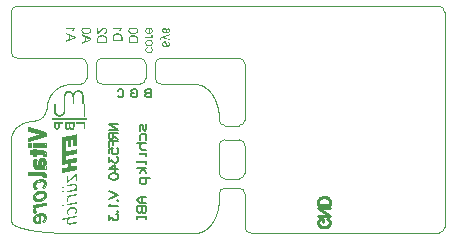
<source format=gbo>
G04*
G04 #@! TF.GenerationSoftware,Altium Limited,Altium Designer,23.10.1 (27)*
G04*
G04 Layer_Color=32896*
%FSLAX44Y44*%
%MOMM*%
G71*
G04*
G04 #@! TF.SameCoordinates,75C69956-F49F-4592-A11B-EFE5AB9CB6E8*
G04*
G04*
G04 #@! TF.FilePolarity,Positive*
G04*
G01*
G75*
%ADD11C,0.2000*%
%ADD14C,0.2540*%
%ADD16C,0.0500*%
%ADD94C,0.0390*%
G36*
X57386Y120776D02*
X57737D01*
Y120726D01*
X57988D01*
Y120676D01*
X58189D01*
Y120625D01*
X58389D01*
Y120575D01*
X58540D01*
Y120525D01*
X58640D01*
Y120475D01*
X58791D01*
Y120425D01*
X58891D01*
Y120375D01*
X58991D01*
Y120324D01*
X59092D01*
Y120274D01*
X59192D01*
Y120224D01*
X59292D01*
Y120174D01*
X59343D01*
X59343Y120124D01*
X59443D01*
Y120073D01*
X59493D01*
Y120023D01*
X59594D01*
Y119973D01*
X59644D01*
Y119923D01*
X59694D01*
Y119873D01*
X59744D01*
Y119823D01*
X59844D01*
Y119773D01*
X59894D01*
Y119722D01*
X59945D01*
Y119672D01*
X59995D01*
Y119622D01*
X60045D01*
Y119572D01*
X60095D01*
Y119522D01*
X60145D01*
Y119472D01*
X60195D01*
Y119371D01*
X60246D01*
Y119321D01*
X60296D01*
Y119271D01*
X60346D01*
Y119221D01*
X60396D01*
Y119120D01*
X60446D01*
Y119070D01*
X60497D01*
Y118970D01*
X60547D01*
Y118920D01*
X60597D01*
Y118819D01*
X60647D01*
Y118719D01*
X60697D01*
Y118619D01*
X60747D01*
Y118518D01*
X60798Y118518D01*
Y118418D01*
X60848D01*
Y118317D01*
X60898Y118318D01*
Y118217D01*
X60948D01*
X60948Y118067D01*
X60998D01*
Y117966D01*
X61048D01*
Y117816D01*
X61099Y117816D01*
Y117615D01*
X61149D01*
Y117465D01*
X61199D01*
Y117264D01*
X61249D01*
Y117063D01*
X61299D01*
Y116812D01*
X61350D01*
Y116461D01*
X61400D01*
Y116060D01*
X61450D01*
Y115358D01*
X61500D01*
Y109337D01*
X62855D01*
X62855Y106166D01*
X62855Y98500D01*
X61450Y98500D01*
Y104981D01*
Y109287D01*
X60095D01*
Y115358D01*
X60045D01*
Y115909D01*
X59995D01*
Y116260D01*
X59945D01*
Y116511D01*
X59894D01*
Y116712D01*
X59844Y116712D01*
Y116913D01*
X59794Y116913D01*
Y117063D01*
X59744D01*
Y117214D01*
X59694D01*
Y117314D01*
X59644D01*
Y117415D01*
X59594D01*
Y117565D01*
X59543D01*
Y117615D01*
X59493D01*
Y117716D01*
X59443D01*
Y117816D01*
X59393D01*
Y117916D01*
X59343D01*
Y117966D01*
X59292D01*
Y118017D01*
X59242D01*
Y118117D01*
X59192D01*
Y118167D01*
X59142D01*
Y118217D01*
X59092D01*
Y118267D01*
X59042D01*
Y118317D01*
X58991D01*
Y118368D01*
X58941D01*
Y118418D01*
X58891D01*
Y118468D01*
X58841D01*
Y118518D01*
X58791D01*
Y118568D01*
X58741D01*
Y118619D01*
X58640D01*
Y118669D01*
X58590D01*
Y118719D01*
X58490D01*
Y118769D01*
X58389D01*
Y118819D01*
X58289D01*
Y118869D01*
X58189D01*
Y118920D01*
X58088D01*
Y118970D01*
X57938D01*
Y119020D01*
X57838D01*
Y119070D01*
X57587D01*
Y119120D01*
X57386D01*
Y119170D01*
X56834D01*
Y119221D01*
X56433D01*
Y119170D01*
X55931D01*
Y119120D01*
X55680Y119120D01*
Y119070D01*
X55479D01*
Y119020D01*
X55379D01*
Y118970D01*
X55229D01*
Y118920D01*
X55128D01*
Y118869D01*
X55028D01*
Y118819D01*
X54928D01*
Y118769D01*
X54877D01*
Y118719D01*
X54777D01*
Y118669D01*
X54727D01*
Y118619D01*
X54626D01*
X54627Y118568D01*
X54576D01*
Y118518D01*
X54526D01*
Y118468D01*
X54476D01*
Y118418D01*
X54426D01*
Y118368D01*
X54376D01*
Y118317D01*
X54325D01*
Y118267D01*
X54275D01*
Y118167D01*
X54225D01*
Y118117D01*
X54175D01*
Y118067D01*
X54125D01*
Y117966D01*
X54075D01*
Y117916D01*
X54025D01*
Y117816D01*
X53974D01*
Y117716D01*
X53924D01*
Y117615D01*
X53874D01*
Y117515D01*
X53824D01*
Y117415D01*
X53774D01*
Y117264D01*
X53724D01*
Y117164D01*
X53673D01*
Y116963D01*
X53623D01*
Y116812D01*
X53573D01*
Y116612D01*
X53523D01*
Y116361D01*
X53473D01*
Y116010D01*
X53422D01*
Y115558D01*
X53372D01*
Y109717D01*
X53197Y109600D01*
X52987Y109287D01*
X51968D01*
Y115358D01*
X51917D01*
Y115809D01*
X51867D01*
Y116060D01*
X51817D01*
Y116260D01*
X51767D01*
Y116461D01*
X51717D01*
Y116612D01*
X51666D01*
Y116762D01*
X51616D01*
Y116863D01*
X51566D01*
Y117013D01*
X51516Y117013D01*
Y117114D01*
X51466D01*
Y117164D01*
X51416D01*
Y117264D01*
X51365D01*
Y117364D01*
X51315D01*
Y117415D01*
X51265D01*
Y117515D01*
X51215D01*
Y117565D01*
X51165D01*
Y117615D01*
X51115D01*
Y117665D01*
X51064D01*
Y117766D01*
X51014D01*
Y117816D01*
X50964Y117816D01*
Y117866D01*
X50914D01*
Y117916D01*
X50814D01*
Y117966D01*
X50763D01*
Y118017D01*
X50713Y118017D01*
Y118067D01*
X50663D01*
Y118117D01*
X50563D01*
Y118167D01*
X50512D01*
Y118217D01*
X50412D01*
Y118267D01*
X50312D01*
Y118317D01*
X50212D01*
Y118368D01*
X50111D01*
Y118418D01*
X49961D01*
Y118468D01*
X49760D01*
Y118518D01*
X49509D01*
Y118568D01*
X48656D01*
Y118518D01*
X48305Y118518D01*
Y118468D01*
X48054D01*
Y118418D01*
X47904D01*
Y118368D01*
X47753D01*
Y118317D01*
X47653D01*
Y118267D01*
X47552D01*
Y118217D01*
X47452D01*
Y118167D01*
X47352D01*
Y118117D01*
X47251D01*
Y118067D01*
X47201D01*
Y118017D01*
X47151Y118017D01*
Y117966D01*
X47051D01*
Y117916D01*
X47001D01*
Y117866D01*
X46950D01*
Y117816D01*
X46900Y117816D01*
Y117766D01*
X46850D01*
Y117716D01*
X46800Y117716D01*
Y117665D01*
X46750D01*
Y117615D01*
X46700D01*
Y117515D01*
X46649Y117515D01*
Y117465D01*
X46599D01*
Y117415D01*
X46549D01*
Y117314D01*
X46499D01*
Y117214D01*
X46449D01*
X46449Y117114D01*
X46399D01*
Y117013D01*
X46348Y117013D01*
Y116913D01*
X46298Y116913D01*
Y116812D01*
X46248D01*
Y116662D01*
X46198D01*
Y116511D01*
X46148D01*
Y116311D01*
X46097D01*
Y116110D01*
X46047Y116110D01*
X46047Y115759D01*
X45997D01*
Y115307D01*
X45947D01*
Y102765D01*
X45897D01*
Y102363D01*
X45847D01*
Y102112D01*
X45796D01*
Y101861D01*
X45746D01*
Y101711D01*
X45696D01*
Y101560D01*
X45646D01*
Y101410D01*
X45596D01*
Y101259D01*
X45546D01*
Y101159D01*
X45495D01*
Y101009D01*
X45445D01*
Y100908D01*
X45395D01*
Y100808D01*
X45345D01*
Y100708D01*
X45295D01*
Y100657D01*
X45245D01*
Y100557D01*
X45194D01*
Y100457D01*
X45144D01*
Y100407D01*
X45094D01*
Y100306D01*
X45044Y100306D01*
Y100256D01*
X44994D01*
Y100206D01*
X44944D01*
Y100105D01*
X44893D01*
Y100055D01*
X44843D01*
Y100005D01*
X44793Y100005D01*
Y99955D01*
X44743D01*
Y99905D01*
X44693D01*
Y99804D01*
X44643D01*
X44643Y99754D01*
X44542D01*
Y99704D01*
X44492D01*
Y99654D01*
X44442D01*
Y99604D01*
X44392D01*
Y99554D01*
X44342D01*
Y99503D01*
X44291D01*
Y99453D01*
X44241D01*
Y99403D01*
X44141D01*
Y99353D01*
X44091D01*
Y99303D01*
X44040D01*
Y99253D01*
X43940D01*
Y99202D01*
X43890D01*
Y99152D01*
X43790D01*
Y99102D01*
X43689D01*
Y99052D01*
X43639D01*
Y99002D01*
X43539D01*
Y98952D01*
X43388D01*
Y98901D01*
X43288D01*
Y98851D01*
X43188D01*
Y98801D01*
X43037D01*
Y98751D01*
X42887D01*
Y98701D01*
X42736D01*
Y98651D01*
X42535D01*
Y98600D01*
X42284D01*
Y98550D01*
X41983D01*
Y98500D01*
X41432D01*
Y98450D01*
X40779D01*
Y98500D01*
X40227D01*
Y98550D01*
X39927D01*
Y98600D01*
X39676D01*
Y98651D01*
X39475D01*
Y98701D01*
X39324D01*
Y98751D01*
X39174D01*
Y98801D01*
X39023D01*
Y98851D01*
X38923D01*
Y98901D01*
X38823D01*
Y98952D01*
X38722D01*
X38722Y99002D01*
X38622D01*
Y99052D01*
X38522D01*
Y99102D01*
X38421D01*
Y99152D01*
X38371D01*
Y99202D01*
X38271D01*
Y99253D01*
X38221D01*
X38221Y99303D01*
X38120D01*
Y99353D01*
X38070D01*
Y99403D01*
X38020D01*
Y99453D01*
X37920D01*
Y99503D01*
X37870D01*
Y99554D01*
X37819D01*
Y99604D01*
X37769D01*
Y99654D01*
X37719D01*
Y99704D01*
X37669D01*
Y99754D01*
X37619D01*
Y99804D01*
X37568D01*
Y99855D01*
X37518D01*
Y99905D01*
X37468D01*
Y99955D01*
X37418D01*
Y100005D01*
X37368D01*
Y100055D01*
X37318D01*
Y100156D01*
X37267D01*
Y100206D01*
X37217D01*
Y100256D01*
X37167D01*
Y100356D01*
X37117D01*
Y100407D01*
X37067D01*
Y100507D01*
X37017D01*
Y100557D01*
X36966D01*
Y100657D01*
X36916D01*
Y100758D01*
X36866D01*
Y100858D01*
X36816D01*
Y100958D01*
X36766D01*
Y101059D01*
X36716D01*
Y101159D01*
X36665D01*
Y101310D01*
X36615Y101310D01*
Y101410D01*
X36565D01*
Y101560D01*
X36515D01*
Y101761D01*
X36465D01*
Y101912D01*
X36414D01*
Y102163D01*
X36364D01*
Y102464D01*
X36314D01*
Y102865D01*
X36264D01*
Y109287D01*
X37669D01*
Y103266D01*
X37719D01*
Y102865D01*
X37769D01*
Y102614D01*
X37819D01*
Y102464D01*
X37870D01*
Y102263D01*
X37920D01*
Y102112D01*
X37970D01*
Y102012D01*
X38020D01*
Y101861D01*
X38070D01*
Y101761D01*
X38120D01*
Y101661D01*
X38170D01*
Y101611D01*
X38221Y101611D01*
Y101510D01*
X38271D01*
Y101410D01*
X38321D01*
Y101360D01*
X38371D01*
Y101310D01*
X38421Y101310D01*
Y101209D01*
X38472D01*
Y101159D01*
X38522D01*
Y101109D01*
X38572Y101109D01*
Y101059D01*
X38622D01*
Y101009D01*
X38672D01*
Y100958D01*
X38722D01*
X38722Y100908D01*
X38772D01*
Y100858D01*
X38823D01*
Y100808D01*
X38923D01*
Y100758D01*
X38973D01*
Y100708D01*
X39023D01*
Y100657D01*
X39124D01*
Y100607D01*
X39174D01*
Y100557D01*
X39274D01*
Y100507D01*
X39375D01*
Y100457D01*
X39475D01*
Y100407D01*
X39575D01*
Y100356D01*
X39726D01*
Y100306D01*
X39876D01*
Y100256D01*
X40027D01*
Y100206D01*
X40278D01*
Y100156D01*
X40629D01*
Y100105D01*
X41582D01*
Y100156D01*
X41983D01*
Y100206D01*
X42184D01*
Y100256D01*
X42335D01*
Y100306D01*
X42485D01*
Y100356D01*
X42636D01*
Y100407D01*
X42736D01*
Y100457D01*
X42836D01*
Y100507D01*
X42937Y100507D01*
Y100557D01*
X43037D01*
Y100607D01*
X43087Y100607D01*
Y100657D01*
X43188D01*
Y100708D01*
X43238D01*
Y100758D01*
X43338D01*
Y100808D01*
X43388D01*
Y100858D01*
X43438D01*
Y100908D01*
X43489D01*
Y100958D01*
X43539D01*
Y101009D01*
X43589D01*
Y101059D01*
X43639D01*
Y101109D01*
X43689D01*
Y101159D01*
X43740D01*
Y101259D01*
X43790D01*
Y101310D01*
X43840Y101310D01*
Y101360D01*
X43890D01*
Y101460D01*
X43940D01*
Y101510D01*
X43990D01*
Y101611D01*
X44040Y101611D01*
Y101711D01*
X44091D01*
Y101811D01*
X44141D01*
Y101912D01*
X44191D01*
Y102012D01*
X44241D01*
Y102112D01*
X44291D01*
Y102263D01*
X44342D01*
Y102464D01*
X44392D01*
Y102614D01*
X44442D01*
Y102865D01*
X44492D01*
Y103216D01*
X44542D01*
Y115408D01*
X44592D01*
Y115960D01*
X44643D01*
X44643Y116361D01*
X44693D01*
Y116612D01*
X44743D01*
Y116863D01*
X44793D01*
Y117063D01*
X44843D01*
X44843Y117264D01*
X44893D01*
Y117415D01*
X44944D01*
X44944Y117565D01*
X44994D01*
Y117665D01*
X45044D01*
Y117816D01*
X45094D01*
Y117916D01*
X45144D01*
Y118017D01*
X45194D01*
Y118167D01*
X45245D01*
Y118267D01*
X45295D01*
Y118317D01*
X45345D01*
Y118418D01*
X45395D01*
Y118518D01*
X45445D01*
X45445Y118568D01*
X45495D01*
Y118669D01*
X45546D01*
Y118719D01*
X45596D01*
Y118769D01*
X45646D01*
X45646Y118869D01*
X45696D01*
Y118920D01*
X45746D01*
Y118970D01*
X45796D01*
Y119020D01*
X45847D01*
Y119070D01*
X45897D01*
Y119120D01*
X45947Y119120D01*
Y119221D01*
X45997D01*
Y119271D01*
X46047D01*
Y119321D01*
X46148D01*
Y119371D01*
X46198D01*
Y119421D01*
X46248D01*
Y119472D01*
X46348D01*
Y119522D01*
X46399D01*
Y119572D01*
X46449D01*
X46449Y119622D01*
X46549D01*
X46549Y119672D01*
X46649D01*
Y119722D01*
X46700D01*
Y119773D01*
X46800D01*
Y119823D01*
X46900D01*
Y119873D01*
X47051D01*
Y119923D01*
X47151D01*
Y119973D01*
X47302D01*
Y120023D01*
X47502D01*
Y120073D01*
X47653D01*
X47653Y120124D01*
X48004D01*
Y120174D01*
X48606D01*
Y120224D01*
X48857D01*
Y120174D01*
X49409D01*
Y120124D01*
X49609D01*
Y120073D01*
X49810D01*
Y120023D01*
X50011D01*
Y119973D01*
X50111D01*
Y119923D01*
X50262D01*
Y119873D01*
X50362D01*
Y119823D01*
X50462D01*
Y119773D01*
X50563D01*
Y119722D01*
X50663D01*
Y119672D01*
X50763D01*
X50763Y119622D01*
X50864D01*
Y119572D01*
X50914D01*
Y119522D01*
X50964D01*
Y119472D01*
X51064D01*
Y119421D01*
X51115D01*
Y119371D01*
X51215D01*
Y119321D01*
X51265D01*
Y119271D01*
X51315D01*
Y119221D01*
X51365D01*
Y119170D01*
X51416D01*
Y119120D01*
X51466D01*
Y119070D01*
X51516D01*
Y119020D01*
X51566D01*
Y118970D01*
X51616D01*
Y118920D01*
X51666D01*
Y118869D01*
X51717D01*
Y118819D01*
X51767D01*
Y118769D01*
X51817D01*
Y118719D01*
X51867D01*
Y118619D01*
X51917D01*
Y118568D01*
X51968D01*
Y118518D01*
X52018Y118518D01*
Y118418D01*
X52068D01*
Y118317D01*
X52118Y118318D01*
Y118267D01*
X52168D01*
Y118167D01*
X52218D01*
Y118067D01*
X52269D01*
Y117966D01*
X52319D01*
Y117816D01*
X52369Y117816D01*
Y117665D01*
X52419D01*
Y117515D01*
X52469D01*
Y117364D01*
X52519D01*
Y117314D01*
X52569D01*
Y117615D01*
X52620D01*
Y117816D01*
X52670Y117816D01*
X52670Y118017D01*
X52720D01*
Y118167D01*
X52770D01*
Y118317D01*
X52820Y118318D01*
Y118418D01*
X52871D01*
Y118568D01*
X52921D01*
Y118669D01*
X52971D01*
Y118769D01*
X53021D01*
Y118869D01*
X53071D01*
Y118920D01*
X53121D01*
Y119020D01*
X53172D01*
Y119120D01*
X53222D01*
Y119170D01*
X53272D01*
Y119221D01*
X53322D01*
Y119321D01*
X53372D01*
Y119371D01*
X53422D01*
Y119421D01*
X53473D01*
Y119472D01*
X53523D01*
Y119522D01*
X53573D01*
Y119622D01*
X53623D01*
Y119672D01*
X53724D01*
Y119722D01*
X53774D01*
Y119773D01*
X53824D01*
Y119823D01*
X53874D01*
Y119873D01*
X53924D01*
Y119923D01*
X53974D01*
Y119973D01*
X54025D01*
Y120023D01*
X54125D01*
Y120073D01*
X54175D01*
Y120124D01*
X54275D01*
Y120174D01*
X54325D01*
Y120224D01*
X54426D01*
Y120274D01*
X54476D01*
Y120324D01*
X54576D01*
Y120375D01*
X54677D01*
Y120425D01*
X54777D01*
Y120475D01*
X54877D01*
Y120525D01*
X55028D01*
Y120575D01*
X55128D01*
X55128Y120625D01*
X55329D01*
Y120676D01*
X55479D01*
Y120726D01*
X55730D01*
Y120776D01*
X56031D01*
Y120826D01*
X57386D01*
Y120776D01*
D02*
G37*
G36*
X64460Y95540D02*
X34608D01*
Y96393D01*
X34659D01*
Y97206D01*
X64460D01*
Y95540D01*
D02*
G37*
G36*
X44191Y92028D02*
X41231D01*
Y89971D01*
X41181D01*
Y89519D01*
X41131D01*
Y89218D01*
X41080D01*
Y89068D01*
X41030D01*
Y88968D01*
X40980D01*
Y88867D01*
X40930Y88867D01*
Y88767D01*
X40880D01*
Y88666D01*
X40830D01*
Y88566D01*
X40779Y88566D01*
Y88516D01*
X40729D01*
Y88416D01*
X40679D01*
Y88365D01*
X40629Y88365D01*
Y88315D01*
X40579D01*
Y88265D01*
X40528D01*
Y88215D01*
X40478D01*
Y88165D01*
X40428D01*
Y88115D01*
X40378D01*
Y88064D01*
X40328D01*
Y88014D01*
X40227D01*
Y87964D01*
X40177Y87964D01*
Y87914D01*
X40077D01*
Y87864D01*
X39977D01*
Y87814D01*
X39876D01*
Y87763D01*
X39776D01*
Y87713D01*
X39625D01*
X39625Y87663D01*
X39475D01*
Y87613D01*
X39174D01*
Y87563D01*
X38271D01*
Y87613D01*
X38070D01*
Y87663D01*
X37870D01*
Y87713D01*
X37719D01*
Y87763D01*
X37568D01*
Y87814D01*
X37468D01*
Y87864D01*
X37418D01*
Y87914D01*
X37318D01*
Y87964D01*
X37217D01*
Y88014D01*
X37167D01*
Y88064D01*
X37117Y88064D01*
Y88115D01*
X37067D01*
Y88165D01*
X37017D01*
Y88215D01*
X36966D01*
Y88265D01*
X36916D01*
Y88315D01*
X36866D01*
Y88365D01*
X36816Y88365D01*
Y88416D01*
X36766D01*
Y88466D01*
X36716D01*
Y88566D01*
X36665Y88566D01*
Y88666D01*
X36615D01*
Y88717D01*
X36565D01*
Y88817D01*
X36515D01*
Y88968D01*
X36465D01*
Y89118D01*
X36414D01*
Y89319D01*
X36364D01*
Y89770D01*
X36314D01*
Y93633D01*
X44191D01*
Y92028D01*
D02*
G37*
G36*
X62905Y88064D02*
X61550Y88064D01*
X61550Y92028D01*
X55078D01*
Y93633D01*
X62905D01*
Y88064D01*
D02*
G37*
G36*
X53623Y93583D02*
X53673D01*
Y89921D01*
X53623D01*
Y88968D01*
X53573D01*
Y88666D01*
X53523D01*
Y88516D01*
Y88466D01*
X53473D01*
Y88315D01*
X53422D01*
Y88215D01*
X53372D01*
Y88115D01*
X53322D01*
Y88014D01*
X53272D01*
Y87964D01*
X53222D01*
Y87864D01*
X53172D01*
Y87814D01*
X53121D01*
Y87763D01*
X53071D01*
Y87713D01*
X53021D01*
Y87663D01*
X52971D01*
Y87613D01*
X52921D01*
Y87563D01*
X52871D01*
Y87513D01*
X52820D01*
Y87462D01*
X52720D01*
Y87412D01*
X52670D01*
Y87362D01*
X52620D01*
Y87312D01*
X52519D01*
Y87262D01*
X52419D01*
Y87212D01*
X52319D01*
Y87161D01*
X52168D01*
Y87111D01*
X52018D01*
Y87061D01*
X51867D01*
X51867Y87011D01*
X51516D01*
Y86961D01*
X51265D01*
Y87011D01*
X50864D01*
Y87061D01*
X50713D01*
Y87111D01*
X50563D01*
Y87161D01*
X50462D01*
Y87212D01*
X50362D01*
Y87262D01*
X50262D01*
Y87312D01*
X50212D01*
Y87362D01*
X50161D01*
Y87412D01*
X50061D01*
Y87462D01*
X50011D01*
Y87513D01*
X49961D01*
Y87563D01*
X49910D01*
Y87663D01*
X49860D01*
Y87713D01*
X49810D01*
Y87763D01*
X49760D01*
Y87814D01*
X49710D01*
Y87914D01*
X49660D01*
Y88014D01*
X49609D01*
Y88115D01*
X49559D01*
Y88215D01*
X49509D01*
Y88365D01*
X49459Y88365D01*
Y88416D01*
X49409D01*
Y88315D01*
X49359D01*
Y88215D01*
X49308D01*
Y88165D01*
X49258D01*
Y88115D01*
X49208D01*
Y88014D01*
X49158D01*
Y87964D01*
X49108D01*
Y87914D01*
X49058D01*
Y87864D01*
X49007D01*
Y87814D01*
X48957D01*
Y87763D01*
X48857D01*
Y87713D01*
X48807D01*
Y87663D01*
X48706D01*
X48706Y87613D01*
X48656D01*
Y87563D01*
X48556D01*
Y87513D01*
X48405D01*
Y87462D01*
X48305D01*
Y87412D01*
X48054D01*
Y87362D01*
X47452D01*
Y87412D01*
X47251D01*
Y87462D01*
X47101D01*
Y87513D01*
X46950D01*
Y87563D01*
X46850D01*
X46850Y87613D01*
X46800D01*
Y87663D01*
X46700D01*
Y87713D01*
X46649D01*
Y87763D01*
X46549D01*
Y87814D01*
X46499D01*
Y87864D01*
X46449D01*
Y87914D01*
X46399D01*
Y87964D01*
X46348Y87964D01*
Y88014D01*
X46298D01*
Y88064D01*
X46248D01*
Y88165D01*
X46198D01*
Y88215D01*
X46148D01*
Y88265D01*
X46097D01*
Y88365D01*
X46047Y88365D01*
Y88466D01*
X45997D01*
Y88566D01*
X45947D01*
Y88717D01*
X45897D01*
Y88867D01*
X45847Y88867D01*
Y89118D01*
X45796D01*
Y89570D01*
X45746D01*
Y93633D01*
X53623D01*
Y93583D01*
D02*
G37*
G36*
X29164Y85167D02*
X29130Y85118D01*
X29163Y82244D01*
X14601Y77456D01*
X14552Y80626D01*
X24342Y83599D01*
X14586Y86603D01*
X14602Y89895D01*
X29164Y85167D01*
D02*
G37*
G36*
X55607Y83462D02*
X55618Y83441D01*
X55612Y74115D01*
X55586Y74089D01*
X55533Y74078D01*
X55460Y74067D01*
X55402Y74052D01*
X55360Y74041D01*
X55270Y74025D01*
X55197Y74015D01*
X55139Y73999D01*
X55097Y73988D01*
X54986Y73973D01*
X54944Y73962D01*
X54886Y73946D01*
X54723Y73920D01*
X54681Y73910D01*
X54623Y73894D01*
X54460Y73868D01*
X54418Y73857D01*
X54360Y73841D01*
X54271Y73825D01*
X54197Y73815D01*
X54139Y73799D01*
X54097Y73789D01*
X54008Y73773D01*
X53934Y73762D01*
X53861Y73741D01*
X53818Y73731D01*
X53671Y73710D01*
X53613Y73694D01*
X53461Y73668D01*
X53419Y73657D01*
X53361Y73641D01*
X53198Y73615D01*
X53156Y73604D01*
X53098Y73589D01*
X53008Y73573D01*
X52935Y73562D01*
X52877Y73547D01*
X52835Y73536D01*
X52745Y73520D01*
X52672Y73510D01*
X52640Y73499D01*
X52566Y73489D01*
X52545Y73510D01*
X52535Y79002D01*
X52498Y79018D01*
X52409Y78991D01*
X52367Y78981D01*
X52261Y78970D01*
X52219Y78960D01*
X52161Y78944D01*
X51998Y78917D01*
X51956Y78907D01*
X51898Y78891D01*
X51809Y78875D01*
X51735Y78865D01*
X51693Y78854D01*
X51620Y78833D01*
X51472Y78812D01*
X51414Y78797D01*
X51372Y78786D01*
X51273Y78770D01*
X51199Y78760D01*
X51146Y78739D01*
X51052Y78728D01*
X51009Y78718D01*
X50936Y78707D01*
X50867Y78681D01*
X50857Y73200D01*
X50846Y73157D01*
X50815Y73136D01*
X50652Y73110D01*
X50610Y73099D01*
X50552Y73084D01*
X50462Y73068D01*
X50389Y73057D01*
X50299Y73031D01*
X50178Y73015D01*
X50136Y73005D01*
X50078Y72989D01*
X50036Y72979D01*
X49915Y72963D01*
X49873Y72952D01*
X49815Y72937D01*
X49700Y72915D01*
X49637Y72905D01*
X49552Y72884D01*
X49400Y72858D01*
X49358Y72847D01*
X49300Y72831D01*
X49210Y72815D01*
X49137Y72805D01*
X49079Y72789D01*
X49037Y72779D01*
X48947Y72763D01*
X48874Y72752D01*
X48826Y72737D01*
X48784Y72726D01*
X48663Y72710D01*
X48621Y72700D01*
X48563Y72684D01*
X48521Y72673D01*
X48400Y72658D01*
X48342Y72642D01*
X48258Y72621D01*
X48174Y72610D01*
X48106Y72594D01*
X48085Y72626D01*
X48074Y78108D01*
X48053Y78118D01*
X47948Y78108D01*
X47859Y78081D01*
X47737Y78065D01*
X47653Y78044D01*
X47622Y78034D01*
X47448Y78007D01*
X47364Y77986D01*
X47211Y77960D01*
X47169Y77950D01*
X47112Y77934D01*
X47059Y77923D01*
X46975Y77913D01*
X46922Y77902D01*
X46880Y77892D01*
X46822Y77876D01*
X46780Y77866D01*
X46675Y77855D01*
X46601Y77834D01*
X46570Y77823D01*
X46465Y77813D01*
X46422Y77802D01*
X46401Y77781D01*
X46391Y77729D01*
X46396Y69191D01*
X46386Y69054D01*
X46401Y69039D01*
X46465Y69028D01*
X46538Y69039D01*
X46596Y69054D01*
X46638Y69065D01*
X46775Y69086D01*
X46901Y69117D01*
X47012Y69133D01*
X47054Y69144D01*
X47127Y69165D01*
X47169Y69175D01*
X47275Y69186D01*
X47317Y69196D01*
X47390Y69217D01*
X47432Y69228D01*
X47538Y69238D01*
X47580Y69249D01*
X47632Y69270D01*
X47748Y69281D01*
X47832Y69302D01*
X47890Y69317D01*
X48011Y69333D01*
X48053Y69344D01*
X48111Y69359D01*
X48153Y69370D01*
X48274Y69386D01*
X48332Y69401D01*
X48374Y69412D01*
X48527Y69438D01*
X48569Y69449D01*
X48626Y69465D01*
X48716Y69480D01*
X48790Y69491D01*
X48832Y69501D01*
X48889Y69517D01*
X48979Y69533D01*
X49053Y69543D01*
X49126Y69564D01*
X49158Y69575D01*
X49263Y69586D01*
X49347Y69607D01*
X49405Y69622D01*
X49526Y69638D01*
X49568Y69649D01*
X49642Y69670D01*
X49684Y69680D01*
X49789Y69691D01*
X49863Y69712D01*
X49947Y69733D01*
X50052Y69743D01*
X50142Y69770D01*
X50231Y69785D01*
X50305Y69796D01*
X50378Y69817D01*
X50420Y69827D01*
X50568Y69849D01*
X50626Y69864D01*
X50668Y69875D01*
X50804Y69896D01*
X50889Y69917D01*
X51041Y69943D01*
X51083Y69954D01*
X51141Y69970D01*
X51304Y69996D01*
X51362Y70012D01*
X51404Y70022D01*
X51493Y70038D01*
X51567Y70048D01*
X51641Y70069D01*
X51672Y70080D01*
X51778Y70091D01*
X51820Y70101D01*
X51877Y70117D01*
X51919Y70127D01*
X52041Y70143D01*
X52083Y70154D01*
X52156Y70175D01*
X52198Y70185D01*
X52304Y70196D01*
X52361Y70212D01*
X52403Y70222D01*
X52482Y70238D01*
X52556Y70248D01*
X52598Y70259D01*
X52656Y70275D01*
X52745Y70290D01*
X52819Y70301D01*
X52893Y70322D01*
X52935Y70332D01*
X53082Y70354D01*
X53140Y70369D01*
X53182Y70380D01*
X53292Y70396D01*
X53335Y70406D01*
X53408Y70427D01*
X53450Y70438D01*
X53555Y70448D01*
X53598Y70459D01*
X53671Y70480D01*
X53713Y70490D01*
X53818Y70501D01*
X53892Y70522D01*
X53924Y70532D01*
X54029Y70543D01*
X54113Y70564D01*
X54171Y70580D01*
X54292Y70596D01*
X54334Y70606D01*
X54392Y70622D01*
X54434Y70632D01*
X54555Y70648D01*
X54597Y70659D01*
X54655Y70675D01*
X54697Y70685D01*
X54818Y70701D01*
X54907Y70727D01*
X54997Y70743D01*
X55071Y70753D01*
X55113Y70764D01*
X55170Y70780D01*
X55260Y70795D01*
X55333Y70806D01*
X55391Y70822D01*
X55434Y70832D01*
X55533Y70848D01*
X55565Y70859D01*
X55602Y70843D01*
X55618Y70806D01*
X55612Y67034D01*
X55597Y67018D01*
X55565Y67008D01*
X55491Y66997D01*
X55418Y66976D01*
X55386Y66966D01*
X55281Y66955D01*
X55239Y66945D01*
X55181Y66929D01*
X55139Y66919D01*
X55018Y66903D01*
X54976Y66892D01*
X54918Y66877D01*
X54876Y66866D01*
X54755Y66850D01*
X54697Y66834D01*
X54655Y66824D01*
X54576Y66808D01*
X54502Y66798D01*
X54460Y66787D01*
X54402Y66771D01*
X54313Y66755D01*
X54239Y66745D01*
X54181Y66729D01*
X54139Y66719D01*
X54050Y66703D01*
X53976Y66692D01*
X53918Y66677D01*
X53876Y66666D01*
X53766Y66650D01*
X53724Y66640D01*
X53650Y66619D01*
X53608Y66608D01*
X53503Y66598D01*
X53461Y66587D01*
X53403Y66571D01*
X53240Y66545D01*
X53166Y66524D01*
X53082Y66503D01*
X52977Y66493D01*
X52887Y66466D01*
X52766Y66450D01*
X52724Y66440D01*
X52667Y66424D01*
X52624Y66414D01*
X52503Y66398D01*
X52461Y66387D01*
X52403Y66371D01*
X52361Y66361D01*
X52240Y66345D01*
X52151Y66319D01*
X52062Y66303D01*
X51988Y66293D01*
X51946Y66282D01*
X51888Y66266D01*
X51799Y66251D01*
X51725Y66240D01*
X51667Y66224D01*
X51625Y66214D01*
X51536Y66198D01*
X51462Y66187D01*
X51404Y66172D01*
X51362Y66161D01*
X51252Y66145D01*
X51209Y66135D01*
X51136Y66114D01*
X51094Y66103D01*
X50988Y66093D01*
X50946Y66082D01*
X50873Y66061D01*
X50831Y66051D01*
X50725Y66040D01*
X50668Y66024D01*
X50626Y66014D01*
X50547Y65998D01*
X50473Y65987D01*
X50431Y65977D01*
X50357Y65956D01*
X50210Y65935D01*
X50152Y65919D01*
X50110Y65909D01*
X49989Y65893D01*
X49931Y65877D01*
X49889Y65866D01*
X49736Y65840D01*
X49694Y65830D01*
X49637Y65814D01*
X49473Y65788D01*
X49431Y65777D01*
X49373Y65761D01*
X49284Y65746D01*
X49210Y65735D01*
X49137Y65714D01*
X49105Y65703D01*
X49000Y65693D01*
X48916Y65672D01*
X48858Y65656D01*
X48737Y65640D01*
X48695Y65630D01*
X48637Y65614D01*
X48595Y65603D01*
X48474Y65588D01*
X48416Y65572D01*
X48374Y65561D01*
X48295Y65546D01*
X48221Y65535D01*
X48179Y65525D01*
X48122Y65509D01*
X48032Y65493D01*
X47958Y65482D01*
X47948D01*
X47916Y65472D01*
X47843Y65451D01*
X47695Y65430D01*
X47638Y65414D01*
X47596Y65404D01*
X47459Y65382D01*
X47375Y65361D01*
X47222Y65335D01*
X47180Y65325D01*
X47122Y65309D01*
X46959Y65283D01*
X46885Y65262D01*
X46854Y65251D01*
X46770Y65241D01*
X46696Y65230D01*
X46606Y65204D01*
X46507Y65188D01*
X46433Y65177D01*
X46407Y65151D01*
X46391Y65114D01*
X46396Y62058D01*
X46386Y62026D01*
X46396Y61963D01*
X46422Y61947D01*
X46570Y61968D01*
X46643Y61989D01*
X46685Y62000D01*
X46833Y62021D01*
X46891Y62037D01*
X46933Y62047D01*
X47043Y62063D01*
X47127Y62084D01*
X47201Y62105D01*
X47306Y62116D01*
X47348Y62126D01*
X47406Y62142D01*
X47569Y62168D01*
X47627Y62184D01*
X47669Y62195D01*
X47758Y62210D01*
X47832Y62221D01*
X47906Y62242D01*
X47937Y62253D01*
X48043Y62263D01*
X48085Y62274D01*
X48143Y62289D01*
X48185Y62300D01*
X48306Y62316D01*
X48348Y62326D01*
X48421Y62347D01*
X48463Y62358D01*
X48569Y62368D01*
X48658Y62395D01*
X48748Y62410D01*
X48821Y62421D01*
X48863Y62431D01*
X48921Y62447D01*
X49011Y62463D01*
X49084Y62474D01*
X49142Y62489D01*
X49184Y62500D01*
X49274Y62516D01*
X49347Y62526D01*
X49405Y62542D01*
X49447Y62552D01*
X49558Y62568D01*
X49600Y62579D01*
X49673Y62600D01*
X49715Y62610D01*
X49821Y62621D01*
X49863Y62631D01*
X49936Y62652D01*
X49978Y62663D01*
X50084Y62673D01*
X50173Y62700D01*
X50294Y62716D01*
X50378Y62737D01*
X50452Y62758D01*
X50599Y62779D01*
X50657Y62794D01*
X50699Y62805D01*
X50820Y62821D01*
X50862Y62831D01*
X50920Y62847D01*
X51073Y62873D01*
X51115Y62884D01*
X51172Y62900D01*
X51262Y62915D01*
X51336Y62926D01*
X51378Y62936D01*
X51436Y62952D01*
X51525Y62968D01*
X51599Y62979D01*
X51672Y63000D01*
X51704Y63010D01*
X51809Y63021D01*
X51893Y63042D01*
X51951Y63057D01*
X52072Y63073D01*
X52114Y63084D01*
X52188Y63105D01*
X52230Y63115D01*
X52335Y63126D01*
X52377Y63136D01*
X52451Y63157D01*
X52493Y63168D01*
X52598Y63178D01*
X52640Y63189D01*
X52693Y63210D01*
X52808Y63221D01*
X52893Y63242D01*
X52966Y63263D01*
X53114Y63284D01*
X53172Y63299D01*
X53214Y63310D01*
X53350Y63331D01*
X53435Y63352D01*
X53587Y63378D01*
X53629Y63389D01*
X53687Y63405D01*
X53776Y63420D01*
X53850Y63431D01*
X53908Y63447D01*
X53950Y63457D01*
X54040Y63473D01*
X54113Y63484D01*
X54202Y63510D01*
X54324Y63526D01*
X54366Y63536D01*
X54423Y63552D01*
X54466Y63562D01*
X54587Y63578D01*
X54629Y63589D01*
X54686Y63604D01*
X54729Y63615D01*
X54850Y63631D01*
X54907Y63647D01*
X54949Y63657D01*
X55028Y63673D01*
X55102Y63683D01*
X55144Y63694D01*
X55202Y63710D01*
X55292Y63726D01*
X55365Y63736D01*
X55439Y63757D01*
X55470Y63768D01*
X55597Y63778D01*
X55618Y63747D01*
X55612Y60027D01*
X55623Y59996D01*
X55602Y59943D01*
X55533Y59928D01*
X55491Y59917D01*
X55434Y59901D01*
X55312Y59885D01*
X55270Y59875D01*
X55212Y59859D01*
X55170Y59848D01*
X55050Y59833D01*
X55007Y59822D01*
X54949Y59806D01*
X54907Y59796D01*
X54787Y59780D01*
X54744Y59770D01*
X54671Y59749D01*
X54629Y59738D01*
X54523Y59728D01*
X54481Y59717D01*
X54423Y59701D01*
X54334Y59686D01*
X54260Y59675D01*
X54202Y59659D01*
X54160Y59649D01*
X54071Y59633D01*
X53997Y59622D01*
X53939Y59607D01*
X53897Y59596D01*
X53761Y59575D01*
X53634Y59543D01*
X53513Y59528D01*
X53424Y59501D01*
X53335Y59486D01*
X53261Y59475D01*
X53219Y59465D01*
X53161Y59449D01*
X53071Y59433D01*
X52998Y59422D01*
X52956Y59412D01*
X52898Y59396D01*
X52777Y59380D01*
X52735Y59370D01*
X52677Y59354D01*
X52635Y59344D01*
X52514Y59328D01*
X52472Y59317D01*
X52398Y59296D01*
X52356Y59286D01*
X52251Y59275D01*
X52209Y59265D01*
X52135Y59244D01*
X52093Y59233D01*
X51988Y59223D01*
X51946Y59212D01*
X51888Y59196D01*
X51799Y59180D01*
X51725Y59170D01*
X51667Y59154D01*
X51625Y59144D01*
X51536Y59128D01*
X51462Y59117D01*
X51404Y59102D01*
X51362Y59091D01*
X51188Y59065D01*
X51136Y59044D01*
X51052Y59033D01*
X51009Y59023D01*
X50883Y59002D01*
X50867Y58986D01*
X50857Y56250D01*
X50873Y56235D01*
X50920Y56240D01*
X51031Y56256D01*
X51073Y56266D01*
X51146Y56287D01*
X51188Y56298D01*
X51294Y56308D01*
X51336Y56319D01*
X51393Y56335D01*
X51557Y56361D01*
X51614Y56377D01*
X51656Y56387D01*
X51746Y56403D01*
X51820Y56413D01*
X51893Y56434D01*
X51935Y56445D01*
X52083Y56466D01*
X52140Y56482D01*
X52182Y56492D01*
X52304Y56508D01*
X52346Y56519D01*
X52403Y56535D01*
X52446Y56545D01*
X52566Y56561D01*
X52640Y56582D01*
X52724Y56603D01*
X52830Y56613D01*
X52872Y56624D01*
X52924Y56645D01*
X53040Y56656D01*
X53124Y56677D01*
X53182Y56692D01*
X53303Y56708D01*
X53345Y56719D01*
X53403Y56734D01*
X53445Y56745D01*
X53566Y56761D01*
X53608Y56771D01*
X53682Y56792D01*
X53724Y56803D01*
X53829Y56813D01*
X53871Y56824D01*
X53945Y56845D01*
X53987Y56855D01*
X54092Y56866D01*
X54150Y56882D01*
X54192Y56892D01*
X54282Y56908D01*
X54355Y56919D01*
X54429Y56940D01*
X54460Y56950D01*
X54566Y56961D01*
X54650Y56982D01*
X54681Y56992D01*
X54855Y57018D01*
X54939Y57039D01*
X55092Y57066D01*
X55134Y57076D01*
X55191Y57092D01*
X55281Y57108D01*
X55407Y57129D01*
X55460Y57150D01*
X55597Y57161D01*
X55618Y57129D01*
X55612Y53410D01*
X55623Y53378D01*
X55612Y53336D01*
X55591Y53326D01*
X55523Y53310D01*
X55465Y53294D01*
X55423Y53284D01*
X55302Y53268D01*
X55260Y53257D01*
X55202Y53242D01*
X55050Y53215D01*
X55007Y53205D01*
X54949Y53189D01*
X54787Y53163D01*
X54744Y53152D01*
X54686Y53136D01*
X54597Y53120D01*
X54523Y53110D01*
X54466Y53094D01*
X54423Y53084D01*
X54334Y53068D01*
X54260Y53057D01*
X54171Y53031D01*
X54050Y53015D01*
X54008Y53005D01*
X53950Y52989D01*
X53908Y52978D01*
X53787Y52963D01*
X53745Y52952D01*
X53671Y52931D01*
X53629Y52921D01*
X53524Y52910D01*
X53435Y52884D01*
X53345Y52868D01*
X53271Y52857D01*
X53229Y52847D01*
X53172Y52831D01*
X53082Y52815D01*
X53008Y52805D01*
X52951Y52789D01*
X52909Y52779D01*
X52772Y52758D01*
X52688Y52737D01*
X52535Y52710D01*
X52493Y52700D01*
X52435Y52684D01*
X52272Y52658D01*
X52214Y52642D01*
X52172Y52631D01*
X52083Y52615D01*
X52009Y52605D01*
X51919Y52579D01*
X51799Y52563D01*
X51757Y52552D01*
X51699Y52537D01*
X51656Y52526D01*
X51536Y52510D01*
X51493Y52500D01*
X51436Y52484D01*
X51393Y52474D01*
X51273Y52458D01*
X51215Y52442D01*
X51172Y52431D01*
X51094Y52416D01*
X51020Y52405D01*
X50978Y52394D01*
X50920Y52379D01*
X50831Y52363D01*
X50757Y52352D01*
X50699Y52337D01*
X50657Y52326D01*
X50568Y52310D01*
X50494Y52300D01*
X50420Y52279D01*
X50389Y52268D01*
X50283Y52258D01*
X50241Y52247D01*
X50168Y52226D01*
X50126Y52216D01*
X50020Y52205D01*
X49978Y52195D01*
X49905Y52174D01*
X49863Y52163D01*
X49757Y52153D01*
X49700Y52137D01*
X49658Y52126D01*
X49579Y52111D01*
X49505Y52100D01*
X49463Y52089D01*
X49405Y52074D01*
X49284Y52058D01*
X49242Y52047D01*
X49184Y52032D01*
X49142Y52021D01*
X49021Y52005D01*
X48979Y51995D01*
X48921Y51979D01*
X48769Y51953D01*
X48726Y51942D01*
X48669Y51926D01*
X48506Y51900D01*
X48463Y51890D01*
X48406Y51874D01*
X48316Y51858D01*
X48243Y51847D01*
X48169Y51826D01*
X48137Y51816D01*
X48032Y51805D01*
X47948Y51784D01*
X47890Y51769D01*
X47769Y51753D01*
X47727Y51742D01*
X47669Y51726D01*
X47627Y51716D01*
X47506Y51700D01*
X47464Y51690D01*
X47406Y51674D01*
X47327Y51658D01*
X47253Y51648D01*
X47211Y51637D01*
X47154Y51621D01*
X47064Y51606D01*
X46990Y51595D01*
X46948Y51584D01*
X46875Y51563D01*
X46727Y51542D01*
X46670Y51527D01*
X46627Y51516D01*
X46517Y51500D01*
X46433Y51479D01*
X46359Y51458D01*
X46254Y51448D01*
X46212Y51437D01*
X46154Y51421D01*
X45991Y51395D01*
X45917Y51374D01*
X45886Y51364D01*
X45781Y51353D01*
X45697Y51332D01*
X45639Y51316D01*
X45518Y51300D01*
X45476Y51290D01*
X45418Y51274D01*
X45376Y51263D01*
X45255Y51248D01*
X45212Y51237D01*
X45155Y51221D01*
X45113Y51211D01*
X44992Y51195D01*
X44934Y51179D01*
X44892Y51169D01*
X44739Y51143D01*
X44697Y51132D01*
X44639Y51116D01*
X44550Y51101D01*
X44476Y51090D01*
X44418Y51074D01*
X44376Y51064D01*
X44287Y51048D01*
X44213Y51037D01*
X44124Y51011D01*
X44003Y50995D01*
X43960Y50985D01*
X43887Y50964D01*
X43845Y50953D01*
X43740Y50943D01*
X43698Y50932D01*
X43624Y50911D01*
X43582Y50901D01*
X43477Y50890D01*
X43371Y50858D01*
X43329Y50869D01*
X43319Y54636D01*
X43334Y54693D01*
X43377Y54714D01*
X43419Y54725D01*
X43529Y54741D01*
X43571Y54751D01*
X43629Y54767D01*
X43671Y54777D01*
X43792Y54793D01*
X43850Y54809D01*
X43892Y54820D01*
X44045Y54846D01*
X44118Y54867D01*
X44150Y54878D01*
X44255Y54888D01*
X44339Y54909D01*
X44413Y54930D01*
X44560Y54951D01*
X44650Y54977D01*
X44771Y54993D01*
X44813Y55004D01*
X44871Y55019D01*
X45023Y55046D01*
X45065Y55056D01*
X45139Y55077D01*
X45181Y55088D01*
X45286Y55098D01*
X45376Y55125D01*
X45465Y55141D01*
X45539Y55151D01*
X45612Y55172D01*
X45644Y55183D01*
X45749Y55193D01*
X45791Y55204D01*
X45849Y55219D01*
X45891Y55230D01*
X46002Y55246D01*
X46044Y55256D01*
X46101Y55272D01*
X46265Y55298D01*
X46322Y55314D01*
X46364Y55325D01*
X46443Y55340D01*
X46517Y55351D01*
X46559Y55361D01*
X46617Y55377D01*
X46707Y55393D01*
X46780Y55403D01*
X46885Y55435D01*
X47033Y55456D01*
X47091Y55472D01*
X47133Y55482D01*
X47243Y55498D01*
X47285Y55509D01*
X47343Y55525D01*
X47422Y55540D01*
X47495Y55551D01*
X47538Y55561D01*
X47596Y55577D01*
X47685Y55593D01*
X47758Y55603D01*
X47816Y55619D01*
X47859Y55630D01*
X47911Y55640D01*
X48043Y55656D01*
X48069Y55682D01*
X48079Y58418D01*
X48064Y58433D01*
X47969Y58423D01*
X47885Y58402D01*
X47827Y58386D01*
X47737Y58370D01*
X47664Y58360D01*
X47574Y58334D01*
X47453Y58318D01*
X47411Y58307D01*
X47354Y58292D01*
X47201Y58265D01*
X47159Y58255D01*
X47101Y58239D01*
X46938Y58213D01*
X46849Y58186D01*
X46759Y58170D01*
X46685Y58160D01*
X46612Y58139D01*
X46580Y58128D01*
X46475Y58118D01*
X46433Y58107D01*
X46375Y58092D01*
X46333Y58081D01*
X46196Y58060D01*
X46112Y58039D01*
X45960Y58013D01*
X45917Y58002D01*
X45859Y57986D01*
X45781Y57971D01*
X45707Y57960D01*
X45665Y57950D01*
X45607Y57934D01*
X45518Y57918D01*
X45444Y57908D01*
X45354Y57881D01*
X45233Y57865D01*
X45191Y57855D01*
X45134Y57839D01*
X45092Y57828D01*
X44981Y57813D01*
X44939Y57802D01*
X44865Y57781D01*
X44823Y57771D01*
X44718Y57760D01*
X44660Y57744D01*
X44618Y57734D01*
X44465Y57708D01*
X44423Y57697D01*
X44366Y57681D01*
X44287Y57666D01*
X44213Y57655D01*
X44171Y57644D01*
X44097Y57623D01*
X43950Y57602D01*
X43861Y57576D01*
X43740Y57560D01*
X43698Y57550D01*
X43640Y57534D01*
X43487Y57508D01*
X43445Y57497D01*
X43413Y57487D01*
X43361Y57476D01*
X43329Y57487D01*
X43319Y80938D01*
X43324Y80985D01*
X43350Y81011D01*
X43387Y81027D01*
X43550Y81053D01*
X43592Y81064D01*
X43650Y81080D01*
X43740Y81095D01*
X43813Y81106D01*
X43855Y81116D01*
X43913Y81132D01*
X44003Y81148D01*
X44076Y81159D01*
X44150Y81180D01*
X44181Y81190D01*
X44287Y81201D01*
X44371Y81222D01*
X44429Y81237D01*
X44550Y81253D01*
X44592Y81264D01*
X44665Y81285D01*
X44707Y81295D01*
X44813Y81306D01*
X44871Y81322D01*
X44913Y81332D01*
X44992Y81348D01*
X45065Y81358D01*
X45107Y81369D01*
X45165Y81385D01*
X45255Y81400D01*
X45328Y81411D01*
X45370Y81421D01*
X45444Y81443D01*
X45591Y81464D01*
X45649Y81479D01*
X45691Y81490D01*
X45828Y81511D01*
X45912Y81532D01*
X46065Y81558D01*
X46107Y81569D01*
X46165Y81585D01*
X46328Y81611D01*
X46370Y81621D01*
X46428Y81637D01*
X46517Y81653D01*
X46591Y81664D01*
X46680Y81690D01*
X46801Y81706D01*
X46843Y81716D01*
X46901Y81732D01*
X46943Y81742D01*
X47064Y81758D01*
X47106Y81769D01*
X47164Y81784D01*
X47206Y81795D01*
X47327Y81811D01*
X47385Y81827D01*
X47427Y81837D01*
X47506Y81853D01*
X47580Y81863D01*
X47622Y81874D01*
X47680Y81890D01*
X47769Y81905D01*
X47843Y81916D01*
X47916Y81937D01*
X47958Y81948D01*
X48106Y81969D01*
X48195Y81995D01*
X48316Y82011D01*
X48400Y82032D01*
X48474Y82053D01*
X48579Y82063D01*
X48621Y82074D01*
X48695Y82095D01*
X48737Y82105D01*
X48842Y82116D01*
X48916Y82137D01*
X48947Y82148D01*
X49053Y82158D01*
X49137Y82179D01*
X49195Y82195D01*
X49316Y82211D01*
X49358Y82221D01*
X49416Y82237D01*
X49458Y82247D01*
X49579Y82263D01*
X49621Y82274D01*
X49679Y82289D01*
X49831Y82316D01*
X49873Y82326D01*
X49931Y82342D01*
X50020Y82358D01*
X50094Y82368D01*
X50136Y82379D01*
X50194Y82395D01*
X50283Y82410D01*
X50357Y82421D01*
X50415Y82437D01*
X50457Y82447D01*
X50547Y82463D01*
X50620Y82474D01*
X50710Y82500D01*
X50831Y82516D01*
X50873Y82526D01*
X50946Y82547D01*
X50988Y82558D01*
X51094Y82568D01*
X51136Y82579D01*
X51209Y82600D01*
X51252Y82610D01*
X51357Y82621D01*
X51414Y82637D01*
X51536Y82663D01*
X51609Y82674D01*
X51651Y82684D01*
X51709Y82700D01*
X51830Y82716D01*
X51872Y82726D01*
X51930Y82742D01*
X51972Y82752D01*
X52093Y82768D01*
X52135Y82779D01*
X52193Y82795D01*
X52346Y82821D01*
X52388Y82831D01*
X52446Y82847D01*
X52535Y82863D01*
X52609Y82873D01*
X52651Y82884D01*
X52709Y82900D01*
X52798Y82915D01*
X52872Y82926D01*
X52945Y82947D01*
X52977Y82958D01*
X53082Y82968D01*
X53166Y82989D01*
X53224Y83005D01*
X53345Y83021D01*
X53387Y83031D01*
X53461Y83052D01*
X53503Y83063D01*
X53608Y83073D01*
X53650Y83084D01*
X53708Y83100D01*
X53787Y83115D01*
X53861Y83126D01*
X53903Y83136D01*
X53961Y83152D01*
X54050Y83168D01*
X54124Y83179D01*
X54166Y83189D01*
X54239Y83210D01*
X54387Y83231D01*
X54444Y83247D01*
X54487Y83257D01*
X54597Y83273D01*
X54639Y83284D01*
X54697Y83300D01*
X54797Y83315D01*
X54839Y83326D01*
X54913Y83336D01*
X54965Y83357D01*
X55050Y83368D01*
X55123Y83378D01*
X55165Y83389D01*
X55223Y83405D01*
X55312Y83420D01*
X55386Y83431D01*
X55444Y83447D01*
X55565Y83473D01*
X55607Y83462D01*
D02*
G37*
G36*
X16944Y72919D02*
X14602D01*
Y75846D01*
X16944D01*
Y72919D01*
D02*
G37*
G36*
X29128Y72905D02*
X18789D01*
X18700Y75846D01*
X29067Y75898D01*
X29128Y72905D01*
D02*
G37*
G36*
X20954Y70110D02*
X20960Y70125D01*
X21109Y70187D01*
X24640Y70187D01*
X24625Y70114D01*
X24650Y69992D01*
X26920Y69864D01*
X27910Y69602D01*
X27918Y69611D01*
X28010Y69518D01*
X28792Y68867D01*
X28905Y69036D01*
X29015Y68902D01*
X29023Y68875D01*
X29043Y68856D01*
X29304Y68282D01*
X29310Y68120D01*
X29200Y68002D01*
X29038Y67997D01*
X29028Y68007D01*
X29237Y67065D01*
X29432Y65895D01*
X29237Y65309D01*
X26895D01*
X26700Y65504D01*
Y66675D01*
X26115Y66870D01*
X24749Y67065D01*
X21041Y66870D01*
Y65309D01*
X18700D01*
Y66870D01*
X15773Y67065D01*
Y69797D01*
X15578Y69602D01*
X15773Y69992D01*
X18700Y69797D01*
X18895Y70968D01*
X21041D01*
X20954Y70110D01*
D02*
G37*
G36*
X27481Y63358D02*
X28846Y62382D01*
X29432Y60236D01*
X29237Y58480D01*
X28261Y57114D01*
X29042D01*
Y54382D01*
X22017D01*
X20456Y54577D01*
X19285Y55553D01*
X18700Y57114D01*
X18505Y58480D01*
Y60236D01*
X18895Y61797D01*
X19676Y62968D01*
X21750Y61784D01*
X21074Y60887D01*
X21060Y59026D01*
X21170Y57689D01*
X21680Y57330D01*
X22742Y57165D01*
X22798Y57114D01*
Y59846D01*
X23188Y61602D01*
X24163Y62968D01*
X25920Y63553D01*
X27481Y63358D01*
D02*
G37*
G36*
X28066Y51260D02*
X28846Y50480D01*
X29237Y49504D01*
Y47162D01*
X26895D01*
X26615Y48284D01*
X26160Y48738D01*
X14659D01*
Y51650D01*
X27090D01*
X28066Y51260D01*
D02*
G37*
G36*
X55602Y50075D02*
X55612Y44152D01*
X55597Y44136D01*
X55533Y44125D01*
X55476Y44109D01*
X55391Y44088D01*
X55307Y44078D01*
X55244Y44067D01*
X55202Y44057D01*
X55144Y44041D01*
X55102Y44030D01*
X54997Y44020D01*
X54923Y43999D01*
X54892Y43988D01*
X54776Y43978D01*
X54692Y43957D01*
X54660Y43946D01*
X54566Y43936D01*
X54534Y43946D01*
X54523Y48355D01*
X54460Y48323D01*
X54376Y48239D01*
X54355Y48228D01*
X54313Y48186D01*
X54292Y48176D01*
X54239Y48123D01*
X54218Y48113D01*
X54134Y48028D01*
X54113Y48018D01*
X54029Y47934D01*
X54008Y47923D01*
X53913Y47828D01*
X53892Y47818D01*
X53850Y47776D01*
X53829Y47765D01*
X53776Y47713D01*
X53755Y47702D01*
X53671Y47618D01*
X53650Y47608D01*
X53566Y47523D01*
X53545Y47513D01*
X53461Y47429D01*
X53440Y47418D01*
X53387Y47366D01*
X53366Y47355D01*
X53282Y47271D01*
X53261Y47260D01*
X53219Y47218D01*
X53198Y47208D01*
X53177Y47176D01*
X53156Y47166D01*
X53103Y47113D01*
X53082Y47102D01*
X53071Y47081D01*
X53050Y47071D01*
X52998Y47018D01*
X52977Y47008D01*
X52924Y46955D01*
X52903Y46945D01*
X52830Y46871D01*
X52808Y46861D01*
X52714Y46766D01*
X52693Y46755D01*
X52609Y46671D01*
X52588Y46661D01*
X52535Y46608D01*
X52514Y46597D01*
X52440Y46524D01*
X52419Y46513D01*
X52367Y46461D01*
X52346Y46450D01*
X52261Y46366D01*
X52240Y46356D01*
X52146Y46261D01*
X52125Y46250D01*
X52083Y46208D01*
X52062Y46198D01*
X51977Y46114D01*
X51956Y46103D01*
X51914Y46061D01*
X51877Y46035D01*
X51867Y46014D01*
X51851Y46008D01*
X51809Y45966D01*
X51772Y45940D01*
X51762Y45919D01*
X51746Y45914D01*
X51693Y45861D01*
X51672Y45851D01*
X51620Y45798D01*
X51599Y45788D01*
X51515Y45703D01*
X51493Y45693D01*
X51409Y45609D01*
X51388Y45598D01*
X51304Y45514D01*
X51283Y45503D01*
X51230Y45451D01*
X51209Y45440D01*
X51136Y45367D01*
X51115Y45356D01*
X51062Y45304D01*
X51041Y45293D01*
X50946Y45198D01*
X50925Y45188D01*
X50841Y45104D01*
X50820Y45093D01*
X50736Y45009D01*
X50715Y44998D01*
X50662Y44946D01*
X50641Y44935D01*
X50599Y44893D01*
X50578Y44883D01*
X50494Y44798D01*
X50473Y44788D01*
X50457Y44772D01*
X50447Y44751D01*
X50431Y44746D01*
X50389Y44704D01*
X50352Y44678D01*
X50341Y44657D01*
X50326Y44651D01*
X50273Y44599D01*
X50252Y44588D01*
X50210Y44546D01*
X50189Y44535D01*
X50136Y44483D01*
X50115Y44472D01*
X50105Y44451D01*
X50084Y44441D01*
X50031Y44388D01*
X50010Y44378D01*
X50005Y44362D01*
X49989Y44346D01*
X49968Y44336D01*
X49915Y44283D01*
X49894Y44272D01*
X49889Y44257D01*
X49873Y44251D01*
X49810Y44188D01*
X49789Y44178D01*
X49747Y44136D01*
X49726Y44125D01*
X49642Y44041D01*
X49621Y44030D01*
X49537Y43946D01*
X49516Y43936D01*
X49431Y43852D01*
X49410Y43841D01*
X49358Y43788D01*
X49337Y43778D01*
X49284Y43725D01*
X49263Y43715D01*
X49189Y43641D01*
X49153Y43615D01*
X49142Y43594D01*
X49126Y43589D01*
X49074Y43536D01*
X49053Y43526D01*
X48968Y43441D01*
X48947Y43431D01*
X48895Y43378D01*
X48874Y43368D01*
X48821Y43315D01*
X48800Y43305D01*
X48790Y43284D01*
X48769Y43273D01*
X48726Y43231D01*
X48705Y43220D01*
X48684Y43189D01*
X48663Y43178D01*
X48611Y43126D01*
X48590Y43115D01*
X48579Y43094D01*
X48558Y43084D01*
X48506Y43031D01*
X48485Y43021D01*
X48432Y42968D01*
X48411Y42957D01*
X48337Y42884D01*
X48316Y42873D01*
X48264Y42821D01*
X48243Y42810D01*
X48237Y42794D01*
X48206Y42773D01*
X48137Y42757D01*
X48079Y42742D01*
X48037Y42731D01*
X47948Y42715D01*
X47874Y42705D01*
X47785Y42679D01*
X47685Y42663D01*
X47611Y42652D01*
X47559Y42631D01*
X47474Y42621D01*
X47432Y42610D01*
X47359Y42600D01*
X47306Y42579D01*
X47180Y42568D01*
X47169Y42600D01*
X47175Y48191D01*
X47164Y48223D01*
X47185Y48276D01*
X47311Y48307D01*
X47401Y48323D01*
X47474Y48334D01*
X47532Y48349D01*
X47574Y48360D01*
X47695Y48376D01*
X47737Y48386D01*
X47795Y48402D01*
X47985Y48433D01*
X48111Y48465D01*
X48243Y48481D01*
X48258Y48465D01*
X48269Y44341D01*
X48306Y44325D01*
X48390Y44409D01*
X48411Y44420D01*
X48463Y44472D01*
X48485Y44483D01*
X48527Y44525D01*
X48548Y44535D01*
X48600Y44588D01*
X48621Y44599D01*
X48632Y44620D01*
X48653Y44630D01*
X48705Y44683D01*
X48726Y44693D01*
X48732Y44709D01*
X48748Y44725D01*
X48769Y44735D01*
X48811Y44777D01*
X48832Y44788D01*
X48916Y44872D01*
X48937Y44883D01*
X48979Y44925D01*
X49000Y44935D01*
X49053Y44988D01*
X49074Y44998D01*
X49079Y45014D01*
X49095Y45030D01*
X49116Y45040D01*
X49200Y45125D01*
X49221Y45135D01*
X49274Y45188D01*
X49295Y45198D01*
X49368Y45272D01*
X49389Y45283D01*
X49442Y45335D01*
X49463Y45346D01*
X49547Y45430D01*
X49568Y45440D01*
X49663Y45535D01*
X49684Y45546D01*
X49726Y45588D01*
X49747Y45598D01*
X49831Y45682D01*
X49852Y45693D01*
X49894Y45735D01*
X49915Y45745D01*
X50010Y45840D01*
X50031Y45851D01*
X50115Y45935D01*
X50136Y45945D01*
X50189Y45998D01*
X50210Y46008D01*
X50252Y46051D01*
X50273Y46061D01*
X50357Y46145D01*
X50378Y46156D01*
X50462Y46240D01*
X50483Y46250D01*
X50568Y46335D01*
X50589Y46345D01*
X50641Y46398D01*
X50662Y46408D01*
X50715Y46461D01*
X50736Y46471D01*
X50741Y46487D01*
X50757Y46492D01*
X50810Y46545D01*
X50831Y46556D01*
X50925Y46650D01*
X50946Y46661D01*
X51031Y46745D01*
X51052Y46755D01*
X51094Y46797D01*
X51115Y46808D01*
X51167Y46861D01*
X51188Y46871D01*
X51273Y46955D01*
X51294Y46966D01*
X51378Y47050D01*
X51399Y47060D01*
X51483Y47145D01*
X51504Y47155D01*
X51546Y47197D01*
X51567Y47208D01*
X51620Y47260D01*
X51641Y47271D01*
X51725Y47355D01*
X51746Y47366D01*
X51830Y47450D01*
X51851Y47460D01*
X51935Y47544D01*
X51956Y47555D01*
X52009Y47608D01*
X52030Y47618D01*
X52083Y47671D01*
X52104Y47681D01*
X52114Y47702D01*
X52135Y47713D01*
X52177Y47755D01*
X52214Y47781D01*
X52225Y47802D01*
X52240Y47807D01*
X52293Y47860D01*
X52314Y47871D01*
X52398Y47955D01*
X52419Y47965D01*
X52461Y48007D01*
X52482Y48018D01*
X52498Y48034D01*
X52561Y48086D01*
X52572Y48107D01*
X52588Y48113D01*
X52603Y48128D01*
X52667Y48181D01*
X52677Y48202D01*
X52693Y48207D01*
X52745Y48260D01*
X52766Y48270D01*
X52851Y48355D01*
X52872Y48365D01*
X52924Y48418D01*
X52945Y48428D01*
X52987Y48470D01*
X53008Y48481D01*
X53029Y48512D01*
X53050Y48523D01*
X53103Y48576D01*
X53114D01*
X53135Y48607D01*
X53156Y48618D01*
X53208Y48670D01*
X53229Y48681D01*
X53303Y48754D01*
X53324Y48765D01*
X53377Y48818D01*
X53398Y48828D01*
X53450Y48881D01*
X53471Y48891D01*
X53482Y48912D01*
X53503Y48923D01*
X53555Y48975D01*
X53577Y48986D01*
X53582Y49002D01*
X53598Y49017D01*
X53619Y49028D01*
X53661Y49070D01*
X53682Y49081D01*
X53766Y49165D01*
X53787Y49175D01*
X53829Y49217D01*
X53850Y49228D01*
X53903Y49280D01*
X53924Y49291D01*
X53929Y49307D01*
X53945Y49323D01*
X53966Y49333D01*
X54050Y49417D01*
X54071Y49428D01*
X54124Y49480D01*
X54145Y49491D01*
X54187Y49533D01*
X54208Y49543D01*
X54292Y49628D01*
X54313Y49638D01*
X54397Y49722D01*
X54418Y49733D01*
X54502Y49817D01*
X54523Y49827D01*
X54576Y49880D01*
X54629Y49891D01*
X54713Y49912D01*
X54771Y49927D01*
X54892Y49943D01*
X54934Y49954D01*
X54992Y49970D01*
X55144Y49996D01*
X55186Y50006D01*
X55260Y50027D01*
X55302Y50038D01*
X55407Y50048D01*
X55481Y50069D01*
X55512Y50080D01*
X55586Y50090D01*
X55602Y50075D01*
D02*
G37*
G36*
X27218Y45357D02*
X28694Y44442D01*
X29297Y43569D01*
X29422Y41593D01*
X28965Y39806D01*
X27780Y38496D01*
X27342Y38204D01*
X26490Y39161D01*
X27259Y40221D01*
X27884Y41614D01*
X27550Y43049D01*
X26511Y43694D01*
X23870Y43632D01*
X21853Y43132D01*
X20336Y41677D01*
X20231Y40304D01*
X20273Y39369D01*
X20938Y38745D01*
X21432Y38382D01*
X21521Y38433D01*
X20564Y37123D01*
X19025Y38391D01*
X18485Y40408D01*
X18859Y42010D01*
X19795Y43527D01*
X22165Y44900D01*
X24785Y45544D01*
X27218Y45357D01*
D02*
G37*
G36*
X44839Y39217D02*
X44850Y38039D01*
X44839Y37997D01*
X44818Y37986D01*
X44728Y37970D01*
X44655Y37960D01*
X44597Y37944D01*
X44555Y37934D01*
X44465Y37918D01*
X44392Y37907D01*
X44334Y37892D01*
X44292Y37881D01*
X44171Y37865D01*
X44129Y37855D01*
X44071Y37839D01*
X44029Y37828D01*
X43908Y37813D01*
X43850Y37797D01*
X43808Y37786D01*
X43729Y37771D01*
X43655Y37760D01*
X43571Y37739D01*
X43540Y37729D01*
X43435Y37718D01*
X43392Y37707D01*
X43361Y37697D01*
X43334Y37713D01*
X43324Y38902D01*
X43345Y38923D01*
X43435Y38938D01*
X43508Y38959D01*
X43540Y38970D01*
X43645Y38981D01*
X43729Y39002D01*
X43803Y39023D01*
X43950Y39044D01*
X44008Y39059D01*
X44050Y39070D01*
X44160Y39086D01*
X44202Y39096D01*
X44276Y39117D01*
X44318Y39128D01*
X44423Y39138D01*
X44465Y39149D01*
X44523Y39165D01*
X44602Y39180D01*
X44676Y39191D01*
X44718Y39201D01*
X44792Y39223D01*
X44802D01*
X44813Y39233D01*
X44839Y39217D01*
D02*
G37*
G36*
Y35935D02*
X44850Y34756D01*
X44839Y34714D01*
X44818Y34704D01*
X44728Y34688D01*
X44655Y34678D01*
X44581Y34656D01*
X44550Y34646D01*
X44434Y34635D01*
X44392Y34625D01*
X44334Y34609D01*
X44292Y34599D01*
X44171Y34583D01*
X44129Y34572D01*
X44071Y34557D01*
X44066Y34551D01*
X43971Y34541D01*
X43929Y34530D01*
X43855Y34520D01*
X43803Y34499D01*
X43708Y34488D01*
X43666Y34478D01*
X43592Y34467D01*
X43540Y34446D01*
X43435Y34436D01*
X43403Y34425D01*
X43334Y34430D01*
X43324Y35619D01*
X43340Y35635D01*
X43466Y35666D01*
X43524Y35682D01*
X43613Y35698D01*
X43687Y35708D01*
X43761Y35729D01*
X43792Y35740D01*
X43897Y35751D01*
X43939Y35761D01*
X43997Y35777D01*
X44039Y35787D01*
X44160Y35803D01*
X44202Y35814D01*
X44260Y35830D01*
X44339Y35845D01*
X44413Y35856D01*
X44455Y35866D01*
X44513Y35882D01*
X44602Y35898D01*
X44676Y35908D01*
X44760Y35929D01*
X44813Y35951D01*
X44839Y35935D01*
D02*
G37*
G36*
X53598Y41758D02*
X53776Y41737D01*
X53861Y41716D01*
X54008Y41695D01*
X54061Y41674D01*
X54155Y41653D01*
X54229Y41621D01*
X54282Y41611D01*
X54397Y41558D01*
X54471Y41526D01*
X54492Y41516D01*
X54566Y41484D01*
X54660Y41432D01*
X54713Y41400D01*
X54818Y41327D01*
X54871Y41295D01*
X54902Y41263D01*
X54939Y41237D01*
X54949Y41216D01*
X54965Y41211D01*
X55007Y41169D01*
X55044Y41143D01*
X55055Y41122D01*
X55086Y41100D01*
X55097Y41079D01*
X55191Y40985D01*
X55202Y40964D01*
X55223Y40943D01*
X55255Y40890D01*
X55286Y40858D01*
X55297Y40837D01*
X55328Y40806D01*
X55370Y40732D01*
X55423Y40637D01*
X55497Y40501D01*
X55549Y40385D01*
X55560Y40343D01*
X55597Y40254D01*
X55607Y40201D01*
X55618Y40159D01*
X55639Y40106D01*
X55660Y39980D01*
X55670Y39938D01*
X55686Y39869D01*
X55697Y39838D01*
X55707Y39522D01*
X55718Y39491D01*
X55712Y39286D01*
X55702Y39033D01*
X55691Y38917D01*
X55681Y38854D01*
X55670Y38812D01*
X55644Y38628D01*
X55612Y38512D01*
X55602Y38470D01*
X55591Y38397D01*
X55565Y38339D01*
X55549Y38260D01*
X55507Y38165D01*
X55497Y38123D01*
X55455Y38018D01*
X55402Y37902D01*
X55381Y37850D01*
X55276Y37660D01*
X55234Y37587D01*
X55181Y37513D01*
X55149Y37460D01*
X55128Y37439D01*
X55097Y37387D01*
X55055Y37345D01*
X55044Y37323D01*
X55002Y37281D01*
X54992Y37260D01*
X54949Y37218D01*
X54939Y37197D01*
X54818Y37076D01*
X54797Y37066D01*
X54771Y37018D01*
X54776Y37013D01*
X54808Y37003D01*
X54955Y37024D01*
X55013Y37039D01*
X55065Y37050D01*
X55197Y37066D01*
X55281Y37087D01*
X55312Y37097D01*
X55491Y37118D01*
X55523Y37129D01*
X55586Y37139D01*
X55602Y37123D01*
X55612Y35987D01*
X55591Y35935D01*
X55539Y35914D01*
X55418Y35898D01*
X55333Y35877D01*
X55276Y35861D01*
X55155Y35845D01*
X55113Y35835D01*
X55055Y35819D01*
X54892Y35793D01*
X54850Y35782D01*
X54792Y35766D01*
X54702Y35751D01*
X54629Y35740D01*
X54587Y35729D01*
X54529Y35714D01*
X54439Y35698D01*
X54366Y35687D01*
X54324Y35677D01*
X54266Y35661D01*
X54145Y35645D01*
X54103Y35635D01*
X54045Y35619D01*
X54003Y35608D01*
X53882Y35593D01*
X53840Y35582D01*
X53782Y35566D01*
X53740Y35556D01*
X53619Y35540D01*
X53577Y35530D01*
X53503Y35509D01*
X53461Y35498D01*
X53356Y35488D01*
X53298Y35472D01*
X53256Y35461D01*
X53166Y35445D01*
X53093Y35435D01*
X53035Y35419D01*
X52993Y35409D01*
X52903Y35393D01*
X52830Y35382D01*
X52772Y35367D01*
X52730Y35356D01*
X52556Y35330D01*
X52503Y35309D01*
X52419Y35298D01*
X52377Y35288D01*
X52304Y35277D01*
X52246Y35261D01*
X52204Y35251D01*
X52119Y35240D01*
X52067Y35230D01*
X52025Y35219D01*
X51967Y35203D01*
X51925Y35193D01*
X51820Y35182D01*
X51730Y35156D01*
X51630Y35140D01*
X51557Y35130D01*
X51509Y35114D01*
X51467Y35103D01*
X51346Y35088D01*
X51304Y35077D01*
X51230Y35056D01*
X51188Y35046D01*
X51083Y35035D01*
X51041Y35025D01*
X50983Y35009D01*
X50820Y34983D01*
X50778Y34972D01*
X50720Y34956D01*
X50631Y34941D01*
X50557Y34930D01*
X50483Y34909D01*
X50452Y34898D01*
X50336Y34888D01*
X50294Y34877D01*
X50236Y34862D01*
X50194Y34851D01*
X50073Y34835D01*
X50031Y34825D01*
X49957Y34804D01*
X49915Y34793D01*
X49810Y34783D01*
X49768Y34772D01*
X49694Y34751D01*
X49652Y34741D01*
X49547Y34730D01*
X49473Y34709D01*
X49442Y34699D01*
X49358Y34688D01*
X49284Y34678D01*
X49226Y34662D01*
X49184Y34651D01*
X49095Y34635D01*
X49021Y34625D01*
X48947Y34604D01*
X48905Y34593D01*
X48758Y34572D01*
X48700Y34557D01*
X48658Y34546D01*
X48537Y34530D01*
X48479Y34514D01*
X48395Y34493D01*
X48311Y34483D01*
X48258Y34472D01*
X48216Y34462D01*
X48158Y34446D01*
X48116Y34436D01*
X48011Y34425D01*
X47922Y34399D01*
X47801Y34383D01*
X47716Y34362D01*
X47659Y34346D01*
X47538Y34330D01*
X47495Y34320D01*
X47422Y34299D01*
X47380Y34288D01*
X47275Y34278D01*
X47243Y34267D01*
X47190Y34257D01*
X47180Y34278D01*
X47169Y35445D01*
X47175Y35482D01*
X47190Y35498D01*
X47211Y35509D01*
X47253Y35519D01*
X47311Y35535D01*
X47432Y35551D01*
X47474Y35561D01*
X47532Y35577D01*
X47695Y35603D01*
X47737Y35614D01*
X47795Y35630D01*
X47885Y35645D01*
X47958Y35656D01*
X48000Y35666D01*
X48058Y35682D01*
X48148Y35698D01*
X48221Y35708D01*
X48264Y35719D01*
X48321Y35735D01*
X48442Y35751D01*
X48485Y35761D01*
X48542Y35777D01*
X48584Y35787D01*
X48705Y35803D01*
X48748Y35814D01*
X48821Y35835D01*
X48863Y35845D01*
X48968Y35856D01*
X49011Y35866D01*
X49068Y35882D01*
X49158Y35898D01*
X49231Y35908D01*
X49274Y35919D01*
X49331Y35935D01*
X49421Y35951D01*
X49495Y35961D01*
X49537Y35972D01*
X49594Y35987D01*
X49715Y36003D01*
X49757Y36014D01*
X49815Y36029D01*
X49857Y36040D01*
X49978Y36056D01*
X50020Y36066D01*
X50094Y36087D01*
X50136Y36098D01*
X50241Y36108D01*
X50283Y36119D01*
X50341Y36135D01*
X50431Y36150D01*
X50504Y36161D01*
X50547Y36171D01*
X50604Y36187D01*
X50694Y36203D01*
X50767Y36214D01*
X50825Y36229D01*
X50867Y36240D01*
X50931Y36250D01*
X50936Y36256D01*
X50957D01*
X51031Y36266D01*
X51088Y36282D01*
X51130Y36292D01*
X51230Y36308D01*
X51304Y36319D01*
X51357Y36340D01*
X51451Y36350D01*
X51493Y36361D01*
X51567Y36371D01*
X51620Y36392D01*
X51704Y36403D01*
X51778Y36413D01*
X51835Y36429D01*
X51877Y36440D01*
X51967Y36456D01*
X52041Y36466D01*
X52098Y36482D01*
X52140Y36492D01*
X52230Y36508D01*
X52304Y36519D01*
X52393Y36545D01*
X52493Y36561D01*
X52582Y36587D01*
X52693Y36613D01*
X52766Y36645D01*
X52851Y36666D01*
X52903Y36687D01*
X52940Y36703D01*
X53008Y36718D01*
X53024Y36734D01*
X53093Y36761D01*
X53145Y36782D01*
X53161Y36797D01*
X53219Y36813D01*
X53282Y36855D01*
X53324Y36866D01*
X53350Y36892D01*
X53419Y36918D01*
X53440Y36939D01*
X53513Y36981D01*
X53566Y37013D01*
X53587Y37034D01*
X53640Y37066D01*
X53661Y37087D01*
X53713Y37118D01*
X53755Y37160D01*
X53776Y37171D01*
X53787Y37192D01*
X53808Y37202D01*
X54034Y37429D01*
X54045Y37450D01*
X54087Y37492D01*
X54097Y37513D01*
X54129Y37544D01*
X54139Y37565D01*
X54160Y37587D01*
X54192Y37639D01*
X54213Y37660D01*
X54224Y37681D01*
X54266Y37744D01*
X54308Y37818D01*
X54392Y37976D01*
X54434Y38070D01*
X54481Y38181D01*
X54497Y38260D01*
X54539Y38354D01*
X54550Y38428D01*
X54576Y38518D01*
X54587Y38570D01*
X54602Y38723D01*
X54613Y38754D01*
X54623Y38912D01*
X54634Y38944D01*
X54629Y39033D01*
X54618Y39180D01*
X54608Y39244D01*
X54592Y39375D01*
X54581Y39449D01*
X54555Y39517D01*
X54539Y39585D01*
X54529Y39627D01*
X54502Y39675D01*
X54487Y39733D01*
X54455Y39785D01*
X54444Y39806D01*
X54423Y39859D01*
X54402Y39880D01*
X54392Y39912D01*
X54371Y39933D01*
X54339Y39985D01*
X54297Y40027D01*
X54287Y40048D01*
X54155Y40180D01*
X54134Y40190D01*
X54113Y40211D01*
X54061Y40243D01*
X54029Y40275D01*
X53808Y40390D01*
X53766Y40401D01*
X53661Y40443D01*
X53587Y40453D01*
X53513Y40474D01*
X53482Y40485D01*
X52966Y40496D01*
X52798Y40485D01*
X52724Y40474D01*
X52682Y40464D01*
X52535Y40443D01*
X52430Y40432D01*
X52372Y40417D01*
X52330Y40406D01*
X52209Y40390D01*
X52167Y40380D01*
X52109Y40364D01*
X52067Y40353D01*
X51946Y40338D01*
X51904Y40327D01*
X51846Y40311D01*
X51767Y40296D01*
X51693Y40285D01*
X51651Y40275D01*
X51593Y40259D01*
X51504Y40243D01*
X51430Y40233D01*
X51388Y40222D01*
X51330Y40206D01*
X51241Y40190D01*
X51167Y40180D01*
X51109Y40164D01*
X51067Y40153D01*
X50957Y40138D01*
X50915Y40127D01*
X50857Y40111D01*
X50694Y40085D01*
X50652Y40075D01*
X50594Y40059D01*
X50431Y40033D01*
X50389Y40022D01*
X50331Y40006D01*
X50241Y39990D01*
X50168Y39980D01*
X50078Y39954D01*
X49957Y39938D01*
X49873Y39917D01*
X49815Y39901D01*
X49694Y39885D01*
X49652Y39875D01*
X49594Y39859D01*
X49552Y39848D01*
X49431Y39833D01*
X49373Y39817D01*
X49331Y39806D01*
X49253Y39791D01*
X49179Y39780D01*
X49137Y39769D01*
X49079Y39754D01*
X48990Y39738D01*
X48916Y39727D01*
X48874Y39717D01*
X48816Y39701D01*
X48726Y39685D01*
X48653Y39675D01*
X48595Y39659D01*
X48553Y39648D01*
X48416Y39627D01*
X48332Y39606D01*
X48179Y39580D01*
X48137Y39570D01*
X48079Y39554D01*
X47916Y39528D01*
X47843Y39506D01*
X47811Y39496D01*
X47727Y39485D01*
X47653Y39475D01*
X47564Y39449D01*
X47443Y39433D01*
X47359Y39412D01*
X47301Y39396D01*
X47190Y39380D01*
X47164Y39428D01*
X47175Y39449D01*
X47169Y40548D01*
X47175Y40585D01*
X47190Y40601D01*
X47211Y40611D01*
X47269Y40627D01*
X47369Y40643D01*
X47411Y40653D01*
X47485Y40664D01*
X47538Y40685D01*
X47622Y40695D01*
X47695Y40706D01*
X47737Y40716D01*
X47795Y40732D01*
X47885Y40748D01*
X47958Y40759D01*
X48016Y40774D01*
X48058Y40785D01*
X48148Y40801D01*
X48221Y40811D01*
X48279Y40827D01*
X48321Y40837D01*
X48458Y40858D01*
X48542Y40880D01*
X48695Y40906D01*
X48737Y40916D01*
X48795Y40932D01*
X48884Y40948D01*
X48958Y40958D01*
X49000Y40969D01*
X49058Y40985D01*
X49147Y41000D01*
X49221Y41011D01*
X49263Y41021D01*
X49337Y41043D01*
X49484Y41064D01*
X49542Y41079D01*
X49584Y41090D01*
X49705Y41106D01*
X49747Y41116D01*
X49805Y41132D01*
X49847Y41143D01*
X49968Y41158D01*
X50057Y41185D01*
X50147Y41200D01*
X50273Y41221D01*
X50326Y41242D01*
X50441Y41253D01*
X50525Y41274D01*
X50583Y41290D01*
X50704Y41306D01*
X50746Y41316D01*
X50804Y41332D01*
X50846Y41342D01*
X50967Y41358D01*
X51009Y41369D01*
X51083Y41390D01*
X51125Y41400D01*
X51230Y41411D01*
X51273Y41421D01*
X51346Y41442D01*
X51388Y41453D01*
X51493Y41463D01*
X51583Y41490D01*
X51646Y41500D01*
X51730Y41511D01*
X51856Y41542D01*
X51909Y41553D01*
X51993Y41563D01*
X52077Y41584D01*
X52135Y41600D01*
X52283Y41621D01*
X52335Y41642D01*
X52430Y41653D01*
X52472Y41663D01*
X52545Y41674D01*
X52603Y41690D01*
X52656Y41700D01*
X52761Y41711D01*
X52824Y41721D01*
X52909Y41742D01*
X53003Y41753D01*
X53256Y41763D01*
X53598Y41758D01*
D02*
G37*
G36*
X27285Y35650D02*
X28651Y34869D01*
X29237Y33503D01*
X29432Y32138D01*
X29237Y30577D01*
X27676Y28430D01*
X24163Y27064D01*
X21237D01*
X19676Y27650D01*
X18700Y29211D01*
Y31162D01*
X19285Y33308D01*
X21432Y35064D01*
X24749Y35845D01*
X27285Y35650D01*
D02*
G37*
G36*
X55602Y33147D02*
X55612Y31979D01*
X55602Y31937D01*
X55586Y31921D01*
X55523Y31911D01*
X55449Y31900D01*
X55376Y31879D01*
X55344Y31868D01*
X55228Y31858D01*
X55186Y31847D01*
X55128Y31832D01*
X55086Y31821D01*
X54965Y31805D01*
X54923Y31795D01*
X54850Y31774D01*
X54808Y31763D01*
X54702Y31753D01*
X54660Y31742D01*
X54587Y31721D01*
X54545Y31711D01*
X54439Y31700D01*
X54381Y31684D01*
X54339Y31674D01*
X54250Y31658D01*
X54176Y31648D01*
X54118Y31632D01*
X54076Y31621D01*
X53987Y31605D01*
X53913Y31595D01*
X53855Y31579D01*
X53813Y31569D01*
X53692Y31553D01*
X53650Y31542D01*
X53592Y31527D01*
X53550Y31516D01*
X53429Y31500D01*
X53356Y31479D01*
X53271Y31458D01*
X53166Y31448D01*
X53093Y31426D01*
X53061Y31416D01*
X52977Y31405D01*
X52903Y31395D01*
X52845Y31379D01*
X52803Y31369D01*
X52714Y31353D01*
X52640Y31342D01*
X52582Y31327D01*
X52540Y31316D01*
X52403Y31295D01*
X52277Y31263D01*
X52156Y31248D01*
X52083Y31227D01*
X51998Y31206D01*
X51893Y31195D01*
X51778Y31163D01*
X51735Y31153D01*
X51630Y31142D01*
X51557Y31121D01*
X51525Y31111D01*
X51420Y31100D01*
X51336Y31079D01*
X51278Y31063D01*
X51157Y31048D01*
X51115Y31037D01*
X51057Y31021D01*
X50894Y30995D01*
X50852Y30985D01*
X50794Y30969D01*
X50704Y30953D01*
X50631Y30943D01*
X50589Y30932D01*
X50531Y30916D01*
X50368Y30890D01*
X50299Y30864D01*
X50210Y30848D01*
X50168Y30837D01*
X50110Y30811D01*
X49989Y30785D01*
X49968Y30764D01*
X49926Y30753D01*
X49831Y30711D01*
X49778Y30701D01*
X49700Y30653D01*
X49642Y30638D01*
X49621Y30616D01*
X49568Y30595D01*
X49516Y30564D01*
X49368Y30480D01*
X49316Y30448D01*
X49295Y30427D01*
X49221Y30385D01*
X49200Y30364D01*
X49147Y30332D01*
X49137Y30311D01*
X49116Y30301D01*
X49100Y30285D01*
X49042Y30238D01*
X49021Y30227D01*
X48979Y30185D01*
X48958Y30175D01*
X48953Y30159D01*
X48937Y30143D01*
X48916Y30133D01*
X48805Y30022D01*
X48795Y30001D01*
X48742Y29948D01*
X48732Y29927D01*
X48690Y29885D01*
X48679Y29864D01*
X48648Y29833D01*
X48637Y29812D01*
X48616Y29790D01*
X48584Y29738D01*
X48553Y29706D01*
X48469Y29559D01*
X48390Y29428D01*
X48374Y29370D01*
X48342Y29338D01*
X48332Y29296D01*
X48300Y29222D01*
X48290Y29201D01*
X48279Y29159D01*
X48264Y29112D01*
X48243Y29059D01*
X48227Y28959D01*
X48206Y28907D01*
X48195Y28844D01*
X48185Y28812D01*
X48174Y28549D01*
X48164Y28517D01*
X48174Y28349D01*
X48185Y28212D01*
X48195Y28139D01*
X48216Y28086D01*
X48237Y27991D01*
X48248Y27949D01*
X48269Y27928D01*
X48279Y27886D01*
X48300Y27834D01*
X48353Y27739D01*
X48395Y27665D01*
X48416Y27644D01*
X48448Y27592D01*
X48479Y27560D01*
X48490Y27539D01*
X48506Y27523D01*
X48527Y27513D01*
X48532Y27497D01*
X48642Y27387D01*
X48663Y27376D01*
X48705Y27334D01*
X48726Y27323D01*
X48753Y27297D01*
X48742Y27255D01*
X48700Y27213D01*
X48674Y27176D01*
X48653Y27166D01*
X48648Y27150D01*
X48584Y27087D01*
X48574Y27066D01*
X48553Y27055D01*
X48542Y27034D01*
X48490Y26981D01*
X48479Y26960D01*
X48395Y26876D01*
X48384Y26855D01*
X48332Y26803D01*
X48321Y26782D01*
X48237Y26697D01*
X48227Y26676D01*
X48143Y26592D01*
X48132Y26571D01*
X48116Y26555D01*
X48095Y26545D01*
X48090Y26529D01*
X48037Y26477D01*
X48027Y26455D01*
X47985Y26413D01*
X47974Y26392D01*
X47895Y26313D01*
X47853Y26303D01*
X47638Y26518D01*
X47627Y26540D01*
X47585Y26582D01*
X47574Y26603D01*
X47559Y26618D01*
X47511Y26676D01*
X47406Y26834D01*
X47354Y26929D01*
X47322Y26981D01*
X47311Y27023D01*
X47290Y27045D01*
X47269Y27097D01*
X47227Y27192D01*
X47217Y27234D01*
X47185Y27308D01*
Y27318D01*
X47175Y27339D01*
X47164Y27413D01*
X47122Y27550D01*
X47112Y27655D01*
X47101Y27728D01*
X47091Y27760D01*
X47080Y27918D01*
X47069Y27949D01*
X47075Y28365D01*
X47085Y28502D01*
X47106Y28607D01*
X47122Y28728D01*
X47133Y28802D01*
X47159Y28891D01*
X47175Y28991D01*
X47206Y29065D01*
X47227Y29149D01*
X47264Y29238D01*
X47280Y29307D01*
X47311Y29359D01*
X47322Y29401D01*
X47343Y29454D01*
X47364Y29475D01*
X47375Y29517D01*
X47406Y29570D01*
X47417Y29601D01*
X47459Y29664D01*
X47480Y29717D01*
X47501Y29738D01*
X47543Y29812D01*
X47574Y29864D01*
X47596Y29885D01*
X47627Y29938D01*
X47648Y29959D01*
X47680Y30011D01*
X47711Y30043D01*
X47737Y30080D01*
X47758Y30090D01*
X47764Y30106D01*
X47816Y30159D01*
X47827Y30180D01*
X47859Y30201D01*
X47869Y30222D01*
X47885Y30238D01*
X47906Y30248D01*
X47927Y30280D01*
X47948Y30290D01*
X48021Y30364D01*
X48079Y30401D01*
X48090Y30432D01*
X48074Y30448D01*
X48016Y30443D01*
X47901Y30411D01*
X47811Y30396D01*
X47737Y30385D01*
X47680Y30369D01*
X47638Y30359D01*
X47548Y30343D01*
X47474Y30332D01*
X47432Y30322D01*
X47380Y30301D01*
X47253Y30290D01*
X47201Y30269D01*
X47185Y30285D01*
X47175Y31442D01*
X47185Y31484D01*
X47243Y31500D01*
X47390Y31521D01*
X47443Y31542D01*
X47538Y31553D01*
X47580Y31563D01*
X47653Y31574D01*
X47706Y31595D01*
X47790Y31605D01*
X47864Y31616D01*
X47906Y31626D01*
X47964Y31642D01*
X48053Y31658D01*
X48127Y31669D01*
X48200Y31690D01*
X48243Y31700D01*
X48390Y31721D01*
X48448Y31737D01*
X48490Y31747D01*
X48611Y31763D01*
X48653Y31774D01*
X48726Y31795D01*
X48769Y31805D01*
X48874Y31816D01*
X48916Y31826D01*
X48990Y31847D01*
X49032Y31858D01*
X49137Y31868D01*
X49195Y31884D01*
X49237Y31895D01*
X49326Y31911D01*
X49400Y31921D01*
X49473Y31942D01*
X49505Y31953D01*
X49610Y31963D01*
X49652Y31974D01*
X49710Y31989D01*
X49900Y32021D01*
X49984Y32042D01*
X50136Y32068D01*
X50178Y32079D01*
X50236Y32095D01*
X50326Y32110D01*
X50399Y32121D01*
X50441Y32131D01*
X50499Y32147D01*
X50589Y32163D01*
X50662Y32174D01*
X50720Y32189D01*
X50762Y32200D01*
X50883Y32216D01*
X50925Y32226D01*
X50983Y32242D01*
X51025Y32252D01*
X51146Y32268D01*
X51188Y32279D01*
X51262Y32300D01*
X51304Y32310D01*
X51409Y32321D01*
X51451Y32331D01*
X51525Y32352D01*
X51567Y32363D01*
X51672Y32373D01*
X51730Y32389D01*
X51772Y32400D01*
X51862Y32415D01*
X51935Y32426D01*
X51993Y32442D01*
X52035Y32452D01*
X52088Y32463D01*
X52172Y32473D01*
X52298Y32505D01*
X52435Y32526D01*
X52561Y32557D01*
X52682Y32573D01*
X52772Y32600D01*
X52861Y32615D01*
X52987Y32636D01*
X53040Y32657D01*
X53156Y32668D01*
X53240Y32689D01*
X53298Y32705D01*
X53419Y32721D01*
X53461Y32731D01*
X53519Y32747D01*
X53587Y32763D01*
X53734Y32784D01*
X53787Y32805D01*
X53882Y32815D01*
X53924Y32826D01*
X53997Y32836D01*
X54050Y32857D01*
X54134Y32868D01*
X54208Y32878D01*
X54250Y32889D01*
X54308Y32905D01*
X54397Y32920D01*
X54471Y32931D01*
X54545Y32952D01*
X54587Y32963D01*
X54734Y32984D01*
X54792Y32999D01*
X54834Y33010D01*
X54955Y33026D01*
X54997Y33036D01*
X55055Y33052D01*
X55097Y33063D01*
X55218Y33078D01*
X55307Y33105D01*
X55360Y33115D01*
X55491Y33131D01*
X55565Y33162D01*
X55602Y33147D01*
D02*
G37*
G36*
Y26119D02*
X55612Y24951D01*
X55597Y24904D01*
X55481Y24883D01*
X55423Y24867D01*
X55381Y24856D01*
X55292Y24841D01*
X55218Y24830D01*
X55160Y24814D01*
X55118Y24804D01*
X55028Y24788D01*
X54955Y24777D01*
X54897Y24762D01*
X54855Y24751D01*
X54734Y24735D01*
X54692Y24725D01*
X54634Y24709D01*
X54592Y24699D01*
X54471Y24683D01*
X54413Y24667D01*
X54371Y24656D01*
X54292Y24641D01*
X54218Y24630D01*
X54176Y24620D01*
X54118Y24604D01*
X54029Y24588D01*
X53955Y24577D01*
X53913Y24567D01*
X53855Y24551D01*
X53734Y24535D01*
X53650Y24514D01*
X53592Y24499D01*
X53471Y24483D01*
X53429Y24472D01*
X53356Y24451D01*
X53313Y24441D01*
X53208Y24430D01*
X53166Y24420D01*
X53108Y24404D01*
X52945Y24378D01*
X52903Y24367D01*
X52845Y24351D01*
X52756Y24335D01*
X52682Y24325D01*
X52640Y24314D01*
X52582Y24299D01*
X52461Y24283D01*
X52419Y24272D01*
X52361Y24257D01*
X52319Y24246D01*
X52198Y24230D01*
X52156Y24220D01*
X52083Y24199D01*
X52041Y24188D01*
X51935Y24178D01*
X51893Y24167D01*
X51835Y24151D01*
X51672Y24125D01*
X51614Y24109D01*
X51572Y24099D01*
X51483Y24083D01*
X51409Y24072D01*
X51351Y24057D01*
X51309Y24046D01*
X51220Y24030D01*
X51146Y24020D01*
X51088Y24004D01*
X51046Y23994D01*
X50925Y23978D01*
X50883Y23967D01*
X50825Y23951D01*
X50783Y23941D01*
X50662Y23925D01*
X50589Y23904D01*
X50504Y23883D01*
X50399Y23872D01*
X50326Y23851D01*
X50294Y23841D01*
X50210Y23830D01*
X50136Y23820D01*
X50078Y23804D01*
X50036Y23794D01*
X49947Y23778D01*
X49873Y23767D01*
X49815Y23752D01*
X49773Y23741D01*
X49637Y23720D01*
X49552Y23699D01*
X49437Y23678D01*
X49373Y23667D01*
X49247Y23636D01*
X49163Y23625D01*
X49110Y23615D01*
X49068Y23604D01*
X49011Y23589D01*
X48968Y23578D01*
X48863Y23567D01*
X48774Y23541D01*
X48653Y23525D01*
X48569Y23504D01*
X48511Y23489D01*
X48390Y23473D01*
X48348Y23462D01*
X48274Y23441D01*
X48232Y23431D01*
X48127Y23420D01*
X48085Y23410D01*
X48027Y23394D01*
X47864Y23368D01*
X47822Y23357D01*
X47764Y23341D01*
X47674Y23326D01*
X47601Y23315D01*
X47559Y23304D01*
X47485Y23283D01*
X47411Y23273D01*
X47285Y23252D01*
X47232Y23231D01*
X47185Y23236D01*
X47175Y24351D01*
X47164Y24383D01*
X47185Y24435D01*
X47253Y24451D01*
X47311Y24467D01*
X47354Y24478D01*
X47474Y24493D01*
X47532Y24509D01*
X47574Y24520D01*
X47653Y24535D01*
X47727Y24546D01*
X47769Y24556D01*
X47827Y24572D01*
X47916Y24588D01*
X47990Y24599D01*
X48064Y24620D01*
X48095Y24630D01*
X48200Y24641D01*
X48285Y24662D01*
X48342Y24677D01*
X48463Y24693D01*
X48506Y24704D01*
X48537Y24714D01*
X48548D01*
X48579Y24725D01*
X48621Y24735D01*
X48726Y24746D01*
X48769Y24756D01*
X48842Y24777D01*
X48884Y24788D01*
X48990Y24798D01*
X49079Y24825D01*
X49168Y24841D01*
X49242Y24851D01*
X49316Y24872D01*
X49358Y24883D01*
X49505Y24904D01*
X49563Y24919D01*
X49605Y24930D01*
X49715Y24946D01*
X49757Y24956D01*
X49815Y24972D01*
X49978Y24998D01*
X50020Y25009D01*
X50094Y25030D01*
X50136Y25040D01*
X50241Y25051D01*
X50315Y25072D01*
X50347Y25082D01*
X50452Y25093D01*
X50578Y25124D01*
X50610Y25135D01*
X50715Y25146D01*
X50757Y25156D01*
X50815Y25172D01*
X50857Y25182D01*
X50978Y25198D01*
X51020Y25209D01*
X51078Y25224D01*
X51230Y25251D01*
X51273Y25261D01*
X51330Y25277D01*
X51420Y25293D01*
X51493Y25303D01*
X51536Y25314D01*
X51593Y25330D01*
X51683Y25345D01*
X51757Y25356D01*
X51830Y25377D01*
X51862Y25388D01*
X51967Y25398D01*
X52051Y25419D01*
X52109Y25435D01*
X52230Y25451D01*
X52272Y25461D01*
X52346Y25482D01*
X52388Y25493D01*
X52493Y25503D01*
X52551Y25519D01*
X52593Y25530D01*
X52672Y25545D01*
X52745Y25556D01*
X52787Y25566D01*
X52845Y25582D01*
X52935Y25598D01*
X53008Y25608D01*
X53066Y25624D01*
X53108Y25635D01*
X53245Y25656D01*
X53371Y25687D01*
X53482Y25703D01*
X53524Y25714D01*
X53598Y25735D01*
X53640Y25745D01*
X53745Y25756D01*
X53787Y25766D01*
X53861Y25787D01*
X53903Y25798D01*
X54008Y25808D01*
X54050Y25819D01*
X54103Y25840D01*
X54218Y25851D01*
X54303Y25872D01*
X54360Y25887D01*
X54481Y25903D01*
X54523Y25914D01*
X54581Y25929D01*
X54623Y25940D01*
X54760Y25961D01*
X54844Y25982D01*
X54997Y26008D01*
X55039Y26019D01*
X55097Y26035D01*
X55186Y26050D01*
X55260Y26061D01*
X55333Y26082D01*
X55365Y26093D01*
X55470Y26103D01*
X55512Y26114D01*
X55544Y26124D01*
X55602Y26119D01*
D02*
G37*
G36*
X44839Y23972D02*
X44850Y22763D01*
X44834Y22747D01*
X44797Y22731D01*
X44676Y22715D01*
X44634Y22705D01*
X44560Y22684D01*
X44518Y22673D01*
X44413Y22663D01*
X44371Y22652D01*
X44313Y22636D01*
X44150Y22610D01*
X44092Y22594D01*
X44050Y22584D01*
X43960Y22568D01*
X43887Y22557D01*
X43829Y22542D01*
X43787Y22531D01*
X43698Y22515D01*
X43624Y22505D01*
X43566Y22489D01*
X43524Y22478D01*
X43461Y22468D01*
X43350Y22452D01*
X43334Y22468D01*
X43324Y23657D01*
X43340Y23673D01*
X43403Y23683D01*
X43445Y23694D01*
X43519Y23715D01*
X43561Y23725D01*
X43666Y23736D01*
X43755Y23762D01*
X43845Y23778D01*
X43918Y23788D01*
X43960Y23799D01*
X44018Y23815D01*
X44108Y23830D01*
X44181Y23841D01*
X44255Y23862D01*
X44287Y23872D01*
X44402Y23883D01*
X44413D01*
X44434Y23894D01*
X44492Y23909D01*
X44534Y23920D01*
X44655Y23936D01*
X44739Y23957D01*
X44792Y23978D01*
X44839Y23972D01*
D02*
G37*
G36*
X29248Y23700D02*
X21945Y22167D01*
X20533Y21193D01*
X20144Y20219D01*
X20266Y19148D01*
X20801Y18296D01*
X19462Y17152D01*
X18805Y18150D01*
X18586Y19562D01*
X19024Y20512D01*
X19730Y21777D01*
X20071Y21948D01*
X18895Y21796D01*
X18878Y21826D01*
Y23481D01*
X29053Y25282D01*
X29248Y23700D01*
D02*
G37*
G36*
X52930Y22016D02*
X53129Y22005D01*
X53214Y21995D01*
X53266Y21984D01*
X53329Y21974D01*
X53450Y21958D01*
X53492Y21947D01*
X53550Y21932D01*
X53619Y21916D01*
X53692Y21905D01*
X53750Y21879D01*
X53808Y21863D01*
X53850Y21853D01*
X53897Y21837D01*
X53966Y21811D01*
X54040Y21779D01*
X54092Y21758D01*
X54166Y21726D01*
X54187Y21716D01*
X54260Y21684D01*
X54450Y21579D01*
X54523Y21537D01*
X54581Y21500D01*
X54639Y21453D01*
X54660Y21442D01*
X54681Y21421D01*
X54702Y21411D01*
X54744Y21369D01*
X54765Y21358D01*
X54818Y21305D01*
X54839Y21295D01*
X54850Y21274D01*
X54886Y21248D01*
X54897Y21227D01*
X54928Y21205D01*
X54939Y21184D01*
X55034Y21090D01*
X55060Y21053D01*
X55081Y21042D01*
X55113Y20990D01*
X55160Y20932D01*
X55212Y20858D01*
X55255Y20785D01*
X55286Y20753D01*
X55307Y20701D01*
X55333Y20674D01*
X55360Y20606D01*
X55381Y20585D01*
X55423Y20480D01*
X55439Y20464D01*
X55455Y20406D01*
X55481Y20359D01*
X55507Y20290D01*
X55523Y20243D01*
X55549Y20175D01*
X55560Y20132D01*
X55591Y20059D01*
X55602Y19985D01*
X55612Y19943D01*
X55633Y19869D01*
X55654Y19785D01*
X55665Y19680D01*
X55676Y19638D01*
X55686Y19564D01*
X55697Y19533D01*
X55707Y19154D01*
X55718Y19122D01*
X55712Y18938D01*
X55702Y18675D01*
X55691Y18559D01*
X55681Y18496D01*
X55670Y18454D01*
X55644Y18270D01*
X55618Y18181D01*
X55607Y18128D01*
X55597Y18065D01*
X55586Y18023D01*
X55565Y17970D01*
X55549Y17902D01*
X55533Y17855D01*
X55507Y17786D01*
X55486Y17702D01*
X55465Y17681D01*
X55455Y17628D01*
X55402Y17513D01*
X55370Y17439D01*
X55349Y17386D01*
X55312Y17318D01*
X55286Y17250D01*
X55260Y17223D01*
X55244Y17165D01*
X55223Y17145D01*
X55181Y17071D01*
X55128Y16976D01*
X55076Y16903D01*
X55034Y16829D01*
X55002Y16797D01*
X54992Y16776D01*
X54971Y16755D01*
X54939Y16703D01*
X54918Y16682D01*
X54881Y16624D01*
X54860Y16613D01*
X54844Y16587D01*
X54834Y16566D01*
X54760Y16492D01*
X54750Y16471D01*
X54707Y16429D01*
X54697Y16408D01*
X54581Y16292D01*
X54523Y16245D01*
X54492Y16256D01*
X54450Y16298D01*
X54429Y16308D01*
X54387Y16350D01*
X54366Y16361D01*
X54334Y16392D01*
X54313Y16403D01*
X54271Y16445D01*
X54250Y16455D01*
X54208Y16497D01*
X54187Y16508D01*
X54155Y16539D01*
X54134Y16550D01*
X54092Y16592D01*
X54071Y16603D01*
X54029Y16645D01*
X54008Y16655D01*
X53976Y16687D01*
X53939Y16713D01*
X53882Y16760D01*
X53861Y16771D01*
X53818Y16813D01*
X53797Y16824D01*
X53787Y16845D01*
X53766Y16855D01*
X53734Y16887D01*
X53682Y16918D01*
X53666Y16945D01*
X53677Y16987D01*
X53918Y17229D01*
X53929Y17250D01*
X53971Y17292D01*
X53982Y17313D01*
X54024Y17355D01*
X54034Y17376D01*
X54076Y17418D01*
X54087Y17439D01*
X54108Y17460D01*
X54139Y17513D01*
X54171Y17544D01*
X54181Y17565D01*
X54234Y17639D01*
X54245Y17660D01*
X54266Y17681D01*
X54318Y17776D01*
X54392Y17912D01*
X54413Y17965D01*
X54429Y17981D01*
X54444Y18039D01*
X54481Y18107D01*
X54497Y18175D01*
X54534Y18265D01*
X54550Y18365D01*
X54576Y18433D01*
X54587Y18486D01*
X54602Y18649D01*
X54613Y18680D01*
X54623Y18912D01*
X54634Y18944D01*
X54629Y19065D01*
X54618Y19180D01*
X54602Y19301D01*
X54592Y19343D01*
X54581Y19449D01*
X54550Y19522D01*
X54539Y19606D01*
X54513Y19664D01*
X54487Y19733D01*
X54371Y19975D01*
X54339Y20027D01*
X54318Y20048D01*
X54287Y20101D01*
X54255Y20132D01*
X54245Y20154D01*
X54202Y20196D01*
X54192Y20217D01*
X54124Y20285D01*
X54103Y20296D01*
X54082Y20327D01*
X54061Y20338D01*
X54029Y20369D01*
X53971Y20406D01*
X53913Y20453D01*
X53892Y20464D01*
X53871Y20485D01*
X53818Y20506D01*
X53792Y20532D01*
X53724Y20559D01*
X53703Y20580D01*
X53598Y20622D01*
X53582Y20637D01*
X53513Y20653D01*
X53461Y20674D01*
X53424Y20690D01*
X53356Y20706D01*
X53313Y20716D01*
X53261Y20737D01*
X53166Y20748D01*
X53124Y20758D01*
X53019Y20769D01*
X52987Y20779D01*
X52872Y20790D01*
X52777D01*
X52745Y20800D01*
X52293Y20790D01*
X52251Y20779D01*
X52146Y20769D01*
X52072Y20758D01*
X51935Y20748D01*
X51793Y20732D01*
X51725Y20716D01*
X51683Y20706D01*
X51578Y20695D01*
X51504Y20685D01*
X51446Y20669D01*
X51283Y20643D01*
X51241Y20632D01*
X51183Y20616D01*
X51130Y20606D01*
X51067Y20595D01*
X51015Y20585D01*
X50946Y20559D01*
X50904Y20548D01*
X50831Y20537D01*
X50762Y20511D01*
X50694Y20495D01*
X50652Y20485D01*
X50594Y20459D01*
X50515Y20443D01*
X50420Y20401D01*
X50378Y20390D01*
X50273Y20348D01*
X50231Y20338D01*
X50136Y20296D01*
X50020Y20243D01*
X49926Y20201D01*
X49810Y20148D01*
X49757Y20127D01*
X49736Y20106D01*
X49715Y20096D01*
X49663Y20075D01*
X49642Y20054D01*
X49589Y20032D01*
X49558Y20001D01*
X49516Y19990D01*
X49484Y19959D01*
X49410Y19917D01*
X49358Y19885D01*
X49337Y19864D01*
X49284Y19833D01*
X49263Y19812D01*
X49210Y19780D01*
X49168Y19738D01*
X49147Y19727D01*
X49074Y19654D01*
X49053Y19643D01*
X48847Y19438D01*
X48821Y19401D01*
X48800Y19391D01*
X48795Y19375D01*
X48753Y19333D01*
X48742Y19312D01*
X48700Y19270D01*
X48690Y19249D01*
X48632Y19170D01*
X48563Y19070D01*
X48521Y18996D01*
X48490Y18965D01*
X48479Y18922D01*
X48453Y18896D01*
X48416Y18796D01*
X48390Y18770D01*
X48374Y18712D01*
X48358Y18696D01*
X48337Y18644D01*
X48321Y18575D01*
X48306Y18559D01*
X48285Y18507D01*
X48274Y18454D01*
X48264Y18412D01*
X48243Y18360D01*
X48232Y18307D01*
X48221Y18244D01*
X48200Y18160D01*
X48190Y18097D01*
X48179Y18002D01*
X48169Y17760D01*
X48174Y17544D01*
X48185Y17376D01*
X48195Y17302D01*
X48227Y17197D01*
X48237Y17123D01*
X48269Y17050D01*
X48279Y17008D01*
X48332Y16892D01*
X48353Y16839D01*
X48406Y16745D01*
X48437Y16692D01*
X48458Y16671D01*
X48490Y16618D01*
X48532Y16576D01*
X48542Y16555D01*
X48626Y16471D01*
X48653Y16434D01*
X48674Y16424D01*
X48737Y16361D01*
X48758Y16350D01*
X48842Y16266D01*
X48863Y16256D01*
X48884Y16234D01*
X48937Y16203D01*
X48958Y16182D01*
X49011Y16150D01*
X49042Y16119D01*
X49063Y16108D01*
X49079Y16092D01*
X49089Y16040D01*
X49047Y15998D01*
X49037Y15977D01*
X48953Y15892D01*
X48942Y15871D01*
X48900Y15829D01*
X48889Y15808D01*
X48847Y15766D01*
X48837Y15745D01*
X48805Y15714D01*
X48795Y15693D01*
X48742Y15640D01*
X48732Y15619D01*
X48700Y15587D01*
X48674Y15551D01*
X48653Y15540D01*
X48648Y15524D01*
X48605Y15482D01*
X48595Y15461D01*
X48574Y15440D01*
X48563Y15419D01*
X48532Y15388D01*
X48521Y15366D01*
X48448Y15293D01*
X48437Y15272D01*
X48395Y15230D01*
X48384Y15209D01*
X48369Y15193D01*
X48327Y15182D01*
X48274Y15203D01*
X48253Y15214D01*
X48232Y15235D01*
X48211Y15245D01*
X48179Y15277D01*
X48158Y15287D01*
X48116Y15330D01*
X48095Y15340D01*
X48053Y15382D01*
X48032Y15393D01*
X47979Y15445D01*
X47958Y15456D01*
X47753Y15661D01*
X47743Y15682D01*
X47701Y15724D01*
X47690Y15745D01*
X47653Y15793D01*
X47606Y15850D01*
X47532Y15945D01*
X47522Y15977D01*
X47490Y16008D01*
X47406Y16156D01*
X47375Y16208D01*
X47354Y16261D01*
X47322Y16313D01*
X47290Y16387D01*
X47269Y16440D01*
X47232Y16529D01*
X47217Y16597D01*
X47201Y16645D01*
X47175Y16713D01*
X47164Y16787D01*
X47148Y16845D01*
X47122Y16955D01*
X47112Y17060D01*
X47091Y17187D01*
X47080Y17218D01*
X47069Y17713D01*
X47080Y17944D01*
X47101Y18123D01*
X47112Y18165D01*
X47133Y18375D01*
X47148Y18433D01*
X47159Y18475D01*
X47175Y18575D01*
X47211Y18696D01*
X47227Y18786D01*
X47253Y18844D01*
X47269Y18901D01*
X47280Y18944D01*
X47306Y19001D01*
X47322Y19059D01*
X47406Y19249D01*
X47427Y19301D01*
X47543Y19543D01*
X47638Y19701D01*
X47680Y19775D01*
X47701Y19796D01*
X47743Y19869D01*
X47780Y19917D01*
X47827Y19975D01*
X47837Y19996D01*
X47859Y20017D01*
X47890Y20069D01*
X47906Y20075D01*
X47922Y20101D01*
X47932Y20122D01*
X48016Y20206D01*
X48027Y20227D01*
X48348Y20548D01*
X48369Y20559D01*
X48453Y20643D01*
X48474Y20653D01*
X48495Y20674D01*
X48532Y20701D01*
X48590Y20748D01*
X48611Y20758D01*
X48642Y20790D01*
X48663Y20800D01*
X48684Y20821D01*
X48737Y20853D01*
X48758Y20874D01*
X48811Y20906D01*
X48842Y20937D01*
X48916Y20979D01*
X48968Y21011D01*
X48990Y21032D01*
X49137Y21116D01*
X49158Y21127D01*
X49179Y21148D01*
X49221Y21158D01*
X49253Y21190D01*
X49295Y21200D01*
X49358Y21242D01*
X49379Y21253D01*
X49431Y21274D01*
X49484Y21305D01*
X49526Y21316D01*
X49547Y21337D01*
X49568Y21348D01*
X49663Y21390D01*
X49715Y21411D01*
X49810Y21453D01*
X49852Y21463D01*
X49905Y21495D01*
X49947Y21505D01*
X50042Y21548D01*
X50084Y21558D01*
X50173Y21595D01*
X50231Y21611D01*
X50273Y21621D01*
X50331Y21647D01*
X50399Y21663D01*
X50457Y21679D01*
X50510Y21700D01*
X50615Y21721D01*
X50715Y21758D01*
X50788Y21768D01*
X50862Y21800D01*
X50946Y21811D01*
X51031Y21832D01*
X51088Y21847D01*
X51199Y21863D01*
X51241Y21874D01*
X51299Y21889D01*
X51341Y21900D01*
X51404Y21910D01*
X51499Y21921D01*
X51551Y21932D01*
X51620Y21947D01*
X51662Y21958D01*
X51799Y21968D01*
X51977Y21989D01*
X52009Y22000D01*
X52325Y22010D01*
X52356Y22021D01*
X52930Y22016D01*
D02*
G37*
G36*
X28066Y16332D02*
X29042Y15357D01*
X29432Y13991D01*
X29237Y12430D01*
X29042Y11259D01*
X27871Y9112D01*
X27285D01*
X26505Y9893D01*
X27481Y11259D01*
X27871Y12820D01*
X27676Y14186D01*
X26505Y14966D01*
X25139Y15161D01*
X24554Y14966D01*
Y14771D01*
Y8527D01*
X23578Y8137D01*
X21822Y7942D01*
X20261Y8332D01*
X18700Y10283D01*
X18505Y12040D01*
X19676Y14576D01*
X22212Y16332D01*
X25724Y16723D01*
X28066Y16332D01*
D02*
G37*
G36*
X55602Y14588D02*
X55618Y14551D01*
X55612Y13462D01*
X55623Y13431D01*
X55607Y13383D01*
X55554Y13362D01*
X55497Y13347D01*
X55333Y13320D01*
X55292Y13310D01*
X55234Y13294D01*
X55144Y13278D01*
X55071Y13268D01*
X55028Y13257D01*
X54971Y13241D01*
X54881Y13226D01*
X54808Y13215D01*
X54765Y13204D01*
X54707Y13189D01*
X54587Y13173D01*
X54545Y13162D01*
X54487Y13147D01*
X54444Y13136D01*
X54324Y13120D01*
X54282Y13110D01*
X54208Y13089D01*
X54166Y13078D01*
X54061Y13068D01*
X54018Y13057D01*
X53961Y13041D01*
X53797Y13015D01*
X53755Y13004D01*
X53698Y12989D01*
X53608Y12973D01*
X53534Y12962D01*
X53477Y12947D01*
X53435Y12936D01*
X53313Y12920D01*
X53271Y12910D01*
X53214Y12894D01*
X53172Y12883D01*
X53050Y12868D01*
X53008Y12857D01*
X52935Y12836D01*
X52893Y12826D01*
X52787Y12815D01*
X52745Y12805D01*
X52672Y12784D01*
X52630Y12773D01*
X52524Y12763D01*
X52467Y12747D01*
X52425Y12736D01*
X52335Y12721D01*
X52261Y12710D01*
X52204Y12694D01*
X52161Y12684D01*
X52072Y12668D01*
X51998Y12657D01*
X51941Y12642D01*
X51898Y12631D01*
X51778Y12615D01*
X51735Y12605D01*
X51677Y12589D01*
X51635Y12578D01*
X51515Y12563D01*
X51472Y12552D01*
X51399Y12531D01*
X51357Y12521D01*
X51252Y12510D01*
X51178Y12489D01*
X51146Y12478D01*
X51062Y12468D01*
X50988Y12457D01*
X50931Y12442D01*
X50889Y12431D01*
X50799Y12415D01*
X50725Y12405D01*
X50668Y12389D01*
X50626Y12378D01*
X50515Y12363D01*
X50473Y12352D01*
X50415Y12336D01*
X50373Y12326D01*
X50273Y12310D01*
X50215Y12294D01*
X50147Y12268D01*
X50073Y12258D01*
X50015Y12231D01*
X49957Y12215D01*
X49915Y12205D01*
X49868Y12179D01*
X49810Y12163D01*
X49715Y12121D01*
X49600Y12068D01*
X49547Y12047D01*
X49368Y11953D01*
X49347Y11931D01*
X49274Y11889D01*
X49221Y11858D01*
X49205Y11842D01*
X49142Y11800D01*
X49084Y11753D01*
X49063Y11742D01*
X49032Y11710D01*
X49011Y11700D01*
X48763Y11453D01*
X48737Y11416D01*
X48690Y11358D01*
X48679Y11337D01*
X48648Y11305D01*
X48637Y11284D01*
X48605Y11253D01*
X48595Y11232D01*
X48521Y11116D01*
X48469Y11021D01*
X48437Y10969D01*
X48416Y10916D01*
X48395Y10895D01*
X48384Y10853D01*
X48332Y10737D01*
X48295Y10648D01*
X48279Y10580D01*
X48264Y10522D01*
X48243Y10469D01*
X48227Y10369D01*
X48211Y10311D01*
X48195Y10243D01*
X48185Y10211D01*
X48174Y9927D01*
X48164Y9896D01*
X48174Y9801D01*
X48185Y9538D01*
X48195Y9496D01*
X48211Y9438D01*
X48237Y9317D01*
X48269Y9243D01*
X48279Y9201D01*
X48384Y8980D01*
X48437Y8907D01*
X48448Y8886D01*
X48511Y8823D01*
X48521Y8802D01*
X48579Y8744D01*
X48616Y8717D01*
X48626Y8696D01*
X48642Y8691D01*
X48674Y8659D01*
X48726Y8628D01*
X48748Y8607D01*
X48853Y8544D01*
X48905Y8523D01*
X48974Y8486D01*
X49032Y8470D01*
X49089Y8444D01*
X49147Y8428D01*
X49221Y8418D01*
X49274Y8396D01*
X49379Y8386D01*
X49410Y8375D01*
X49889Y8381D01*
X50015Y8391D01*
X50120Y8412D01*
X50205Y8423D01*
X50299Y8433D01*
X50362Y8444D01*
X50447Y8465D01*
X50536Y8481D01*
X50610Y8491D01*
X50699Y8517D01*
X50820Y8533D01*
X50862Y8544D01*
X50936Y8565D01*
X50978Y8575D01*
X51083Y8586D01*
X51125Y8596D01*
X51199Y8617D01*
X51241Y8628D01*
X51346Y8638D01*
X51420Y8659D01*
X51451Y8670D01*
X51557Y8680D01*
X51683Y8712D01*
X51714Y8723D01*
X51820Y8733D01*
X51862Y8744D01*
X51919Y8759D01*
X51962Y8770D01*
X52083Y8786D01*
X52125Y8796D01*
X52198Y8817D01*
X52240Y8828D01*
X52346Y8838D01*
X52388Y8849D01*
X52446Y8865D01*
X52524Y8880D01*
X52598Y8891D01*
X52640Y8901D01*
X52698Y8917D01*
X52787Y8933D01*
X52861Y8943D01*
X52903Y8954D01*
X52977Y8975D01*
X53124Y8996D01*
X53182Y9012D01*
X53224Y9022D01*
X53345Y9038D01*
X53387Y9049D01*
X53445Y9064D01*
X53598Y9091D01*
X53640Y9101D01*
X53698Y9117D01*
X53787Y9133D01*
X53861Y9143D01*
X53903Y9154D01*
X53961Y9170D01*
X54050Y9186D01*
X54124Y9196D01*
X54197Y9217D01*
X54239Y9228D01*
X54387Y9249D01*
X54460Y9270D01*
X54502Y9280D01*
X54650Y9301D01*
X54702Y9322D01*
X54797Y9333D01*
X54839Y9343D01*
X54913Y9354D01*
X54965Y9375D01*
X55050Y9385D01*
X55123Y9396D01*
X55181Y9412D01*
X55223Y9422D01*
X55312Y9438D01*
X55386Y9449D01*
X55444Y9464D01*
X55565Y9491D01*
X55607Y9480D01*
X55623Y9454D01*
X55612Y9422D01*
X55618Y8333D01*
X55612Y8286D01*
X55565Y8260D01*
X55507Y8244D01*
X55428Y8228D01*
X55355Y8218D01*
X55312Y8207D01*
X55255Y8191D01*
X55165Y8176D01*
X55092Y8165D01*
X55034Y8149D01*
X54992Y8139D01*
X54902Y8123D01*
X54829Y8112D01*
X54739Y8086D01*
X54618Y8070D01*
X54576Y8060D01*
X54518Y8044D01*
X54366Y8018D01*
X54324Y8007D01*
X54266Y7991D01*
X54260Y7986D01*
X54103Y7965D01*
X54045Y7949D01*
X53924Y7923D01*
X53850Y7912D01*
X53808Y7902D01*
X53734Y7881D01*
X53587Y7860D01*
X53529Y7844D01*
X53487Y7833D01*
X53377Y7818D01*
X53335Y7807D01*
X53277Y7791D01*
X53235Y7781D01*
X53114Y7765D01*
X53071Y7755D01*
X53014Y7739D01*
X52935Y7723D01*
X52861Y7713D01*
X52819Y7702D01*
X52761Y7686D01*
X52672Y7671D01*
X52598Y7660D01*
X52509Y7634D01*
X52388Y7618D01*
X52346Y7607D01*
X52272Y7586D01*
X52230Y7576D01*
X52083Y7555D01*
X52025Y7539D01*
X51872Y7513D01*
X51830Y7502D01*
X51757Y7481D01*
X51714Y7471D01*
X51609Y7460D01*
X51551Y7444D01*
X51509Y7434D01*
X51430Y7418D01*
X51357Y7408D01*
X51299Y7392D01*
X51257Y7381D01*
X51167Y7365D01*
X51094Y7355D01*
X51004Y7329D01*
X50883Y7313D01*
X50841Y7302D01*
X50783Y7286D01*
X50631Y7260D01*
X50589Y7250D01*
X50531Y7234D01*
X50368Y7208D01*
X50310Y7192D01*
X50268Y7181D01*
X50084Y7155D01*
X49957Y7134D01*
X49926Y7123D01*
X49516Y7113D01*
X49484Y7102D01*
X49447Y7108D01*
X49153Y7118D01*
X49058Y7129D01*
X48953Y7150D01*
X48853Y7165D01*
X48769Y7186D01*
X48653Y7218D01*
X48611Y7229D01*
X48537Y7260D01*
X48495Y7271D01*
X48400Y7313D01*
X48358Y7323D01*
X48311Y7350D01*
X48243Y7376D01*
X48216Y7402D01*
X48148Y7429D01*
X48116Y7460D01*
X48074Y7471D01*
X48053Y7492D01*
X48000Y7523D01*
X47979Y7544D01*
X47927Y7576D01*
X47895Y7607D01*
X47874Y7618D01*
X47832Y7660D01*
X47811Y7671D01*
X47638Y7844D01*
X47627Y7865D01*
X47601Y7891D01*
X47448Y8097D01*
X47406Y8170D01*
X47385Y8191D01*
X47375Y8212D01*
X47338Y8281D01*
X47311Y8349D01*
X47296Y8365D01*
X47269Y8433D01*
X47227Y8528D01*
X47217Y8570D01*
X47185Y8644D01*
X47164Y8738D01*
X47138Y8828D01*
X47122Y8907D01*
X47101Y9054D01*
X47091Y9086D01*
X47080Y9264D01*
X47069Y9296D01*
X47075Y9638D01*
X47085Y9859D01*
X47106Y9985D01*
X47122Y10127D01*
X47133Y10201D01*
X47148Y10259D01*
X47159Y10301D01*
X47175Y10390D01*
X47185Y10432D01*
X47201Y10480D01*
X47227Y10590D01*
X47248Y10643D01*
X47264Y10679D01*
X47280Y10748D01*
X47317Y10816D01*
X47332Y10885D01*
X47348Y10900D01*
X47375Y10969D01*
X47406Y11021D01*
X47438Y11106D01*
X47459Y11127D01*
X47480Y11179D01*
X47501Y11200D01*
X47543Y11274D01*
X47574Y11327D01*
X47648Y11432D01*
X47680Y11484D01*
X47722Y11526D01*
X47732Y11547D01*
X47774Y11589D01*
X47785Y11610D01*
X47859Y11684D01*
X47869Y11705D01*
X47964Y11800D01*
X47974Y11842D01*
X47958Y11847D01*
X47853Y11816D01*
X47748Y11805D01*
X47690Y11789D01*
X47648Y11779D01*
X47532Y11758D01*
X47469Y11747D01*
X47427Y11737D01*
X47317Y11710D01*
X47243Y11700D01*
X47201Y11689D01*
X47127Y11668D01*
X46980Y11647D01*
X46922Y11632D01*
X46880Y11621D01*
X46770Y11605D01*
X46727Y11595D01*
X46654Y11574D01*
X46612Y11563D01*
X46507Y11553D01*
X46465Y11542D01*
X46407Y11526D01*
X46328Y11511D01*
X46254Y11500D01*
X46212Y11489D01*
X46154Y11474D01*
X46065Y11458D01*
X45991Y11447D01*
X45902Y11421D01*
X45781Y11405D01*
X45739Y11395D01*
X45681Y11379D01*
X45639Y11369D01*
X45502Y11348D01*
X45418Y11327D01*
X45265Y11300D01*
X45223Y11290D01*
X45165Y11274D01*
X45123Y11263D01*
X45039Y11253D01*
X44986Y11242D01*
X44902Y11221D01*
X44823Y11206D01*
X44750Y11195D01*
X44676Y11174D01*
X44644Y11163D01*
X44539Y11153D01*
X44497Y11142D01*
X44439Y11127D01*
X44397Y11116D01*
X44276Y11100D01*
X44234Y11090D01*
X44176Y11074D01*
X44024Y11048D01*
X43981Y11037D01*
X43908Y11016D01*
X43866Y11006D01*
X43761Y10995D01*
X43671Y10969D01*
X43582Y10953D01*
X43508Y10942D01*
X43466Y10932D01*
X43435Y10921D01*
X43340Y10911D01*
X43319Y10942D01*
X43324Y12084D01*
X43334Y12126D01*
X43377Y12147D01*
X43540Y12173D01*
X43598Y12189D01*
X43640Y12200D01*
X43729Y12215D01*
X43803Y12226D01*
X43892Y12252D01*
X44013Y12268D01*
X44055Y12279D01*
X44113Y12294D01*
X44155Y12305D01*
X44276Y12321D01*
X44318Y12331D01*
X44376Y12347D01*
X44418Y12357D01*
X44539Y12373D01*
X44597Y12389D01*
X44639Y12400D01*
X44718Y12415D01*
X44792Y12426D01*
X44834Y12436D01*
X44892Y12452D01*
X44981Y12468D01*
X45055Y12478D01*
X45113Y12494D01*
X45155Y12505D01*
X45244Y12521D01*
X45318Y12531D01*
X45407Y12557D01*
X45528Y12573D01*
X45570Y12584D01*
X45644Y12605D01*
X45686Y12615D01*
X45791Y12626D01*
X45833Y12636D01*
X45907Y12657D01*
X45949Y12668D01*
X46054Y12678D01*
X46112Y12694D01*
X46233Y12721D01*
X46307Y12731D01*
X46349Y12742D01*
X46407Y12757D01*
X46528Y12773D01*
X46570Y12784D01*
X46627Y12799D01*
X46670Y12810D01*
X46791Y12826D01*
X46833Y12836D01*
X46891Y12852D01*
X47043Y12878D01*
X47085Y12889D01*
X47143Y12905D01*
X47232Y12920D01*
X47306Y12931D01*
X47348Y12941D01*
X47406Y12957D01*
X47495Y12973D01*
X47569Y12983D01*
X47643Y13004D01*
X47674Y13015D01*
X47780Y13026D01*
X47864Y13047D01*
X47922Y13062D01*
X48043Y13078D01*
X48085Y13089D01*
X48158Y13110D01*
X48200Y13120D01*
X48306Y13131D01*
X48348Y13141D01*
X48421Y13162D01*
X48463Y13173D01*
X48569Y13183D01*
X48658Y13210D01*
X48748Y13226D01*
X48821Y13236D01*
X48863Y13247D01*
X48937Y13268D01*
X49084Y13289D01*
X49142Y13304D01*
X49184Y13315D01*
X49321Y13336D01*
X49405Y13357D01*
X49558Y13383D01*
X49600Y13394D01*
X49658Y13410D01*
X49747Y13425D01*
X49821Y13436D01*
X49863Y13446D01*
X49921Y13462D01*
X50010Y13478D01*
X50084Y13489D01*
X50157Y13510D01*
X50189Y13520D01*
X50294Y13531D01*
X50336Y13541D01*
X50394Y13557D01*
X50436Y13567D01*
X50557Y13583D01*
X50599Y13594D01*
X50657Y13609D01*
X50699Y13620D01*
X50820Y13636D01*
X50910Y13662D01*
X50999Y13678D01*
X51073Y13688D01*
X51115Y13699D01*
X51172Y13715D01*
X51262Y13730D01*
X51336Y13741D01*
X51393Y13757D01*
X51436Y13767D01*
X51572Y13788D01*
X51699Y13820D01*
X51809Y13836D01*
X51851Y13846D01*
X51925Y13867D01*
X51967Y13878D01*
X52072Y13888D01*
X52114Y13899D01*
X52188Y13920D01*
X52230Y13930D01*
X52335Y13941D01*
X52409Y13962D01*
X52440Y13973D01*
X52545Y13983D01*
X52630Y14004D01*
X52688Y14020D01*
X52808Y14036D01*
X52851Y14046D01*
X52909Y14062D01*
X52951Y14072D01*
X53071Y14088D01*
X53114Y14099D01*
X53172Y14115D01*
X53324Y14141D01*
X53366Y14151D01*
X53424Y14167D01*
X53513Y14183D01*
X53587Y14193D01*
X53629Y14204D01*
X53687Y14220D01*
X53776Y14236D01*
X53850Y14246D01*
X53924Y14267D01*
X53955Y14277D01*
X54061Y14288D01*
X54145Y14309D01*
X54202Y14325D01*
X54324Y14341D01*
X54366Y14351D01*
X54439Y14372D01*
X54481Y14383D01*
X54587Y14393D01*
X54660Y14414D01*
X54744Y14435D01*
X54850Y14446D01*
X54939Y14472D01*
X55028Y14488D01*
X55102Y14498D01*
X55176Y14519D01*
X55218Y14530D01*
X55365Y14551D01*
X55423Y14567D01*
X55502Y14583D01*
X55533Y14593D01*
X55602Y14588D01*
D02*
G37*
G36*
X54671Y173339D02*
X54467Y173219D01*
X54275Y173087D01*
X54082Y172931D01*
X53914Y172787D01*
X53770Y172642D01*
X53650Y172534D01*
X53614Y172486D01*
X53578Y172450D01*
X53566Y172438D01*
X53554Y172426D01*
X53350Y172174D01*
X53157Y171922D01*
X52989Y171681D01*
X52857Y171441D01*
X52737Y171237D01*
X52689Y171153D01*
X52653Y171080D01*
X52617Y171021D01*
X52605Y170972D01*
X52581Y170948D01*
Y170936D01*
X51596D01*
X51668Y171117D01*
X51752Y171297D01*
X51836Y171477D01*
X51920Y171645D01*
X51992Y171789D01*
X52052Y171910D01*
X52100Y171982D01*
X52112Y171994D01*
Y172006D01*
X52244Y172222D01*
X52376Y172414D01*
X52497Y172582D01*
X52605Y172715D01*
X52689Y172835D01*
X52761Y172907D01*
X52809Y172967D01*
X52821Y172979D01*
X46321D01*
Y174000D01*
X54671D01*
Y173339D01*
D02*
G37*
G36*
X54635Y166287D02*
Y165085D01*
X46321Y161914D01*
Y163079D01*
X48844Y163980D01*
Y167464D01*
X46321Y168437D01*
Y169687D01*
X54635Y166287D01*
D02*
G37*
G36*
X64185Y173988D02*
X64378D01*
X64570Y173976D01*
X64738Y173952D01*
X64906Y173940D01*
X65050Y173928D01*
X65183Y173904D01*
X65303Y173892D01*
X65411Y173868D01*
X65495Y173856D01*
X65567Y173844D01*
X65627Y173832D01*
X65663Y173820D01*
X65687Y173808D01*
X65699D01*
X65964Y173736D01*
X66204Y173652D01*
X66408Y173556D01*
X66588Y173483D01*
X66744Y173399D01*
X66852Y173351D01*
X66913Y173303D01*
X66937Y173291D01*
X67117Y173159D01*
X67273Y173027D01*
X67405Y172883D01*
X67525Y172750D01*
X67609Y172630D01*
X67670Y172534D01*
X67706Y172474D01*
X67718Y172462D01*
Y172450D01*
X67814Y172258D01*
X67874Y172054D01*
X67922Y171861D01*
X67958Y171681D01*
X67982Y171525D01*
X67994Y171393D01*
Y171285D01*
X67970Y170960D01*
X67922Y170660D01*
X67838Y170408D01*
X67754Y170191D01*
X67657Y170011D01*
X67621Y169939D01*
X67573Y169879D01*
X67549Y169831D01*
X67525Y169795D01*
X67501Y169783D01*
Y169771D01*
X67309Y169555D01*
X67081Y169375D01*
X66852Y169218D01*
X66636Y169098D01*
X66432Y169002D01*
X66348Y168954D01*
X66264Y168930D01*
X66204Y168906D01*
X66156Y168882D01*
X66132Y168870D01*
X66120D01*
X65939Y168822D01*
X65759Y168774D01*
X65363Y168702D01*
X64966Y168642D01*
X64594Y168606D01*
X64414Y168594D01*
X64257Y168582D01*
X64113D01*
X63981Y168570D01*
X63885D01*
X63801D01*
X63753D01*
X63741D01*
X63320Y168582D01*
X62924Y168606D01*
X62564Y168642D01*
X62227Y168702D01*
X61915Y168762D01*
X61638Y168834D01*
X61386Y168906D01*
X61170Y168978D01*
X60978Y169050D01*
X60809Y169134D01*
X60665Y169194D01*
X60557Y169254D01*
X60461Y169314D01*
X60401Y169350D01*
X60365Y169375D01*
X60353Y169387D01*
X60209Y169519D01*
X60076Y169663D01*
X59956Y169819D01*
X59860Y169975D01*
X59776Y170131D01*
X59704Y170288D01*
X59656Y170444D01*
X59608Y170588D01*
X59572Y170732D01*
X59548Y170864D01*
X59524Y170984D01*
X59512Y171080D01*
X59500Y171165D01*
Y171285D01*
X59524Y171609D01*
X59572Y171910D01*
X59656Y172162D01*
X59740Y172378D01*
X59824Y172558D01*
X59872Y172618D01*
X59908Y172678D01*
X59932Y172726D01*
X59956Y172763D01*
X59980Y172775D01*
Y172787D01*
X60185Y173003D01*
X60401Y173183D01*
X60641Y173339D01*
X60858Y173459D01*
X61062Y173556D01*
X61146Y173603D01*
X61230Y173627D01*
X61290Y173652D01*
X61338Y173676D01*
X61362Y173688D01*
X61374D01*
X61554Y173748D01*
X61734Y173796D01*
X62119Y173868D01*
X62515Y173928D01*
X62900Y173964D01*
X63068Y173976D01*
X63224Y173988D01*
X63368D01*
X63501Y174000D01*
X63597D01*
X63681D01*
X63729D01*
X63741D01*
X63969D01*
X64185Y173988D01*
D02*
G37*
G36*
X67958Y164701D02*
Y163500D01*
X59644Y160328D01*
Y161493D01*
X62167Y162394D01*
Y165878D01*
X59644Y166852D01*
Y168101D01*
X67958Y164701D01*
D02*
G37*
G36*
X73808Y169903D02*
X74012Y170047D01*
X74096Y170119D01*
X74180Y170180D01*
X74252Y170240D01*
X74300Y170288D01*
X74336Y170324D01*
X74348Y170336D01*
X74408Y170396D01*
X74468Y170468D01*
X74625Y170636D01*
X74805Y170828D01*
X74985Y171033D01*
X75141Y171225D01*
X75213Y171309D01*
X75286Y171381D01*
X75333Y171441D01*
X75370Y171489D01*
X75394Y171513D01*
X75406Y171525D01*
X75574Y171717D01*
X75730Y171910D01*
X75886Y172078D01*
X76018Y172234D01*
X76150Y172378D01*
X76271Y172498D01*
X76379Y172618D01*
X76475Y172715D01*
X76571Y172811D01*
X76643Y172883D01*
X76703Y172943D01*
X76763Y173003D01*
X76835Y173063D01*
X76859Y173087D01*
X77064Y173255D01*
X77244Y173399D01*
X77424Y173519D01*
X77568Y173615D01*
X77700Y173688D01*
X77796Y173736D01*
X77856Y173760D01*
X77881Y173772D01*
X78061Y173844D01*
X78241Y173892D01*
X78409Y173940D01*
X78553Y173964D01*
X78685Y173976D01*
X78782Y173988D01*
X78842D01*
X78866D01*
X79046Y173976D01*
X79214Y173952D01*
X79382Y173928D01*
X79527Y173880D01*
X79815Y173760D01*
X80043Y173640D01*
X80151Y173568D01*
X80235Y173507D01*
X80319Y173447D01*
X80379Y173387D01*
X80428Y173339D01*
X80476Y173315D01*
X80488Y173291D01*
X80500Y173279D01*
X80620Y173147D01*
X80728Y173003D01*
X80812Y172847D01*
X80884Y172690D01*
X81004Y172378D01*
X81088Y172066D01*
X81112Y171933D01*
X81136Y171801D01*
X81148Y171681D01*
X81160Y171585D01*
X81172Y171501D01*
Y171381D01*
X81160Y171165D01*
X81148Y170960D01*
X81112Y170768D01*
X81076Y170588D01*
X81028Y170420D01*
X80980Y170264D01*
X80920Y170119D01*
X80860Y169987D01*
X80800Y169867D01*
X80740Y169771D01*
X80692Y169687D01*
X80644Y169615D01*
X80608Y169555D01*
X80572Y169519D01*
X80560Y169495D01*
X80548Y169483D01*
X80428Y169363D01*
X80295Y169254D01*
X80151Y169146D01*
X80007Y169062D01*
X79719Y168918D01*
X79430Y168822D01*
X79298Y168786D01*
X79166Y168750D01*
X79058Y168726D01*
X78962Y168702D01*
X78878Y168690D01*
X78818D01*
X78782Y168678D01*
X78770D01*
X78661Y169723D01*
X78938Y169747D01*
X79178Y169795D01*
X79394Y169867D01*
X79563Y169951D01*
X79707Y170023D01*
X79803Y170095D01*
X79863Y170143D01*
X79887Y170168D01*
X80031Y170348D01*
X80139Y170540D01*
X80223Y170744D01*
X80271Y170924D01*
X80307Y171092D01*
X80319Y171237D01*
X80331Y171285D01*
Y171357D01*
X80319Y171609D01*
X80271Y171837D01*
X80199Y172030D01*
X80127Y172198D01*
X80043Y172330D01*
X79983Y172414D01*
X79935Y172474D01*
X79911Y172498D01*
X79743Y172642D01*
X79574Y172750D01*
X79406Y172835D01*
X79238Y172883D01*
X79106Y172919D01*
X78986Y172931D01*
X78914Y172943D01*
X78902D01*
X78890D01*
X78674Y172919D01*
X78445Y172871D01*
X78241Y172787D01*
X78049Y172702D01*
X77893Y172606D01*
X77760Y172522D01*
X77712Y172498D01*
X77676Y172474D01*
X77664Y172450D01*
X77652D01*
X77520Y172354D01*
X77388Y172234D01*
X77244Y172102D01*
X77100Y171958D01*
X76811Y171657D01*
X76523Y171357D01*
X76391Y171201D01*
X76271Y171068D01*
X76163Y170936D01*
X76066Y170828D01*
X75994Y170744D01*
X75934Y170672D01*
X75898Y170624D01*
X75886Y170612D01*
X75634Y170312D01*
X75394Y170035D01*
X75177Y169807D01*
X74997Y169627D01*
X74841Y169471D01*
X74733Y169363D01*
X74661Y169302D01*
X74649Y169278D01*
X74637D01*
X74433Y169110D01*
X74240Y168978D01*
X74048Y168858D01*
X73880Y168762D01*
X73736Y168690D01*
X73628Y168642D01*
X73555Y168618D01*
X73543Y168606D01*
X73531D01*
X73399Y168557D01*
X73279Y168533D01*
X73159Y168510D01*
X73051Y168498D01*
X72955Y168486D01*
X72883D01*
X72835D01*
X72823D01*
Y174000D01*
X73808D01*
Y169903D01*
D02*
G37*
G36*
X77424Y167524D02*
X77796Y167488D01*
X78133Y167428D01*
X78289Y167404D01*
X78421Y167368D01*
X78553Y167332D01*
X78661Y167308D01*
X78758Y167284D01*
X78842Y167248D01*
X78914Y167236D01*
X78962Y167212D01*
X78986Y167200D01*
X78998D01*
X79310Y167068D01*
X79587Y166912D01*
X79827Y166743D01*
X80031Y166587D01*
X80199Y166443D01*
X80319Y166323D01*
X80356Y166275D01*
X80392Y166239D01*
X80403Y166227D01*
X80415Y166215D01*
X80572Y166023D01*
X80692Y165818D01*
X80800Y165614D01*
X80884Y165422D01*
X80944Y165254D01*
X80980Y165121D01*
X81004Y165073D01*
Y165037D01*
X81016Y165013D01*
Y165001D01*
X81052Y164797D01*
X81088Y164557D01*
X81112Y164317D01*
X81124Y164076D01*
X81136Y163860D01*
Y160664D01*
X72823D01*
Y163656D01*
X72835Y163932D01*
X72847Y164184D01*
X72871Y164413D01*
X72895Y164605D01*
X72919Y164773D01*
X72931Y164893D01*
X72943Y164929D01*
X72955Y164965D01*
Y164989D01*
X73015Y165206D01*
X73087Y165398D01*
X73147Y165566D01*
X73219Y165710D01*
X73279Y165830D01*
X73327Y165914D01*
X73363Y165963D01*
X73375Y165986D01*
X73483Y166143D01*
X73615Y166275D01*
X73736Y166407D01*
X73856Y166515D01*
X73964Y166611D01*
X74048Y166683D01*
X74108Y166731D01*
X74132Y166743D01*
X74324Y166863D01*
X74529Y166984D01*
X74721Y167080D01*
X74913Y167152D01*
X75081Y167224D01*
X75213Y167272D01*
X75261Y167284D01*
X75297Y167296D01*
X75321Y167308D01*
X75333D01*
X75622Y167380D01*
X75910Y167440D01*
X76186Y167476D01*
X76451Y167512D01*
X76679Y167524D01*
X76775D01*
X76859Y167536D01*
X76919D01*
X76979D01*
X77003D01*
X77016D01*
X77424Y167524D01*
D02*
G37*
G36*
X94423Y173339D02*
X94219Y173219D01*
X94027Y173087D01*
X93834Y172931D01*
X93666Y172787D01*
X93522Y172642D01*
X93402Y172534D01*
X93366Y172486D01*
X93330Y172450D01*
X93318Y172438D01*
X93306Y172426D01*
X93102Y172174D01*
X92909Y171922D01*
X92741Y171681D01*
X92609Y171441D01*
X92489Y171237D01*
X92441Y171153D01*
X92405Y171081D01*
X92369Y171021D01*
X92357Y170972D01*
X92333Y170948D01*
Y170936D01*
X91347D01*
X91419Y171117D01*
X91504Y171297D01*
X91588Y171477D01*
X91672Y171645D01*
X91744Y171789D01*
X91804Y171910D01*
X91852Y171982D01*
X91864Y171994D01*
Y172006D01*
X91996Y172222D01*
X92128Y172414D01*
X92248Y172582D01*
X92357Y172715D01*
X92441Y172835D01*
X92513Y172907D01*
X92561Y172967D01*
X92573Y172979D01*
X86073D01*
Y174000D01*
X94423D01*
Y173339D01*
D02*
G37*
G36*
X90675Y169050D02*
X91047Y169014D01*
X91383Y168954D01*
X91540Y168930D01*
X91672Y168894D01*
X91804Y168858D01*
X91912Y168834D01*
X92008Y168810D01*
X92092Y168774D01*
X92164Y168762D01*
X92212Y168738D01*
X92236Y168726D01*
X92248D01*
X92561Y168594D01*
X92837Y168437D01*
X93077Y168269D01*
X93282Y168113D01*
X93450Y167969D01*
X93570Y167849D01*
X93606Y167801D01*
X93642Y167765D01*
X93654Y167753D01*
X93666Y167741D01*
X93822Y167548D01*
X93942Y167344D01*
X94051Y167140D01*
X94135Y166948D01*
X94195Y166779D01*
X94231Y166647D01*
X94255Y166599D01*
Y166563D01*
X94267Y166539D01*
Y166527D01*
X94303Y166323D01*
X94339Y166083D01*
X94363Y165842D01*
X94375Y165602D01*
X94387Y165386D01*
Y162190D01*
X86073D01*
Y165182D01*
X86085Y165458D01*
X86097Y165710D01*
X86121Y165938D01*
X86145Y166131D01*
X86169Y166299D01*
X86181Y166419D01*
X86193Y166455D01*
X86205Y166491D01*
Y166515D01*
X86265Y166731D01*
X86337Y166924D01*
X86398Y167092D01*
X86470Y167236D01*
X86530Y167356D01*
X86578Y167440D01*
X86614Y167488D01*
X86626Y167512D01*
X86734Y167668D01*
X86866Y167801D01*
X86986Y167933D01*
X87106Y168041D01*
X87215Y168137D01*
X87299Y168209D01*
X87359Y168257D01*
X87383Y168269D01*
X87575Y168389D01*
X87779Y168510D01*
X87971Y168606D01*
X88164Y168678D01*
X88332Y168750D01*
X88464Y168798D01*
X88512Y168810D01*
X88548Y168822D01*
X88572Y168834D01*
X88584D01*
X88872Y168906D01*
X89161Y168966D01*
X89437Y169002D01*
X89701Y169038D01*
X89930Y169050D01*
X90026D01*
X90110Y169062D01*
X90170D01*
X90230D01*
X90254D01*
X90266D01*
X90675Y169050D01*
D02*
G37*
G36*
X103937Y173988D02*
X104129D01*
X104322Y173976D01*
X104490Y173952D01*
X104658Y173940D01*
X104802Y173928D01*
X104935Y173904D01*
X105055Y173892D01*
X105163Y173868D01*
X105247Y173856D01*
X105319Y173844D01*
X105379Y173832D01*
X105415Y173820D01*
X105439Y173808D01*
X105451D01*
X105715Y173736D01*
X105956Y173652D01*
X106160Y173556D01*
X106340Y173483D01*
X106496Y173399D01*
X106604Y173351D01*
X106664Y173303D01*
X106688Y173291D01*
X106869Y173159D01*
X107025Y173027D01*
X107157Y172883D01*
X107277Y172750D01*
X107361Y172630D01*
X107421Y172534D01*
X107457Y172474D01*
X107470Y172462D01*
Y172450D01*
X107566Y172258D01*
X107626Y172054D01*
X107674Y171861D01*
X107710Y171681D01*
X107734Y171525D01*
X107746Y171393D01*
Y171285D01*
X107722Y170960D01*
X107674Y170660D01*
X107590Y170408D01*
X107506Y170191D01*
X107409Y170011D01*
X107373Y169939D01*
X107325Y169879D01*
X107301Y169831D01*
X107277Y169795D01*
X107253Y169783D01*
Y169771D01*
X107061Y169555D01*
X106833Y169375D01*
X106604Y169218D01*
X106388Y169098D01*
X106184Y169002D01*
X106100Y168954D01*
X106016Y168930D01*
X105956Y168906D01*
X105908Y168882D01*
X105884Y168870D01*
X105872D01*
X105691Y168822D01*
X105511Y168774D01*
X105115Y168702D01*
X104718Y168642D01*
X104346Y168606D01*
X104166Y168594D01*
X104009Y168582D01*
X103865D01*
X103733Y168570D01*
X103637D01*
X103553D01*
X103505D01*
X103493D01*
X103072Y168582D01*
X102676Y168606D01*
X102315Y168642D01*
X101979Y168702D01*
X101667Y168762D01*
X101390Y168834D01*
X101138Y168906D01*
X100922Y168978D01*
X100730Y169050D01*
X100561Y169134D01*
X100417Y169194D01*
X100309Y169254D01*
X100213Y169314D01*
X100153Y169350D01*
X100117Y169375D01*
X100105Y169387D01*
X99961Y169519D01*
X99828Y169663D01*
X99708Y169819D01*
X99612Y169975D01*
X99528Y170131D01*
X99456Y170288D01*
X99408Y170444D01*
X99360Y170588D01*
X99324Y170732D01*
X99300Y170864D01*
X99276Y170984D01*
X99264Y171081D01*
X99252Y171165D01*
Y171285D01*
X99276Y171609D01*
X99324Y171910D01*
X99408Y172162D01*
X99492Y172378D01*
X99576Y172558D01*
X99624Y172618D01*
X99660Y172678D01*
X99684Y172726D01*
X99708Y172763D01*
X99732Y172775D01*
Y172787D01*
X99937Y173003D01*
X100153Y173183D01*
X100393Y173339D01*
X100609Y173459D01*
X100814Y173556D01*
X100898Y173603D01*
X100982Y173628D01*
X101042Y173652D01*
X101090Y173676D01*
X101114Y173688D01*
X101126D01*
X101306Y173748D01*
X101486Y173796D01*
X101871Y173868D01*
X102267Y173928D01*
X102652Y173964D01*
X102820Y173976D01*
X102976Y173988D01*
X103120D01*
X103252Y174000D01*
X103349D01*
X103433D01*
X103481D01*
X103493D01*
X103721D01*
X103937Y173988D01*
D02*
G37*
G36*
X103997Y167464D02*
X104370Y167428D01*
X104706Y167368D01*
X104862Y167344D01*
X104994Y167308D01*
X105127Y167272D01*
X105235Y167248D01*
X105331Y167224D01*
X105415Y167188D01*
X105487Y167176D01*
X105535Y167152D01*
X105559Y167140D01*
X105571D01*
X105884Y167008D01*
X106160Y166852D01*
X106400Y166683D01*
X106604Y166527D01*
X106773Y166383D01*
X106893Y166263D01*
X106929Y166215D01*
X106965Y166179D01*
X106977Y166167D01*
X106989Y166155D01*
X107145Y165963D01*
X107265Y165758D01*
X107373Y165554D01*
X107457Y165362D01*
X107517Y165194D01*
X107554Y165061D01*
X107578Y165013D01*
Y164977D01*
X107590Y164953D01*
Y164941D01*
X107626Y164737D01*
X107662Y164497D01*
X107686Y164256D01*
X107698Y164016D01*
X107710Y163800D01*
Y160604D01*
X99396D01*
Y163596D01*
X99408Y163872D01*
X99420Y164124D01*
X99444Y164353D01*
X99468Y164545D01*
X99492Y164713D01*
X99504Y164833D01*
X99516Y164869D01*
X99528Y164905D01*
Y164929D01*
X99588Y165145D01*
X99660Y165338D01*
X99720Y165506D01*
X99792Y165650D01*
X99853Y165770D01*
X99901Y165854D01*
X99937Y165902D01*
X99949Y165926D01*
X100057Y166083D01*
X100189Y166215D01*
X100309Y166347D01*
X100429Y166455D01*
X100537Y166551D01*
X100621Y166623D01*
X100681Y166671D01*
X100705Y166683D01*
X100898Y166803D01*
X101102Y166924D01*
X101294Y167020D01*
X101486Y167092D01*
X101655Y167164D01*
X101787Y167212D01*
X101835Y167224D01*
X101871Y167236D01*
X101895Y167248D01*
X101907D01*
X102195Y167320D01*
X102484Y167380D01*
X102760Y167416D01*
X103024Y167452D01*
X103252Y167464D01*
X103349D01*
X103433Y167476D01*
X103493D01*
X103553D01*
X103577D01*
X103589D01*
X103997Y167464D01*
D02*
G37*
G36*
X117026Y173988D02*
X117278Y173964D01*
X117518Y173928D01*
X117747Y173880D01*
X117951Y173820D01*
X118143Y173760D01*
X118311Y173688D01*
X118467Y173616D01*
X118612Y173543D01*
X118732Y173471D01*
X118828Y173411D01*
X118912Y173351D01*
X118984Y173303D01*
X119032Y173267D01*
X119056Y173243D01*
X119068Y173231D01*
X119212Y173087D01*
X119344Y172931D01*
X119453Y172763D01*
X119549Y172594D01*
X119633Y172426D01*
X119693Y172270D01*
X119753Y172102D01*
X119789Y171958D01*
X119825Y171801D01*
X119849Y171669D01*
X119873Y171549D01*
X119885Y171453D01*
X119897Y171369D01*
Y171249D01*
X119885Y171021D01*
X119861Y170804D01*
X119825Y170600D01*
X119765Y170408D01*
X119705Y170228D01*
X119633Y170059D01*
X119561Y169903D01*
X119477Y169771D01*
X119404Y169639D01*
X119320Y169531D01*
X119248Y169435D01*
X119188Y169363D01*
X119128Y169303D01*
X119092Y169254D01*
X119068Y169230D01*
X119056Y169218D01*
X118888Y169086D01*
X118708Y168966D01*
X118527Y168858D01*
X118335Y168762D01*
X118131Y168690D01*
X117939Y168630D01*
X117554Y168533D01*
X117386Y168498D01*
X117218Y168473D01*
X117074Y168461D01*
X116942Y168449D01*
X116833Y168437D01*
X116761D01*
X116701D01*
X116689D01*
X116425Y168449D01*
X116173Y168473D01*
X115932Y168510D01*
X115716Y168558D01*
X115512Y168618D01*
X115320Y168678D01*
X115152Y168750D01*
X114995Y168822D01*
X114863Y168894D01*
X114743Y168966D01*
X114647Y169026D01*
X114563Y169086D01*
X114491Y169134D01*
X114443Y169170D01*
X114419Y169194D01*
X114407Y169206D01*
X114262Y169363D01*
X114142Y169519D01*
X114034Y169687D01*
X113938Y169867D01*
X113866Y170035D01*
X113794Y170215D01*
X113698Y170552D01*
X113674Y170708D01*
X113650Y170852D01*
X113626Y170984D01*
X113614Y171093D01*
X113602Y171177D01*
Y171309D01*
X113626Y171681D01*
X113686Y172018D01*
X113758Y172318D01*
X113806Y172438D01*
X113854Y172558D01*
X113902Y172666D01*
X113950Y172763D01*
X113986Y172835D01*
X114022Y172907D01*
X114058Y172955D01*
X114082Y172991D01*
X114106Y173015D01*
Y173027D01*
X114323Y173267D01*
X114551Y173459D01*
X114791Y173628D01*
X115019Y173748D01*
X115224Y173844D01*
X115320Y173880D01*
X115392Y173916D01*
X115464Y173940D01*
X115512Y173952D01*
X115536Y173964D01*
X115548D01*
X115680Y172907D01*
X115452Y172811D01*
X115260Y172703D01*
X115091Y172594D01*
X114959Y172498D01*
X114863Y172414D01*
X114791Y172342D01*
X114743Y172282D01*
X114731Y172270D01*
X114635Y172114D01*
X114563Y171958D01*
X114515Y171789D01*
X114479Y171645D01*
X114455Y171513D01*
X114443Y171405D01*
Y171309D01*
X114455Y171165D01*
X114467Y171033D01*
X114527Y170792D01*
X114611Y170576D01*
X114707Y170384D01*
X114791Y170240D01*
X114875Y170131D01*
X114935Y170059D01*
X114959Y170047D01*
Y170035D01*
X115176Y169867D01*
X115416Y169735D01*
X115680Y169639D01*
X115920Y169567D01*
X116137Y169531D01*
X116233Y169507D01*
X116317Y169495D01*
X116389D01*
X116437Y169483D01*
X116473D01*
X116485D01*
Y173988D01*
X116605Y174000D01*
X116689D01*
X116737D01*
X116749D01*
X117026Y173988D01*
D02*
G37*
G36*
X119669Y167969D02*
X119753Y167777D01*
X119813Y167609D01*
X119861Y167452D01*
X119885Y167320D01*
X119897Y167212D01*
Y167128D01*
X119885Y166996D01*
X119861Y166876D01*
X119825Y166755D01*
X119789Y166659D01*
X119753Y166587D01*
X119717Y166515D01*
X119693Y166479D01*
X119681Y166467D01*
X119585Y166359D01*
X119465Y166251D01*
X119320Y166143D01*
X119188Y166047D01*
X119056Y165951D01*
X118948Y165890D01*
X118864Y165842D01*
X118852Y165830D01*
X119765D01*
Y164905D01*
X113734D01*
Y165926D01*
X116882D01*
X117122Y165938D01*
X117338Y165951D01*
X117542Y165975D01*
X117723Y166011D01*
X117867Y166047D01*
X117975Y166071D01*
X118047Y166083D01*
X118071Y166095D01*
X118203Y166143D01*
X118311Y166203D01*
X118407Y166263D01*
X118491Y166323D01*
X118552Y166383D01*
X118600Y166419D01*
X118624Y166455D01*
X118636Y166467D01*
X118708Y166563D01*
X118756Y166671D01*
X118792Y166779D01*
X118816Y166864D01*
X118828Y166948D01*
X118840Y167008D01*
Y167068D01*
X118828Y167200D01*
X118804Y167332D01*
X118768Y167464D01*
X118732Y167572D01*
X118696Y167668D01*
X118660Y167741D01*
X118636Y167789D01*
X118624Y167801D01*
X119561Y168173D01*
X119669Y167969D01*
D02*
G37*
G36*
X117098Y163704D02*
X117338Y163680D01*
X117566Y163644D01*
X117783Y163596D01*
X117987Y163536D01*
X118167Y163464D01*
X118347Y163391D01*
X118491Y163319D01*
X118624Y163247D01*
X118744Y163175D01*
X118852Y163103D01*
X118936Y163043D01*
X118996Y162995D01*
X119044Y162959D01*
X119068Y162935D01*
X119080Y162923D01*
X119224Y162767D01*
X119344Y162610D01*
X119465Y162442D01*
X119549Y162274D01*
X119633Y162106D01*
X119693Y161938D01*
X119801Y161613D01*
X119825Y161457D01*
X119849Y161325D01*
X119873Y161205D01*
X119885Y161097D01*
X119897Y161013D01*
Y160893D01*
X119885Y160688D01*
X119873Y160496D01*
X119789Y160124D01*
X119681Y159799D01*
X119621Y159655D01*
X119561Y159523D01*
X119501Y159403D01*
X119441Y159307D01*
X119381Y159211D01*
X119332Y159138D01*
X119284Y159078D01*
X119248Y159030D01*
X119236Y159006D01*
X119224Y158994D01*
X119068Y158826D01*
X118888Y158694D01*
X118696Y158562D01*
X118503Y158466D01*
X118299Y158370D01*
X118083Y158297D01*
X117879Y158237D01*
X117687Y158189D01*
X117494Y158141D01*
X117326Y158117D01*
X117158Y158093D01*
X117026Y158081D01*
X116906D01*
X116821Y158069D01*
X116773D01*
X116749D01*
X116473Y158081D01*
X116209Y158105D01*
X115968Y158141D01*
X115740Y158189D01*
X115536Y158249D01*
X115344Y158309D01*
X115163Y158382D01*
X115007Y158454D01*
X114863Y158526D01*
X114743Y158598D01*
X114647Y158658D01*
X114563Y158718D01*
X114491Y158766D01*
X114443Y158802D01*
X114419Y158826D01*
X114407Y158838D01*
X114262Y158994D01*
X114142Y159150D01*
X114034Y159319D01*
X113938Y159487D01*
X113866Y159655D01*
X113794Y159835D01*
X113698Y160160D01*
X113674Y160304D01*
X113650Y160448D01*
X113626Y160568D01*
X113614Y160676D01*
X113602Y160772D01*
Y160893D01*
X113614Y161181D01*
X113662Y161445D01*
X113722Y161698D01*
X113782Y161902D01*
X113854Y162082D01*
X113878Y162154D01*
X113902Y162214D01*
X113926Y162274D01*
X113950Y162310D01*
X113962Y162322D01*
Y162334D01*
X114118Y162575D01*
X114286Y162779D01*
X114455Y162959D01*
X114623Y163103D01*
X114767Y163211D01*
X114887Y163295D01*
X114935Y163319D01*
X114971Y163343D01*
X114983Y163355D01*
X114995D01*
X115272Y163476D01*
X115572Y163560D01*
X115872Y163632D01*
X116173Y163668D01*
X116305Y163692D01*
X116425D01*
X116545Y163704D01*
X116641Y163716D01*
X116725D01*
X116785D01*
X116821D01*
X116833D01*
X117098Y163704D01*
D02*
G37*
G36*
X115944Y156567D02*
X115680Y156519D01*
X115440Y156447D01*
X115248Y156351D01*
X115091Y156267D01*
X114959Y156183D01*
X114875Y156111D01*
X114815Y156075D01*
X114803Y156051D01*
X114683Y155895D01*
X114599Y155726D01*
X114527Y155558D01*
X114491Y155402D01*
X114467Y155270D01*
X114455Y155150D01*
X114443Y155078D01*
Y155054D01*
X114455Y154922D01*
X114467Y154789D01*
X114527Y154549D01*
X114611Y154345D01*
X114719Y154165D01*
X114815Y154032D01*
X114899Y153924D01*
X114959Y153864D01*
X114983Y153840D01*
X115091Y153756D01*
X115224Y153684D01*
X115488Y153576D01*
X115788Y153492D01*
X116077Y153444D01*
X116341Y153408D01*
X116449Y153396D01*
X116557D01*
X116629Y153384D01*
X116701D01*
X116737D01*
X116749D01*
X116966D01*
X117170Y153408D01*
X117362Y153432D01*
X117530Y153456D01*
X117687Y153492D01*
X117831Y153540D01*
X117963Y153576D01*
X118083Y153624D01*
X118179Y153672D01*
X118263Y153708D01*
X118335Y153756D01*
X118395Y153792D01*
X118443Y153816D01*
X118479Y153840D01*
X118491Y153864D01*
X118503D01*
X118600Y153960D01*
X118684Y154056D01*
X118828Y154261D01*
X118924Y154477D01*
X118984Y154669D01*
X119032Y154849D01*
X119044Y154981D01*
X119056Y155042D01*
Y155114D01*
X119044Y155294D01*
X119008Y155462D01*
X118960Y155606D01*
X118900Y155738D01*
X118840Y155835D01*
X118792Y155919D01*
X118756Y155967D01*
X118744Y155979D01*
X118624Y156099D01*
X118479Y156207D01*
X118323Y156303D01*
X118179Y156363D01*
X118047Y156423D01*
X117939Y156459D01*
X117867Y156471D01*
X117855Y156483D01*
X117843D01*
X117999Y157480D01*
X118323Y157396D01*
X118600Y157276D01*
X118840Y157144D01*
X119032Y157012D01*
X119188Y156880D01*
X119296Y156772D01*
X119368Y156700D01*
X119392Y156687D01*
Y156676D01*
X119561Y156423D01*
X119681Y156159D01*
X119777Y155895D01*
X119837Y155642D01*
X119873Y155414D01*
X119885Y155318D01*
Y155246D01*
X119897Y155174D01*
Y155078D01*
X119885Y154789D01*
X119837Y154525D01*
X119777Y154273D01*
X119717Y154068D01*
X119645Y153888D01*
X119609Y153816D01*
X119585Y153756D01*
X119561Y153708D01*
X119537Y153672D01*
X119525Y153648D01*
Y153636D01*
X119381Y153408D01*
X119200Y153203D01*
X119020Y153035D01*
X118840Y152891D01*
X118684Y152783D01*
X118552Y152711D01*
X118503Y152687D01*
X118467Y152663D01*
X118443Y152651D01*
X118431D01*
X118143Y152543D01*
X117855Y152471D01*
X117566Y152410D01*
X117302Y152374D01*
X117182Y152362D01*
X117074Y152350D01*
X116978D01*
X116894Y152338D01*
X116821D01*
X116773D01*
X116737D01*
X116725D01*
X116449Y152350D01*
X116197Y152374D01*
X115944Y152410D01*
X115728Y152458D01*
X115512Y152507D01*
X115332Y152579D01*
X115152Y152639D01*
X114995Y152711D01*
X114863Y152783D01*
X114743Y152843D01*
X114635Y152915D01*
X114551Y152963D01*
X114491Y153011D01*
X114443Y153047D01*
X114419Y153071D01*
X114407Y153083D01*
X114262Y153228D01*
X114142Y153384D01*
X114034Y153540D01*
X113938Y153708D01*
X113866Y153876D01*
X113794Y154032D01*
X113698Y154357D01*
X113674Y154501D01*
X113650Y154633D01*
X113626Y154753D01*
X113614Y154861D01*
X113602Y154945D01*
Y155066D01*
X113614Y155246D01*
X113626Y155426D01*
X113698Y155738D01*
X113782Y156027D01*
X113890Y156267D01*
X113950Y156363D01*
X113998Y156459D01*
X114046Y156543D01*
X114094Y156603D01*
X114130Y156651D01*
X114154Y156687D01*
X114166Y156712D01*
X114178Y156724D01*
X114298Y156844D01*
X114419Y156952D01*
X114683Y157144D01*
X114959Y157300D01*
X115212Y157408D01*
X115452Y157493D01*
X115548Y157516D01*
X115644Y157541D01*
X115716Y157553D01*
X115764Y157565D01*
X115800Y157577D01*
X115812D01*
X115944Y156567D01*
D02*
G37*
G36*
X130096Y173988D02*
X130264Y173964D01*
X130408Y173916D01*
X130541Y173880D01*
X130649Y173832D01*
X130721Y173784D01*
X130769Y173760D01*
X130781Y173748D01*
X130901Y173652D01*
X131009Y173543D01*
X131105Y173435D01*
X131177Y173327D01*
X131237Y173219D01*
X131273Y173147D01*
X131298Y173099D01*
X131309Y173075D01*
X131346Y172991D01*
X131382Y172895D01*
X131466Y172666D01*
X131550Y172414D01*
X131622Y172162D01*
X131694Y171934D01*
X131718Y171825D01*
X131742Y171741D01*
X131766Y171669D01*
X131778Y171609D01*
X131790Y171573D01*
Y171561D01*
X131826Y171429D01*
X131862Y171309D01*
X131886Y171201D01*
X131922Y171105D01*
X131958Y170948D01*
X131994Y170828D01*
X132030Y170744D01*
X132042Y170696D01*
X132054Y170672D01*
Y170660D01*
X132102Y170564D01*
X132139Y170480D01*
X132187Y170408D01*
X132223Y170360D01*
X132259Y170312D01*
X132295Y170288D01*
X132307Y170276D01*
X132319Y170264D01*
X132439Y170191D01*
X132559Y170156D01*
X132607D01*
X132643Y170143D01*
X132667D01*
X132679D01*
X132787Y170156D01*
X132895Y170191D01*
X132992Y170240D01*
X133064Y170300D01*
X133136Y170348D01*
X133184Y170396D01*
X133208Y170432D01*
X133220Y170444D01*
X133304Y170576D01*
X133364Y170732D01*
X133400Y170900D01*
X133436Y171056D01*
X133448Y171213D01*
X133460Y171333D01*
Y171453D01*
X133448Y171657D01*
X133424Y171849D01*
X133376Y172006D01*
X133328Y172126D01*
X133280Y172234D01*
X133232Y172306D01*
X133208Y172354D01*
X133196Y172366D01*
X133088Y172486D01*
X132968Y172570D01*
X132847Y172642D01*
X132739Y172703D01*
X132631Y172738D01*
X132547Y172763D01*
X132499Y172775D01*
X132475D01*
X132607Y173772D01*
X132811Y173724D01*
X132992Y173676D01*
X133148Y173616D01*
X133292Y173556D01*
X133388Y173495D01*
X133472Y173447D01*
X133520Y173423D01*
X133532Y173411D01*
X133652Y173303D01*
X133760Y173183D01*
X133857Y173051D01*
X133941Y172919D01*
X134001Y172799D01*
X134049Y172703D01*
X134073Y172642D01*
X134085Y172630D01*
Y172618D01*
X134157Y172414D01*
X134205Y172198D01*
X134253Y171994D01*
X134277Y171801D01*
X134289Y171621D01*
X134301Y171489D01*
Y171201D01*
X134277Y171033D01*
X134265Y170888D01*
X134241Y170756D01*
X134217Y170648D01*
X134193Y170564D01*
X134181Y170516D01*
X134169Y170492D01*
X134121Y170348D01*
X134073Y170215D01*
X134025Y170107D01*
X133977Y170011D01*
X133941Y169939D01*
X133905Y169891D01*
X133893Y169855D01*
X133881Y169843D01*
X133797Y169723D01*
X133700Y169627D01*
X133592Y169543D01*
X133508Y169471D01*
X133424Y169411D01*
X133364Y169375D01*
X133316Y169350D01*
X133304Y169338D01*
X133172Y169278D01*
X133052Y169230D01*
X132919Y169206D01*
X132811Y169182D01*
X132703Y169170D01*
X132631Y169158D01*
X132583D01*
X132559D01*
X132391Y169170D01*
X132247Y169194D01*
X132102Y169230D01*
X131982Y169266D01*
X131886Y169303D01*
X131802Y169338D01*
X131754Y169363D01*
X131742Y169375D01*
X131610Y169471D01*
X131502Y169579D01*
X131406Y169687D01*
X131322Y169795D01*
X131262Y169891D01*
X131213Y169963D01*
X131189Y170011D01*
X131177Y170035D01*
X131141Y170119D01*
X131093Y170228D01*
X131009Y170468D01*
X130937Y170720D01*
X130853Y170984D01*
X130793Y171213D01*
X130757Y171321D01*
X130733Y171417D01*
X130709Y171489D01*
X130697Y171549D01*
X130685Y171585D01*
Y171597D01*
X130649Y171753D01*
X130613Y171886D01*
X130577Y172006D01*
X130541Y172114D01*
X130517Y172210D01*
X130481Y172294D01*
X130433Y172438D01*
X130396Y172534D01*
X130360Y172594D01*
X130348Y172630D01*
X130336Y172642D01*
X130264Y172750D01*
X130168Y172823D01*
X130084Y172883D01*
X130000Y172919D01*
X129916Y172943D01*
X129856Y172955D01*
X129808D01*
X129796D01*
X129652Y172943D01*
X129531Y172907D01*
X129411Y172847D01*
X129315Y172787D01*
X129231Y172715D01*
X129171Y172666D01*
X129135Y172618D01*
X129123Y172606D01*
X129027Y172462D01*
X128967Y172306D01*
X128919Y172126D01*
X128883Y171958D01*
X128859Y171801D01*
X128847Y171681D01*
Y171561D01*
X128859Y171309D01*
X128895Y171093D01*
X128943Y170912D01*
X129003Y170756D01*
X129063Y170636D01*
X129111Y170540D01*
X129147Y170492D01*
X129159Y170468D01*
X129291Y170336D01*
X129447Y170228D01*
X129604Y170156D01*
X129748Y170095D01*
X129880Y170047D01*
X130000Y170023D01*
X130072Y169999D01*
X130084D01*
X130096D01*
X129940Y168990D01*
X129604Y169074D01*
X129303Y169182D01*
X129063Y169314D01*
X128859Y169447D01*
X128690Y169567D01*
X128582Y169675D01*
X128510Y169747D01*
X128498Y169759D01*
X128486Y169771D01*
X128402Y169891D01*
X128330Y170023D01*
X128210Y170312D01*
X128126Y170612D01*
X128066Y170900D01*
X128042Y171033D01*
X128030Y171153D01*
X128018Y171273D01*
Y171369D01*
X128006Y171453D01*
Y171561D01*
X128018Y171825D01*
X128042Y172054D01*
X128078Y172270D01*
X128126Y172462D01*
X128174Y172618D01*
X128210Y172738D01*
X128234Y172811D01*
X128246Y172823D01*
Y172835D01*
X128354Y173039D01*
X128462Y173207D01*
X128582Y173351D01*
X128690Y173483D01*
X128787Y173580D01*
X128871Y173640D01*
X128919Y173688D01*
X128943Y173700D01*
X129111Y173796D01*
X129291Y173868D01*
X129447Y173928D01*
X129592Y173964D01*
X129724Y173988D01*
X129820Y174000D01*
X129880D01*
X129904D01*
X130096Y173988D01*
D02*
G37*
G36*
X134169Y167500D02*
X130649Y166203D01*
X130396Y166107D01*
X130156Y166035D01*
X129916Y165951D01*
X129712Y165890D01*
X129531Y165842D01*
X129459Y165818D01*
X129399Y165806D01*
X129351Y165794D01*
X129315Y165782D01*
X129291Y165770D01*
X129279D01*
X129556Y165698D01*
X129808Y165626D01*
X130048Y165554D01*
X130252Y165482D01*
X130421Y165422D01*
X130493Y165398D01*
X130553Y165374D01*
X130613Y165362D01*
X130649Y165350D01*
X130661Y165338D01*
X130673D01*
X134169Y164076D01*
Y162995D01*
X128138Y165278D01*
X128030Y165230D01*
X127946Y165206D01*
X127898Y165182D01*
X127886D01*
X127681Y165110D01*
X127513Y165037D01*
X127369Y164989D01*
X127273Y164941D01*
X127201Y164917D01*
X127153Y164893D01*
X127129Y164869D01*
X127117D01*
X126984Y164773D01*
X126888Y164665D01*
X126852Y164617D01*
X126828Y164581D01*
X126804Y164557D01*
Y164545D01*
X126768Y164461D01*
X126732Y164377D01*
X126696Y164196D01*
Y164124D01*
X126684Y164064D01*
Y164004D01*
X126696Y163812D01*
X126732Y163620D01*
X126756Y163548D01*
X126768Y163488D01*
X126780Y163440D01*
Y163428D01*
X125831Y163536D01*
X125783Y163668D01*
X125759Y163788D01*
X125735Y163896D01*
X125711Y163992D01*
Y164076D01*
X125699Y164136D01*
Y164184D01*
X125711Y164365D01*
X125735Y164521D01*
X125771Y164665D01*
X125819Y164785D01*
X125867Y164893D01*
X125903Y164965D01*
X125927Y165013D01*
X125939Y165025D01*
X126035Y165158D01*
X126155Y165266D01*
X126276Y165374D01*
X126396Y165470D01*
X126504Y165542D01*
X126588Y165602D01*
X126648Y165638D01*
X126672Y165650D01*
X126756Y165686D01*
X126840Y165734D01*
X127044Y165830D01*
X127273Y165926D01*
X127501Y166011D01*
X127705Y166095D01*
X127801Y166131D01*
X127886Y166167D01*
X127946Y166191D01*
X127994Y166215D01*
X128030Y166227D01*
X128042D01*
X134169Y168521D01*
Y167500D01*
D02*
G37*
G36*
X130096Y162358D02*
X130264Y162334D01*
X130408Y162286D01*
X130541Y162250D01*
X130649Y162202D01*
X130721Y162154D01*
X130769Y162130D01*
X130781Y162118D01*
X130901Y162022D01*
X131009Y161914D01*
X131105Y161806D01*
X131177Y161698D01*
X131237Y161589D01*
X131273Y161517D01*
X131298Y161469D01*
X131309Y161445D01*
X131346Y161361D01*
X131382Y161265D01*
X131466Y161037D01*
X131550Y160784D01*
X131622Y160532D01*
X131694Y160304D01*
X131718Y160196D01*
X131742Y160112D01*
X131766Y160040D01*
X131778Y159979D01*
X131790Y159943D01*
Y159931D01*
X131826Y159799D01*
X131862Y159679D01*
X131886Y159571D01*
X131922Y159475D01*
X131958Y159319D01*
X131994Y159199D01*
X132030Y159114D01*
X132042Y159066D01*
X132054Y159042D01*
Y159030D01*
X132102Y158934D01*
X132139Y158850D01*
X132187Y158778D01*
X132223Y158730D01*
X132259Y158682D01*
X132295Y158658D01*
X132307Y158646D01*
X132319Y158634D01*
X132439Y158562D01*
X132559Y158526D01*
X132607D01*
X132643Y158514D01*
X132667D01*
X132679D01*
X132787Y158526D01*
X132895Y158562D01*
X132992Y158610D01*
X133064Y158670D01*
X133136Y158718D01*
X133184Y158766D01*
X133208Y158802D01*
X133220Y158814D01*
X133304Y158946D01*
X133364Y159102D01*
X133400Y159271D01*
X133436Y159427D01*
X133448Y159583D01*
X133460Y159703D01*
Y159823D01*
X133448Y160028D01*
X133424Y160220D01*
X133376Y160376D01*
X133328Y160496D01*
X133280Y160604D01*
X133232Y160676D01*
X133208Y160724D01*
X133196Y160736D01*
X133088Y160856D01*
X132968Y160941D01*
X132847Y161013D01*
X132739Y161073D01*
X132631Y161109D01*
X132547Y161133D01*
X132499Y161145D01*
X132475D01*
X132607Y162142D01*
X132811Y162094D01*
X132992Y162046D01*
X133148Y161986D01*
X133292Y161926D01*
X133388Y161866D01*
X133472Y161818D01*
X133520Y161794D01*
X133532Y161782D01*
X133652Y161673D01*
X133760Y161553D01*
X133857Y161421D01*
X133941Y161289D01*
X134001Y161169D01*
X134049Y161073D01*
X134073Y161013D01*
X134085Y161001D01*
Y160989D01*
X134157Y160784D01*
X134205Y160568D01*
X134253Y160364D01*
X134277Y160172D01*
X134289Y159992D01*
X134301Y159859D01*
Y159571D01*
X134277Y159403D01*
X134265Y159259D01*
X134241Y159126D01*
X134217Y159018D01*
X134193Y158934D01*
X134181Y158886D01*
X134169Y158862D01*
X134121Y158718D01*
X134073Y158586D01*
X134025Y158478D01*
X133977Y158382D01*
X133941Y158309D01*
X133905Y158261D01*
X133893Y158225D01*
X133881Y158213D01*
X133797Y158093D01*
X133700Y157997D01*
X133592Y157913D01*
X133508Y157841D01*
X133424Y157781D01*
X133364Y157745D01*
X133316Y157721D01*
X133304Y157709D01*
X133172Y157649D01*
X133052Y157601D01*
X132919Y157577D01*
X132811Y157553D01*
X132703Y157541D01*
X132631Y157528D01*
X132583D01*
X132559D01*
X132391Y157541D01*
X132247Y157565D01*
X132102Y157601D01*
X131982Y157637D01*
X131886Y157673D01*
X131802Y157709D01*
X131754Y157733D01*
X131742Y157745D01*
X131610Y157841D01*
X131502Y157949D01*
X131406Y158057D01*
X131322Y158165D01*
X131262Y158261D01*
X131213Y158334D01*
X131189Y158382D01*
X131177Y158406D01*
X131141Y158490D01*
X131093Y158598D01*
X131009Y158838D01*
X130937Y159090D01*
X130853Y159355D01*
X130793Y159583D01*
X130757Y159691D01*
X130733Y159787D01*
X130709Y159859D01*
X130697Y159919D01*
X130685Y159955D01*
Y159967D01*
X130649Y160124D01*
X130613Y160256D01*
X130577Y160376D01*
X130541Y160484D01*
X130517Y160580D01*
X130481Y160664D01*
X130433Y160808D01*
X130396Y160905D01*
X130360Y160965D01*
X130348Y161001D01*
X130336Y161013D01*
X130264Y161121D01*
X130168Y161193D01*
X130084Y161253D01*
X130000Y161289D01*
X129916Y161313D01*
X129856Y161325D01*
X129808D01*
X129796D01*
X129652Y161313D01*
X129531Y161277D01*
X129411Y161217D01*
X129315Y161157D01*
X129231Y161085D01*
X129171Y161037D01*
X129135Y160989D01*
X129123Y160977D01*
X129027Y160832D01*
X128967Y160676D01*
X128919Y160496D01*
X128883Y160328D01*
X128859Y160172D01*
X128847Y160051D01*
Y159931D01*
X128859Y159679D01*
X128895Y159463D01*
X128943Y159283D01*
X129003Y159126D01*
X129063Y159006D01*
X129111Y158910D01*
X129147Y158862D01*
X129159Y158838D01*
X129291Y158706D01*
X129447Y158598D01*
X129604Y158526D01*
X129748Y158466D01*
X129880Y158418D01*
X130000Y158394D01*
X130072Y158370D01*
X130084D01*
X130096D01*
X129940Y157360D01*
X129604Y157444D01*
X129303Y157553D01*
X129063Y157685D01*
X128859Y157817D01*
X128690Y157937D01*
X128582Y158045D01*
X128510Y158117D01*
X128498Y158129D01*
X128486Y158141D01*
X128402Y158261D01*
X128330Y158394D01*
X128210Y158682D01*
X128126Y158982D01*
X128066Y159271D01*
X128042Y159403D01*
X128030Y159523D01*
X128018Y159643D01*
Y159739D01*
X128006Y159823D01*
Y159931D01*
X128018Y160196D01*
X128042Y160424D01*
X128078Y160640D01*
X128126Y160832D01*
X128174Y160989D01*
X128210Y161109D01*
X128234Y161181D01*
X128246Y161193D01*
Y161205D01*
X128354Y161409D01*
X128462Y161577D01*
X128582Y161721D01*
X128690Y161854D01*
X128787Y161950D01*
X128871Y162010D01*
X128919Y162058D01*
X128943Y162070D01*
X129111Y162166D01*
X129291Y162238D01*
X129447Y162298D01*
X129592Y162334D01*
X129724Y162358D01*
X129820Y162370D01*
X129880D01*
X129904D01*
X130096Y162358D01*
D02*
G37*
%LPC*%
G36*
X39876Y92028D02*
X37669D01*
Y90573D01*
Y90523D01*
Y90272D01*
X37719D01*
Y89971D01*
X37769D01*
Y89871D01*
X37819D01*
Y89720D01*
X37870D01*
Y89670D01*
X37920D01*
Y89620D01*
X37970D01*
Y89570D01*
X38020D01*
Y89519D01*
X38070D01*
Y89469D01*
X38120D01*
Y89419D01*
X38170D01*
Y89369D01*
X38271D01*
Y89319D01*
X38371D01*
Y89269D01*
X38522D01*
Y89218D01*
X38973D01*
Y89269D01*
X39174D01*
Y89319D01*
X39274D01*
Y89369D01*
X39375D01*
Y89419D01*
X39425D01*
Y89469D01*
X39475D01*
Y89519D01*
X39525D01*
Y89570D01*
X39575D01*
Y89620D01*
X39625D01*
Y89670D01*
X39676D01*
Y89770D01*
X39726D01*
Y89871D01*
X39776D01*
Y90071D01*
X39826D01*
Y90573D01*
X39876D01*
Y92028D01*
D02*
G37*
G36*
X48907Y91978D02*
X47101D01*
Y89720D01*
X47151D01*
Y89469D01*
X47201D01*
Y89369D01*
X47251D01*
Y89269D01*
X47302D01*
Y89218D01*
X47352D01*
Y89168D01*
X47402D01*
Y89118D01*
X47452D01*
Y89068D01*
X47552D01*
Y89018D01*
X47653D01*
Y88968D01*
X48305D01*
Y89018D01*
X48405D01*
Y89068D01*
X48506D01*
Y89118D01*
X48556D01*
Y89168D01*
X48606D01*
Y89218D01*
X48656D01*
Y89269D01*
X48706D01*
Y89369D01*
X48756D01*
Y89469D01*
X48807D01*
Y89670D01*
X48857D01*
Y90523D01*
X48907D01*
Y91978D01*
D02*
G37*
G36*
X52319D02*
X50212D01*
Y90172D01*
X50262D01*
Y89519D01*
X50312D01*
Y89319D01*
X50362D01*
Y89218D01*
X50412D01*
Y89118D01*
X50462D01*
Y89018D01*
X50512D01*
Y88968D01*
X50563D01*
Y88917D01*
X50613D01*
Y88867D01*
X50663D01*
Y88817D01*
X50713D01*
Y88767D01*
X50814D01*
Y88717D01*
X50964D01*
Y88666D01*
X51616D01*
Y88717D01*
X51717D01*
Y88767D01*
X51817D01*
Y88817D01*
X51917D01*
Y88867D01*
X51968D01*
Y88917D01*
X52018D01*
Y88968D01*
X52068D01*
Y89018D01*
X52118D01*
Y89118D01*
X52168D01*
Y89218D01*
X52218D01*
Y89419D01*
X52269D01*
Y89971D01*
X52319D01*
Y91627D01*
Y91677D01*
Y91978D01*
D02*
G37*
G36*
X26505Y60626D02*
X25724D01*
X25139Y60236D01*
X24944Y59260D01*
Y57114D01*
X26115D01*
X26700Y57699D01*
X27090Y58480D01*
Y59846D01*
X26505Y60626D01*
D02*
G37*
G36*
X25334Y34089D02*
X23383Y33894D01*
X21237Y32918D01*
X20456Y31747D01*
X20261Y31162D01*
Y30577D01*
X20456Y29601D01*
X21627Y28820D01*
X24358Y29016D01*
X26895Y29991D01*
X27676Y31162D01*
Y32723D01*
X27285Y33699D01*
X25334Y34089D01*
D02*
G37*
G36*
X23188Y14771D02*
X21432Y14186D01*
X20456Y13210D01*
X20066Y11844D01*
X20456Y10478D01*
X21432Y9893D01*
X22407Y9698D01*
X23188D01*
Y14771D01*
D02*
G37*
G36*
X49745Y167116D02*
Y164305D01*
X52172Y165206D01*
X52473Y165314D01*
X52761Y165398D01*
X53025Y165482D01*
X53266Y165542D01*
X53470Y165590D01*
X53554Y165614D01*
X53638Y165626D01*
X53686Y165650D01*
X53734D01*
X53758Y165662D01*
X53770D01*
X53494Y165746D01*
X53205Y165842D01*
X52917Y165938D01*
X52641Y166035D01*
X52521Y166083D01*
X52400Y166119D01*
X52292Y166155D01*
X52208Y166191D01*
X52136Y166215D01*
X52076Y166239D01*
X52040Y166251D01*
X52028D01*
X49745Y167116D01*
D02*
G37*
G36*
X63933Y172955D02*
X63825D01*
X63765D01*
X63753D01*
X63741D01*
X63368D01*
X63032Y172931D01*
X62732Y172907D01*
X62443Y172883D01*
X62203Y172847D01*
X61975Y172799D01*
X61783Y172750D01*
X61602Y172715D01*
X61458Y172666D01*
X61338Y172618D01*
X61230Y172582D01*
X61146Y172534D01*
X61086Y172510D01*
X61050Y172486D01*
X61026Y172462D01*
X61014D01*
X60894Y172366D01*
X60797Y172270D01*
X60701Y172174D01*
X60629Y172078D01*
X60509Y171873D01*
X60425Y171693D01*
X60377Y171525D01*
X60353Y171405D01*
X60341Y171357D01*
Y171285D01*
X60353Y171153D01*
X60365Y171033D01*
X60449Y170804D01*
X60557Y170600D01*
X60677Y170420D01*
X60797Y170288D01*
X60905Y170180D01*
X60990Y170119D01*
X61002Y170095D01*
X61014D01*
X61158Y170011D01*
X61326Y169939D01*
X61518Y169867D01*
X61722Y169819D01*
X61939Y169771D01*
X62167Y169735D01*
X62636Y169675D01*
X62852Y169651D01*
X63056Y169639D01*
X63248Y169627D01*
X63404D01*
X63549Y169615D01*
X63657D01*
X63717D01*
X63741D01*
X64113Y169627D01*
X64450Y169639D01*
X64762Y169663D01*
X65050Y169699D01*
X65303Y169735D01*
X65531Y169783D01*
X65735Y169831D01*
X65915Y169879D01*
X66072Y169927D01*
X66204Y169963D01*
X66312Y170011D01*
X66408Y170047D01*
X66468Y170083D01*
X66516Y170107D01*
X66540Y170131D01*
X66552D01*
X66660Y170215D01*
X66756Y170300D01*
X66828Y170396D01*
X66901Y170492D01*
X67009Y170684D01*
X67081Y170864D01*
X67117Y171021D01*
X67141Y171153D01*
X67153Y171201D01*
Y171273D01*
X67141Y171405D01*
X67129Y171537D01*
X67093Y171657D01*
X67045Y171765D01*
X66937Y171970D01*
X66817Y172150D01*
X66684Y172282D01*
X66576Y172390D01*
X66528Y172426D01*
X66492Y172450D01*
X66480Y172474D01*
X66468D01*
X66324Y172558D01*
X66156Y172630D01*
X65964Y172702D01*
X65759Y172750D01*
X65543Y172799D01*
X65315Y172835D01*
X64858Y172895D01*
X64630Y172919D01*
X64426Y172931D01*
X64233Y172943D01*
X64077D01*
X63933Y172955D01*
D02*
G37*
G36*
X63068Y165530D02*
Y162719D01*
X65495Y163620D01*
X65795Y163728D01*
X66084Y163812D01*
X66348Y163896D01*
X66588Y163956D01*
X66792Y164004D01*
X66877Y164028D01*
X66961Y164040D01*
X67009Y164064D01*
X67057D01*
X67081Y164076D01*
X67093D01*
X66817Y164160D01*
X66528Y164256D01*
X66240Y164353D01*
X65964Y164449D01*
X65843Y164497D01*
X65723Y164533D01*
X65615Y164569D01*
X65531Y164605D01*
X65459Y164629D01*
X65399Y164653D01*
X65363Y164665D01*
X65351D01*
X63068Y165530D01*
D02*
G37*
G36*
X77160Y166407D02*
X77100D01*
X77052D01*
X77039D01*
X76703Y166395D01*
X76391Y166371D01*
X76115Y166335D01*
X75874Y166299D01*
X75778Y166275D01*
X75694Y166251D01*
X75610Y166227D01*
X75550Y166215D01*
X75502Y166203D01*
X75466Y166191D01*
X75442Y166179D01*
X75430D01*
X75201Y166095D01*
X74997Y165998D01*
X74817Y165890D01*
X74661Y165794D01*
X74541Y165710D01*
X74457Y165638D01*
X74408Y165590D01*
X74384Y165578D01*
X74288Y165458D01*
X74204Y165338D01*
X74132Y165218D01*
X74060Y165098D01*
X74012Y164989D01*
X73976Y164905D01*
X73964Y164845D01*
X73952Y164821D01*
X73904Y164641D01*
X73868Y164425D01*
X73844Y164208D01*
X73832Y164004D01*
X73820Y163824D01*
X73808Y163740D01*
Y161770D01*
X80151D01*
Y163692D01*
X80139Y163848D01*
Y164004D01*
X80127Y164148D01*
X80091Y164389D01*
X80067Y164581D01*
X80031Y164737D01*
X79995Y164845D01*
X79983Y164905D01*
X79971Y164929D01*
X79863Y165145D01*
X79731Y165350D01*
X79574Y165530D01*
X79418Y165686D01*
X79274Y165806D01*
X79154Y165902D01*
X79106Y165926D01*
X79070Y165951D01*
X79046Y165975D01*
X79034D01*
X78902Y166047D01*
X78746Y166119D01*
X78433Y166227D01*
X78097Y166299D01*
X77772Y166359D01*
X77628Y166371D01*
X77484Y166383D01*
X77364Y166395D01*
X77256D01*
X77160Y166407D01*
D02*
G37*
G36*
X90410Y167933D02*
X90350D01*
X90302D01*
X90290D01*
X89954Y167921D01*
X89641Y167897D01*
X89365Y167861D01*
X89125Y167825D01*
X89029Y167801D01*
X88945Y167777D01*
X88861Y167753D01*
X88800Y167741D01*
X88752Y167729D01*
X88716Y167717D01*
X88692Y167705D01*
X88680D01*
X88452Y167621D01*
X88248Y167524D01*
X88068Y167416D01*
X87911Y167320D01*
X87791Y167236D01*
X87707Y167164D01*
X87659Y167116D01*
X87635Y167104D01*
X87539Y166984D01*
X87455Y166864D01*
X87383Y166743D01*
X87311Y166623D01*
X87263Y166515D01*
X87227Y166431D01*
X87215Y166371D01*
X87203Y166347D01*
X87155Y166167D01*
X87118Y165951D01*
X87094Y165734D01*
X87082Y165530D01*
X87070Y165350D01*
X87058Y165266D01*
Y163295D01*
X93402D01*
Y165218D01*
X93390Y165374D01*
Y165530D01*
X93378Y165674D01*
X93342Y165914D01*
X93318Y166107D01*
X93282Y166263D01*
X93246Y166371D01*
X93234Y166431D01*
X93222Y166455D01*
X93113Y166671D01*
X92981Y166876D01*
X92825Y167056D01*
X92669Y167212D01*
X92525Y167332D01*
X92405Y167428D01*
X92357Y167452D01*
X92321Y167476D01*
X92297Y167500D01*
X92285D01*
X92152Y167572D01*
X91996Y167645D01*
X91684Y167753D01*
X91347Y167825D01*
X91023Y167885D01*
X90879Y167897D01*
X90735Y167909D01*
X90615Y167921D01*
X90506D01*
X90410Y167933D01*
D02*
G37*
G36*
X103685Y172955D02*
X103577D01*
X103517D01*
X103505D01*
X103493D01*
X103120D01*
X102784Y172931D01*
X102484Y172907D01*
X102195Y172883D01*
X101955Y172847D01*
X101727Y172799D01*
X101534Y172750D01*
X101354Y172715D01*
X101210Y172666D01*
X101090Y172618D01*
X100982Y172582D01*
X100898Y172534D01*
X100838Y172510D01*
X100802Y172486D01*
X100778Y172462D01*
X100765D01*
X100645Y172366D01*
X100549Y172270D01*
X100453Y172174D01*
X100381Y172078D01*
X100261Y171873D01*
X100177Y171693D01*
X100129Y171525D01*
X100105Y171405D01*
X100093Y171357D01*
Y171285D01*
X100105Y171153D01*
X100117Y171033D01*
X100201Y170804D01*
X100309Y170600D01*
X100429Y170420D01*
X100549Y170288D01*
X100657Y170180D01*
X100742Y170119D01*
X100753Y170095D01*
X100765D01*
X100910Y170011D01*
X101078Y169939D01*
X101270Y169867D01*
X101474Y169819D01*
X101691Y169771D01*
X101919Y169735D01*
X102388Y169675D01*
X102604Y169651D01*
X102808Y169639D01*
X103000Y169627D01*
X103156D01*
X103301Y169615D01*
X103409D01*
X103469D01*
X103493D01*
X103865Y169627D01*
X104202Y169639D01*
X104514Y169663D01*
X104802Y169699D01*
X105055Y169735D01*
X105283Y169783D01*
X105487Y169831D01*
X105667Y169879D01*
X105823Y169927D01*
X105956Y169963D01*
X106064Y170011D01*
X106160Y170047D01*
X106220Y170083D01*
X106268Y170107D01*
X106292Y170131D01*
X106304D01*
X106412Y170215D01*
X106508Y170300D01*
X106580Y170396D01*
X106652Y170492D01*
X106761Y170684D01*
X106833Y170864D01*
X106869Y171021D01*
X106893Y171153D01*
X106905Y171201D01*
Y171273D01*
X106893Y171405D01*
X106881Y171537D01*
X106845Y171657D01*
X106797Y171765D01*
X106688Y171970D01*
X106568Y172150D01*
X106436Y172282D01*
X106328Y172390D01*
X106280Y172426D01*
X106244Y172450D01*
X106232Y172474D01*
X106220D01*
X106076Y172558D01*
X105908Y172630D01*
X105715Y172703D01*
X105511Y172750D01*
X105295Y172799D01*
X105067Y172835D01*
X104610Y172895D01*
X104382Y172919D01*
X104178Y172931D01*
X103985Y172943D01*
X103829D01*
X103685Y172955D01*
D02*
G37*
G36*
X103733Y166347D02*
X103673D01*
X103625D01*
X103613D01*
X103277Y166335D01*
X102964Y166311D01*
X102688Y166275D01*
X102448Y166239D01*
X102351Y166215D01*
X102267Y166191D01*
X102183Y166167D01*
X102123Y166155D01*
X102075Y166143D01*
X102039Y166131D01*
X102015Y166119D01*
X102003D01*
X101775Y166035D01*
X101571Y165938D01*
X101390Y165830D01*
X101234Y165734D01*
X101114Y165650D01*
X101030Y165578D01*
X100982Y165530D01*
X100958Y165518D01*
X100862Y165398D01*
X100778Y165278D01*
X100705Y165158D01*
X100633Y165037D01*
X100585Y164929D01*
X100549Y164845D01*
X100537Y164785D01*
X100525Y164761D01*
X100477Y164581D01*
X100441Y164365D01*
X100417Y164148D01*
X100405Y163944D01*
X100393Y163764D01*
X100381Y163680D01*
Y161709D01*
X106725D01*
Y163632D01*
X106713Y163788D01*
Y163944D01*
X106700Y164088D01*
X106664Y164329D01*
X106641Y164521D01*
X106604Y164677D01*
X106568Y164785D01*
X106556Y164845D01*
X106544Y164869D01*
X106436Y165086D01*
X106304Y165290D01*
X106148Y165470D01*
X105992Y165626D01*
X105848Y165746D01*
X105727Y165842D01*
X105679Y165866D01*
X105643Y165890D01*
X105619Y165914D01*
X105607D01*
X105475Y165986D01*
X105319Y166059D01*
X105007Y166167D01*
X104670Y166239D01*
X104346Y166299D01*
X104202Y166311D01*
X104057Y166323D01*
X103937Y166335D01*
X103829D01*
X103733Y166347D01*
D02*
G37*
G36*
X117362Y172919D02*
X117338D01*
X117326D01*
Y169543D01*
X117602Y169579D01*
X117855Y169651D01*
X118071Y169735D01*
X118239Y169831D01*
X118383Y169915D01*
X118491Y169999D01*
X118552Y170047D01*
X118575Y170071D01*
X118732Y170264D01*
X118852Y170456D01*
X118936Y170660D01*
X118996Y170852D01*
X119032Y171008D01*
X119044Y171141D01*
X119056Y171189D01*
Y171261D01*
X119044Y171405D01*
X119032Y171537D01*
X118960Y171789D01*
X118864Y172006D01*
X118756Y172186D01*
X118648Y172330D01*
X118552Y172438D01*
X118479Y172498D01*
X118467Y172522D01*
X118455D01*
X118299Y172630D01*
X118119Y172726D01*
X117939Y172787D01*
X117747Y172847D01*
X117590Y172883D01*
X117446Y172907D01*
X117398D01*
X117362Y172919D01*
D02*
G37*
G36*
X116894Y162671D02*
X116833D01*
X116797D01*
X116785D01*
X116569D01*
X116365Y162647D01*
X116185Y162623D01*
X116004Y162586D01*
X115848Y162551D01*
X115704Y162502D01*
X115572Y162466D01*
X115452Y162418D01*
X115356Y162370D01*
X115260Y162322D01*
X115188Y162274D01*
X115127Y162238D01*
X115079Y162202D01*
X115043Y162178D01*
X115031Y162166D01*
X115019Y162154D01*
X114923Y162058D01*
X114827Y161950D01*
X114683Y161745D01*
X114587Y161529D01*
X114515Y161337D01*
X114479Y161157D01*
X114455Y161025D01*
X114443Y160965D01*
Y160893D01*
X114455Y160748D01*
X114467Y160616D01*
X114527Y160364D01*
X114623Y160148D01*
X114731Y159967D01*
X114827Y159823D01*
X114923Y159715D01*
X114983Y159643D01*
X115007Y159631D01*
Y159619D01*
X115127Y159535D01*
X115248Y159451D01*
X115524Y159331D01*
X115812Y159235D01*
X116101Y159174D01*
X116353Y159138D01*
X116461Y159126D01*
X116557D01*
X116641Y159114D01*
X116701D01*
X116737D01*
X116749D01*
X116954Y159126D01*
X117158Y159138D01*
X117338Y159163D01*
X117506Y159199D01*
X117662Y159235D01*
X117807Y159271D01*
X117927Y159319D01*
X118047Y159367D01*
X118143Y159415D01*
X118239Y159463D01*
X118311Y159499D01*
X118371Y159535D01*
X118419Y159571D01*
X118455Y159595D01*
X118467Y159619D01*
X118479D01*
X118575Y159715D01*
X118672Y159823D01*
X118816Y160028D01*
X118912Y160244D01*
X118984Y160448D01*
X119032Y160628D01*
X119044Y160760D01*
X119056Y160820D01*
Y160893D01*
X119044Y161037D01*
X119032Y161169D01*
X118972Y161409D01*
X118876Y161625D01*
X118768Y161806D01*
X118660Y161950D01*
X118575Y162058D01*
X118503Y162130D01*
X118491Y162154D01*
X118479D01*
X118371Y162250D01*
X118239Y162322D01*
X117975Y162454D01*
X117687Y162551D01*
X117422Y162610D01*
X117170Y162647D01*
X117062Y162659D01*
X116966D01*
X116894Y162671D01*
D02*
G37*
%LPD*%
D11*
X101835Y120582D02*
X103001Y121748D01*
X105334D01*
X106500Y120582D01*
Y115916D01*
X105334Y114750D01*
X103001D01*
X101835Y115916D01*
Y118249D01*
X104167D01*
X118250Y121748D02*
Y114750D01*
X114751D01*
X113585Y115916D01*
Y117083D01*
X114751Y118249D01*
X118250D01*
X114751D01*
X113585Y119415D01*
Y120582D01*
X114751Y121748D01*
X118250D01*
X90085Y120582D02*
X91251Y121748D01*
X93584D01*
X94750Y120582D01*
Y115916D01*
X93584Y114750D01*
X91251D01*
X90085Y115916D01*
X82752Y92500D02*
X90750D01*
X82752D02*
X90750Y87168D01*
X82752D02*
X90750D01*
X82752Y84959D02*
X90750D01*
X82752D02*
Y81531D01*
X83133Y80388D01*
X83513Y80007D01*
X84275Y79626D01*
X85037D01*
X85799Y80007D01*
X86180Y80388D01*
X86560Y81531D01*
Y84959D01*
Y82293D02*
X90750Y79626D01*
X82752Y77836D02*
X90750D01*
X82752D02*
Y72885D01*
X86560Y77836D02*
Y74790D01*
X82752Y67401D02*
Y71209D01*
X86180Y71590D01*
X85799Y71209D01*
X85418Y70067D01*
Y68924D01*
X85799Y67781D01*
X86560Y67020D01*
X87703Y66639D01*
X88465D01*
X89607Y67020D01*
X90369Y67781D01*
X90750Y68924D01*
Y70067D01*
X90369Y71209D01*
X89988Y71590D01*
X89227Y71971D01*
X82752Y64087D02*
Y59897D01*
X85799Y62183D01*
Y61040D01*
X86180Y60278D01*
X86560Y59897D01*
X87703Y59517D01*
X88465D01*
X89607Y59897D01*
X90369Y60659D01*
X90750Y61802D01*
Y62944D01*
X90369Y64087D01*
X89988Y64468D01*
X89227Y64849D01*
X82752Y53918D02*
X88084Y57726D01*
Y52013D01*
X82752Y53918D02*
X90750D01*
X82752Y48319D02*
X83133Y49461D01*
X84275Y50223D01*
X86180Y50604D01*
X87322D01*
X89227Y50223D01*
X90369Y49461D01*
X90750Y48319D01*
Y47557D01*
X90369Y46415D01*
X89227Y45653D01*
X87322Y45272D01*
X86180D01*
X84275Y45653D01*
X83133Y46415D01*
X82752Y47557D01*
Y48319D01*
X84025Y24500D02*
X83644Y23738D01*
X82502Y22596D01*
X90500D01*
X89738Y18254D02*
X90119Y18635D01*
X90500Y18254D01*
X90119Y17873D01*
X89738Y18254D01*
X82502Y15359D02*
Y11170D01*
X85549Y13455D01*
Y12312D01*
X85929Y11550D01*
X86310Y11170D01*
X87453Y10789D01*
X88215D01*
X89357Y11170D01*
X90119Y11931D01*
X90500Y13074D01*
Y14217D01*
X90119Y15359D01*
X89738Y15740D01*
X88976Y16121D01*
X114537Y91970D02*
Y87971D01*
X113204Y86638D01*
X111871Y87971D01*
Y90637D01*
X110538Y91970D01*
X109205Y90637D01*
Y86638D01*
Y78641D02*
Y82640D01*
X110538Y83973D01*
X113204D01*
X114537Y82640D01*
Y78641D01*
X106539Y75975D02*
X114537D01*
X110538D01*
X109205Y74642D01*
Y71976D01*
X110538Y70644D01*
X114537D01*
Y67978D02*
Y65312D01*
Y66645D01*
X109205D01*
Y67978D01*
X114537Y61313D02*
Y58647D01*
Y59980D01*
X106539D01*
Y61313D01*
X114537Y54649D02*
X106539D01*
X111871D02*
X109205Y50650D01*
X111871Y54649D02*
X114537Y50650D01*
X117203Y46651D02*
X109205D01*
Y42653D01*
X110538Y41320D01*
X113204D01*
X114537Y42653D01*
Y46651D01*
Y30656D02*
X109205D01*
X106539Y27991D01*
X109205Y25325D01*
X114537D01*
X110538D01*
Y30656D01*
X106539Y22659D02*
X114537D01*
Y18660D01*
X113204Y17327D01*
X111871D01*
X110538Y18660D01*
Y22659D01*
Y18660D01*
X109205Y17327D01*
X107872D01*
X106539Y18660D01*
Y22659D01*
Y14662D02*
Y11996D01*
Y13329D01*
X114537D01*
Y14662D01*
Y11996D01*
X82502Y35250D02*
X90500Y32203D01*
X82502Y29156D02*
X90500Y32203D01*
X89738Y27747D02*
X90119Y28128D01*
X90500Y27747D01*
X90119Y27366D01*
X89738Y27747D01*
D14*
X267619Y12083D02*
X268571Y11607D01*
X269523Y10655D01*
X269999Y9703D01*
Y7798D01*
X269523Y6846D01*
X268571Y5894D01*
X267619Y5418D01*
X266190Y4942D01*
X263810D01*
X262381Y5418D01*
X261429Y5894D01*
X260477Y6846D01*
X260001Y7798D01*
Y9703D01*
X260477Y10655D01*
X261429Y11607D01*
X262381Y12083D01*
X263810D01*
Y9703D02*
Y12083D01*
X269999Y14368D02*
X260001D01*
X269999D02*
X260001Y21033D01*
X269999D02*
X260001D01*
X269999Y23795D02*
X260001D01*
X269999D02*
Y27127D01*
X269523Y28556D01*
X268571Y29508D01*
X267619Y29984D01*
X266190Y30460D01*
X263810D01*
X262381Y29984D01*
X261429Y29508D01*
X260477Y28556D01*
X260001Y27127D01*
Y23795D01*
D16*
X198000Y143000D02*
G03*
X193000Y148000I-5000J0D01*
G01*
X198000Y33000D02*
G03*
X193000Y38000I-5000J0D01*
G01*
Y46000D02*
G03*
X198000Y51000I0J5000D01*
G01*
X198000Y74000D02*
G03*
X193000Y79000I-5000J0D01*
G01*
X193000Y91000D02*
G03*
X198000Y96000I0J5000D01*
G01*
X198000Y5000D02*
G03*
X203000Y0I5000J0D01*
G01*
X64000Y143000D02*
G03*
X59000Y148000I-5000J0D01*
G01*
X77000D02*
G03*
X72000Y143000I0J-5000D01*
G01*
X0Y153000D02*
G03*
X5000Y148000I5000J0D01*
G01*
X127000Y148000D02*
G03*
X122000Y143000I0J-5000D01*
G01*
X114000D02*
G03*
X109000Y148000I-5000J0D01*
G01*
X5000Y192000D02*
G03*
X0Y187000I0J-5000D01*
G01*
X367000D02*
G03*
X362000Y192000I-5000J0D01*
G01*
Y0D02*
G03*
X367000Y5000I0J5000D01*
G01*
X122000Y131000D02*
G03*
X127000Y126000I5000J0D01*
G01*
X59000D02*
G03*
X64000Y131000I0J5000D01*
G01*
X109000Y126000D02*
G03*
X114000Y131000I0J5000D01*
G01*
X72000Y131000D02*
G03*
X77000Y126000I5000J0D01*
G01*
X181000Y79000D02*
G03*
X176000Y74000I0J-5000D01*
G01*
X176000Y96000D02*
G03*
X181000Y91000I5000J0D01*
G01*
X181000Y38000D02*
G03*
X176000Y33000I0J-5000D01*
G01*
X176000Y51000D02*
G03*
X181000Y46000I5000J0D01*
G01*
X20000Y95000D02*
G03*
X30000Y105000I0J10000D01*
G01*
X0Y153000D02*
X0Y187000D01*
X203000Y0D02*
X362000D01*
X64000Y143045D02*
X64000Y131000D01*
X72000Y143000D02*
X72000Y131000D01*
X114000Y143000D02*
X114000Y131000D01*
X122000Y143000D02*
X122000Y131000D01*
X127000Y148000D02*
X193000D01*
X198000Y143000D02*
X198000Y96000D01*
X181000Y91000D02*
X193000D01*
X192000Y79000D02*
X193000D01*
X181000D02*
X192000D01*
X181000Y46000D02*
X193011D01*
X181000Y38000D02*
X193000D01*
X198000Y5000D02*
Y30000D01*
Y33000D01*
Y51000D02*
Y74000D01*
X77000Y148000D02*
X109000D01*
X5000Y148000D02*
X59000D01*
X5000Y192000D02*
X362000Y192000D01*
X367000Y5000D02*
Y187000D01*
X77000Y126000D02*
X109000D01*
X176000Y51000D02*
Y74000D01*
Y30000D02*
Y33000D01*
X127000Y126000D02*
X156000D01*
X175990Y29058D02*
X175998Y29529D01*
X175879Y26708D02*
X175911Y27177D01*
X175800Y25773D02*
X175842Y26240D01*
X175754Y25307D02*
X175800Y25773D01*
X175842Y26240D02*
X175879Y26708D01*
X175978Y28587D02*
X175990Y29058D01*
X175702Y24842D02*
X175754Y25307D01*
X175646Y24379D02*
X175702Y24842D01*
X175961Y28116D02*
X175978Y28587D01*
X175584Y23916D02*
X175646Y24379D01*
X175938Y27646D02*
X175961Y28116D01*
X175911Y27177D02*
X175938Y27646D01*
X175518Y23456D02*
X175584Y23916D01*
X173215Y14729D02*
X173373Y15136D01*
X173526Y15547D01*
X174228Y17655D02*
X174355Y18086D01*
X174097Y17227D02*
X174228Y17655D01*
X173960Y16802D02*
X174097Y17227D01*
X173053Y14325D02*
X173215Y14729D01*
X172887Y13925D02*
X173053Y14325D01*
X173820Y16380D02*
X173960Y16802D01*
X173675Y15962D02*
X173820Y16380D01*
X173526Y15547D02*
X173675Y15962D01*
X174596Y18956D02*
X174709Y19396D01*
X174922Y20282D02*
X175021Y20729D01*
X175447Y22997D02*
X175518Y23456D01*
X175372Y22539D02*
X175447Y22997D01*
X174818Y19838D02*
X174922Y20282D01*
X174709Y19396D02*
X174818Y19838D01*
X175291Y22084D02*
X175372Y22539D01*
X175206Y21630D02*
X175291Y22084D01*
X174478Y18520D02*
X174596Y18956D01*
X175116Y21179D02*
X175206Y21630D01*
X174355Y18086D02*
X174478Y18520D01*
X175021Y20729D02*
X175116Y21179D01*
X168008Y6010D02*
X168258Y6295D01*
X168748Y6885D02*
X168989Y7188D01*
X170142Y8787D02*
X170362Y9123D01*
X168505Y6587D02*
X168748Y6885D01*
X169918Y8456D02*
X170142Y8787D01*
X168258Y6295D02*
X168505Y6587D01*
X169691Y8131D02*
X169918Y8456D01*
X169460Y7811D02*
X169691Y8131D01*
X167756Y5730D02*
X168008Y6010D01*
X169226Y7497D02*
X169460Y7811D01*
X168989Y7188D02*
X169226Y7497D01*
X170362Y9123D02*
X170579Y9464D01*
X167242Y5188D02*
X167500Y5455D01*
X165909Y3941D02*
X166181Y4178D01*
X165635Y3711D02*
X165909Y3941D01*
X165359Y3487D02*
X165635Y3711D01*
X166980Y4926D02*
X167242Y5188D01*
X166716Y4670D02*
X166980Y4926D01*
X165080Y3270D02*
X165359Y3487D01*
X164799Y3059D02*
X165080Y3270D01*
X166450Y4421D02*
X166716Y4670D01*
X164516Y2855D02*
X164799Y3059D01*
X166181Y4178D02*
X166450Y4421D01*
X167500Y5455D02*
X167756Y5730D01*
X162180Y1468D02*
X162478Y1618D01*
X160363Y723D02*
X160669Y829D01*
X160056Y623D02*
X160363Y723D01*
X161881Y1326D02*
X162180Y1468D01*
X159748Y531D02*
X160056Y623D01*
X161580Y1191D02*
X161881Y1326D01*
X161277Y1063D02*
X161580Y1191D01*
X159439Y447D02*
X159748Y531D01*
X159129Y369D02*
X159439Y447D01*
X160974Y943D02*
X161277Y1063D01*
X160669Y829D02*
X160974Y943D01*
X162478Y1618D02*
X162775Y1774D01*
X172542Y13138D02*
X172716Y13529D01*
X171410Y10877D02*
X171609Y11243D01*
X171208Y10517D02*
X171410Y10877D01*
X172363Y12750D02*
X172542Y13138D01*
X172180Y12366D02*
X172363Y12750D01*
X171002Y10161D02*
X171208Y10517D01*
X170793Y9810D02*
X171002Y10161D01*
X171994Y11987D02*
X172180Y12366D01*
X170579Y9464D02*
X170793Y9810D01*
X171803Y11613D02*
X171994Y11987D01*
X172716Y13529D02*
X172887Y13925D01*
X171609Y11243D02*
X171803Y11613D01*
X156000Y0D02*
X156314Y4D01*
X156628Y15D01*
X156942Y33D01*
X157256Y59D01*
X158507Y237D02*
X158818Y299D01*
X158195Y181D02*
X158507Y237D01*
X157882Y133D02*
X158195Y181D01*
X157569Y93D02*
X157882Y133D01*
X157256Y59D02*
X157569Y93D01*
X158818Y299D02*
X159129Y369D01*
X162775Y1774D02*
X163069Y1937D01*
X163943Y2467D02*
X164230Y2658D01*
X163654Y2284D02*
X163943Y2467D01*
X163363Y2107D02*
X163654Y2284D01*
X163069Y1937D02*
X163363Y2107D01*
X164230Y2658D02*
X164516Y2855D01*
X175998Y29529D02*
X176000Y30000D01*
X175990Y96942D02*
X175998Y96471D01*
X175879Y99292D02*
X175911Y98823D01*
X175800Y100227D02*
X175842Y99760D01*
X175754Y100693D02*
X175800Y100227D01*
X175842Y99760D02*
X175879Y99292D01*
X175978Y97413D02*
X175990Y96942D01*
X175702Y101158D02*
X175754Y100693D01*
X175646Y101621D02*
X175702Y101158D01*
X175961Y97884D02*
X175978Y97413D01*
X175584Y102084D02*
X175646Y101621D01*
X175938Y98354D02*
X175961Y97884D01*
X175911Y98823D02*
X175938Y98354D01*
X175518Y102544D02*
X175584Y102084D01*
X173215Y111271D02*
X173373Y110864D01*
X173526Y110453D01*
X174228Y108345D02*
X174355Y107914D01*
X174097Y108773D02*
X174228Y108345D01*
X173960Y109198D02*
X174097Y108773D01*
X173053Y111675D02*
X173215Y111271D01*
X172887Y112075D02*
X173053Y111675D01*
X173820Y109620D02*
X173960Y109198D01*
X173675Y110038D02*
X173820Y109620D01*
X173526Y110453D02*
X173675Y110038D01*
X174596Y107044D02*
X174709Y106604D01*
X174922Y105717D02*
X175021Y105271D01*
X175447Y103003D02*
X175518Y102544D01*
X175372Y103461D02*
X175447Y103003D01*
X174818Y106162D02*
X174922Y105717D01*
X174709Y106604D02*
X174818Y106162D01*
X175291Y103916D02*
X175372Y103461D01*
X175206Y104370D02*
X175291Y103916D01*
X174478Y107480D02*
X174596Y107044D01*
X175116Y104821D02*
X175206Y104370D01*
X174355Y107914D02*
X174478Y107480D01*
X175021Y105271D02*
X175116Y104821D01*
X168008Y119991D02*
X168258Y119705D01*
X168748Y119115D02*
X168989Y118812D01*
X170142Y117213D02*
X170362Y116877D01*
X168505Y119413D02*
X168748Y119115D01*
X169918Y117544D02*
X170142Y117213D01*
X168258Y119705D02*
X168505Y119413D01*
X169691Y117869D02*
X169918Y117544D01*
X169460Y118189D02*
X169691Y117869D01*
X167756Y120270D02*
X168008Y119991D01*
X169226Y118503D02*
X169460Y118189D01*
X168989Y118812D02*
X169226Y118503D01*
X170362Y116877D02*
X170579Y116536D01*
X167242Y120812D02*
X167500Y120544D01*
X165909Y122059D02*
X166181Y121822D01*
X165635Y122289D02*
X165909Y122059D01*
X165359Y122513D02*
X165635Y122289D01*
X166980Y121074D02*
X167242Y120812D01*
X166716Y121330D02*
X166980Y121074D01*
X165080Y122730D02*
X165359Y122513D01*
X164799Y122941D02*
X165080Y122730D01*
X166450Y121579D02*
X166716Y121330D01*
X164516Y123145D02*
X164799Y122941D01*
X166181Y121822D02*
X166450Y121579D01*
X167500Y120544D02*
X167756Y120270D01*
X162180Y124532D02*
X162478Y124382D01*
X160363Y125277D02*
X160669Y125171D01*
X160056Y125377D02*
X160363Y125277D01*
X161881Y124674D02*
X162180Y124532D01*
X159748Y125469D02*
X160056Y125377D01*
X161580Y124809D02*
X161881Y124674D01*
X161277Y124937D02*
X161580Y124809D01*
X159439Y125553D02*
X159748Y125469D01*
X159129Y125631D02*
X159439Y125553D01*
X160974Y125057D02*
X161277Y124937D01*
X160669Y125171D02*
X160974Y125057D01*
X162478Y124382D02*
X162775Y124226D01*
X172542Y112863D02*
X172716Y112471D01*
X171410Y115123D02*
X171609Y114757D01*
X171208Y115483D02*
X171410Y115123D01*
X172363Y113250D02*
X172542Y112863D01*
X172180Y113633D02*
X172363Y113250D01*
X171002Y115839D02*
X171208Y115483D01*
X170793Y116190D02*
X171002Y115839D01*
X171994Y114012D02*
X172180Y113633D01*
X170579Y116536D02*
X170793Y116190D01*
X171803Y114387D02*
X171994Y114012D01*
X172716Y112471D02*
X172887Y112075D01*
X171609Y114757D02*
X171803Y114387D01*
X156000Y126000D02*
X156314Y125996D01*
X156628Y125985D01*
X156942Y125967D01*
X157256Y125941D01*
X158507Y125763D02*
X158818Y125701D01*
X158195Y125819D02*
X158507Y125763D01*
X157882Y125867D02*
X158195Y125819D01*
X157569Y125907D02*
X157882Y125867D01*
X157256Y125941D02*
X157569Y125907D01*
X158818Y125701D02*
X159129Y125631D01*
X162775Y124226D02*
X163069Y124063D01*
X163943Y123533D02*
X164230Y123342D01*
X163654Y123716D02*
X163943Y123533D01*
X163363Y123893D02*
X163654Y123716D01*
X163069Y124063D02*
X163363Y123893D01*
X164230Y123342D02*
X164516Y123145D01*
X175998Y96471D02*
X176000Y96000D01*
X50000Y126000D02*
X59000D01*
X884Y84411D02*
X979Y84635D01*
X628Y83730D02*
X709Y83958D01*
X415Y83042D02*
X482Y83272D01*
X1405Y85522D02*
X1522Y85740D01*
X2785Y87636D02*
X2947Y87837D01*
X4197Y89194D02*
X4391Y89379D01*
X154Y9215D02*
X222Y9059D01*
X616Y8436D02*
X745Y8281D01*
X4792Y89742D02*
X4998Y89920D01*
X5207Y90095D02*
X5421Y90268D01*
X5858Y90607D02*
X6082Y90772D01*
X6309Y90934D02*
X6540Y91095D01*
X7495Y91706D02*
X7742Y91852D01*
X5099Y5601D02*
X5450Y5460D01*
X9550Y92790D02*
X9819Y92911D01*
X10920Y93365D02*
X11201Y93470D01*
X11484Y93572D01*
X6963Y4910D02*
X7368Y4775D01*
X18118Y94933D02*
X18431Y94954D01*
X19058Y94983D02*
X19372Y94993D01*
X30062Y106648D02*
X30089Y106976D01*
X30121Y107304D02*
X30158Y107632D01*
X30354Y108935D02*
X30415Y109258D01*
X31182Y112114D02*
X31291Y112423D01*
X31405Y112731D02*
X31522Y113036D01*
X31772Y113642D02*
X31904Y113941D01*
X32474Y115117D02*
X32627Y115405D01*
X34590Y118386D02*
X34792Y118638D01*
X33063Y591D02*
X33804Y539D01*
X37992Y121793D02*
X38244Y121989D01*
X38758Y122369D02*
X39020Y122552D01*
X39550Y122905D02*
X39819Y123076D01*
X40641Y123559D02*
X40920Y123711D01*
X43522Y124868D02*
X43820Y124972D01*
X44119Y125072D02*
X44420Y125166D01*
X46860Y20D02*
X47645Y11D01*
X48429Y5D01*
X47805Y125873D02*
X48118Y125907D01*
X48431Y125935D02*
X48744Y125959D01*
X49058Y125977D02*
X49372Y125990D01*
X48744Y125959D02*
X49058Y125977D01*
X1522Y85740D02*
X1645Y85957D01*
X1772Y86173D02*
X1903Y86387D01*
X2325Y87019D02*
X2474Y87226D01*
X0Y80000D02*
X3Y80236D01*
X0Y10000D02*
Y80000D01*
X6Y9843D02*
X25Y9686D01*
X55Y9529D02*
X99Y9372D01*
X222Y9059D02*
X302Y8903D01*
X1571Y7513D02*
X1772Y7361D01*
X3228Y6465D02*
X3511Y6319D01*
X3806Y6173D01*
X4430Y5885D02*
X4759Y5742D01*
X5099Y5601D01*
X9819Y92911D02*
X10091Y93029D01*
X5812Y5321D02*
X6185Y5182D01*
X6568Y5045D01*
X9093Y4250D02*
X9549Y4122D01*
X16252Y94734D02*
X16561Y94777D01*
X11474Y3626D02*
X11980Y3505D01*
X17805Y94909D02*
X18118Y94933D01*
X13018Y3270D02*
X13552Y3155D01*
X18744Y94970D02*
X19058Y94983D01*
X30010Y105660D02*
X30022Y105989D01*
X31078Y111802D02*
X31182Y112114D01*
X23875Y1474D02*
X24548Y1393D01*
X25227Y1314D02*
X25912Y1237D01*
X32180Y114534D02*
X32325Y114826D01*
X30143Y822D02*
X30866Y761D01*
X31594Y702D02*
X32326Y646D01*
X36806Y354D02*
X37566Y314D01*
X39020Y122552D02*
X39283Y122731D01*
X40631Y177D02*
X41403Y149D01*
X45295Y44D02*
X46077Y31D01*
X46871Y125742D02*
X47182Y125791D01*
X47493Y125834D01*
X49215Y1D02*
X50000Y0D01*
X482Y83272D02*
X553Y83502D01*
X246Y82346D02*
X298Y82579D01*
X4391Y89379D02*
X4590Y89561D01*
X4792Y89742D01*
X302Y8903D02*
X394Y8747D01*
X745Y8281D02*
X886Y8126D01*
X7992Y91995D02*
X8244Y92135D01*
X3806Y6173D02*
X4112Y6029D01*
X8758Y92406D02*
X9020Y92537D01*
X4112Y6029D02*
X4430Y5885D01*
X6568Y5045D02*
X6963Y4910D01*
X10016Y3996D02*
X10492Y3871D01*
X10978Y3748D01*
X15331Y94586D02*
X15637Y94639D01*
X15944Y94688D02*
X16252Y94734D01*
X17493Y94882D02*
X17805Y94909D01*
X18431Y94954D02*
X18744Y94970D01*
X14094Y3041D02*
X14645Y2929D01*
X30089Y106976D02*
X30121Y107304D01*
X19979Y2003D02*
X20611Y1910D01*
X30628Y110223D02*
X30709Y110541D01*
X22549Y1642D02*
X23209Y1557D01*
X30794Y110859D02*
X30884Y111175D01*
X30979Y111489D02*
X31078Y111802D01*
X31645Y113340D02*
X31772Y113642D01*
X33458Y116804D02*
X33637Y117075D01*
X34998Y118888D02*
X35207Y119133D01*
X33804Y539D02*
X34549Y489D01*
X36540Y120532D02*
X36774Y120752D01*
X37011Y120969D01*
X38500Y122181D02*
X38758Y122369D01*
X39093Y241D02*
X39861Y208D01*
X44513Y60D02*
X45295Y44D01*
X44420Y125166D02*
X44722Y125256D01*
X46077Y31D02*
X46860Y20D01*
X46252Y125628D02*
X46561Y125687D01*
X1182Y85081D02*
X1291Y85302D01*
X1903Y86387D02*
X2039Y86599D01*
X2180Y86810D01*
X22Y80707D02*
X39Y80942D01*
X3113Y88037D02*
X3284Y88235D01*
X3458Y88431D01*
X4006Y89006D02*
X4197Y89194D01*
X394Y8747D02*
X499Y8591D01*
X1985Y7210D02*
X2210Y7060D01*
X2447Y6910D02*
X2696Y6761D01*
X8244Y92135D02*
X8500Y92272D01*
X10091Y93029D02*
X10365Y93145D01*
X8646Y4379D02*
X9093Y4250D01*
X14119Y94337D02*
X14420Y94404D01*
X16561Y94777D02*
X16871Y94815D01*
X17182Y94850D01*
X15204Y2819D02*
X15773Y2710D01*
X30000Y105000D02*
X30003Y105330D01*
X18129Y2295D02*
X18738Y2196D01*
X19355Y2098D02*
X19979Y2003D01*
X20611Y1910D02*
X21250Y1819D01*
X30553Y109902D02*
X30628Y110223D01*
X31522Y113036D02*
X31645Y113340D01*
X25912Y1237D02*
X26604Y1162D01*
X28711Y952D02*
X29424Y886D01*
X34391Y118130D02*
X34590Y118386D01*
X35207Y119133D02*
X35421Y119375D01*
X35638Y119614D01*
X36082Y120081D02*
X36309Y120308D01*
X35298Y442D02*
X36050Y397D01*
X37011Y120969D02*
X37252Y121181D01*
X39283Y122731D02*
X39550Y122905D01*
X41484Y124001D02*
X41770Y124139D01*
X42057Y124273D01*
X42955Y100D02*
X43733Y79D01*
X44722Y125256D02*
X45026Y125340D01*
X45331Y125420D01*
X48429Y5D02*
X49215Y1D01*
X709Y83958D02*
X794Y84185D01*
X553Y83502D02*
X628Y83730D01*
X89Y81412D02*
X121Y81646D01*
X3Y80236D02*
X10Y80471D01*
X62Y81177D02*
X89Y81412D01*
X3637Y88625D02*
X3820Y88817D01*
X0Y10000D02*
X6Y9843D01*
X3820Y88817D02*
X4006Y89006D01*
X4998Y89920D02*
X5207Y90095D01*
X886Y8126D02*
X1039Y7972D01*
X1772Y7361D02*
X1985Y7210D01*
X2210Y7060D02*
X2447Y6910D01*
X2696Y6761D02*
X2956Y6613D01*
X8500Y92272D02*
X8758Y92406D01*
X9283Y92665D02*
X9550Y92790D01*
X12057Y93766D02*
X12346Y93858D01*
X7784Y4642D02*
X8210Y4510D01*
X14420Y94404D02*
X14723Y94468D01*
X15637Y94639D02*
X15944Y94688D01*
X30199Y107959D02*
X30246Y108285D01*
X21250Y1819D02*
X21896Y1729D01*
X30482Y109581D02*
X30553Y109902D01*
X30709Y110541D02*
X30794Y110859D01*
X30884Y111175D02*
X30979Y111489D01*
X32325Y114826D02*
X32474Y115117D01*
X33284Y116530D02*
X33458Y116804D01*
X34197Y117871D02*
X34391Y118130D01*
X34792Y118638D02*
X34998Y118888D01*
X34549Y489D02*
X35298Y442D01*
X37495Y121389D02*
X37742Y121593D01*
X36050Y397D02*
X36806Y354D01*
X37566Y314D02*
X38328Y276D01*
X42178Y123D02*
X42955Y100D01*
X42638Y124525D02*
X42930Y124644D01*
X43225Y124759D02*
X43522Y124868D01*
X43820Y124972D02*
X44119Y125072D01*
X45637Y125494D02*
X45944Y125564D01*
X46561Y125687D02*
X46871Y125742D01*
X979Y84635D02*
X1078Y84859D01*
X1182Y85081D01*
X1645Y85957D02*
X1772Y86173D01*
X200Y82114D02*
X246Y82346D01*
X121Y81646D02*
X158Y81880D01*
X39Y80942D02*
X62Y81177D01*
X10Y80471D02*
X22Y80707D01*
X5421Y90268D02*
X5638Y90439D01*
X1382Y7666D02*
X1571Y7513D01*
X6540Y91095D02*
X6774Y91252D01*
X7011Y91406D01*
X7251Y91558D01*
X7495Y91706D01*
X2956Y6613D02*
X3228Y6465D01*
X10641Y93257D02*
X10920Y93365D01*
X7368Y4775D02*
X7784Y4642D01*
X12637Y93947D02*
X12931Y94032D01*
X13225Y94113D01*
X13522Y94191D02*
X13820Y94266D01*
X15026Y94529D02*
X15331Y94586D01*
X9549Y4122D02*
X10016Y3996D01*
X10978Y3748D02*
X11474Y3626D01*
X19372Y94993D02*
X19686Y94998D01*
X30003Y105330D02*
X30010Y105660D01*
X30022Y105989D02*
X30040Y106319D01*
X30062Y106648D01*
X18738Y2196D02*
X19355Y2098D01*
X30246Y108285D02*
X30298Y108610D01*
X32947Y115972D02*
X33113Y116252D01*
X29424Y886D02*
X30143Y822D01*
X34006Y117609D02*
X34197Y117871D01*
X30866Y761D02*
X31594Y702D01*
X32326Y646D02*
X33063Y591D01*
X37252Y121181D02*
X37495Y121389D01*
X39819Y123076D02*
X40091Y123241D01*
X42057Y124273D02*
X42346Y124402D01*
X42638Y124525D01*
X42930Y124644D02*
X43225Y124759D01*
X49372Y125990D02*
X49686Y125997D01*
X50000Y0D02*
X156000D01*
X298Y82579D02*
X354Y82811D01*
X2627Y87432D02*
X2785Y87636D01*
X3458Y88431D02*
X3637Y88625D01*
X25Y9686D02*
X55Y9529D01*
X499Y8591D02*
X616Y8436D01*
X5638Y90439D02*
X5858Y90607D01*
X1204Y7819D02*
X1382Y7666D01*
X6082Y90772D02*
X6309Y90934D01*
X9020Y92537D02*
X9283Y92665D01*
X10365Y93145D02*
X10641Y93257D01*
X11770Y93671D02*
X12057Y93766D01*
X12346Y93858D02*
X12637Y93947D01*
X13225Y94113D02*
X13522Y94191D01*
X14723Y94468D02*
X15026Y94529D01*
X11980Y3505D02*
X12494Y3387D01*
X13552Y3155D02*
X14094Y3041D01*
X14645Y2929D02*
X15204Y2819D01*
X15773Y2710D02*
X16349Y2604D01*
X16934Y2499D01*
X30158Y107632D02*
X30199Y107959D01*
X30298Y108610D02*
X30354Y108935D01*
X30415Y109258D02*
X30482Y109581D01*
X21896Y1729D02*
X22549Y1642D01*
X32039Y114239D02*
X32180Y114534D01*
X32627Y115405D02*
X32785Y115690D01*
X27301Y1090D02*
X28003Y1020D01*
X28711Y952D01*
X32785Y115690D02*
X32947Y115972D01*
X35638Y119614D02*
X35858Y119849D01*
X37742Y121593D02*
X37992Y121793D01*
X39861Y208D02*
X40631Y177D01*
X41403Y149D02*
X42178Y123D01*
X40920Y123711D02*
X41201Y123859D01*
X45944Y125564D02*
X46252Y125628D01*
X794Y84185D02*
X884Y84411D01*
X1291Y85302D02*
X1405Y85522D01*
X354Y82811D02*
X415Y83042D01*
X158Y81880D02*
X200Y82114D01*
X2180Y86810D02*
X2325Y87019D01*
X2474Y87226D02*
X2627Y87432D01*
X2947Y87837D02*
X3113Y88037D01*
X99Y9372D02*
X154Y9215D01*
X1039Y7972D02*
X1204Y7819D01*
X7742Y91852D02*
X7992Y91995D01*
X5450Y5460D02*
X5812Y5321D01*
X11484Y93572D02*
X11770Y93671D01*
X8210Y4510D02*
X8646Y4379D01*
X13820Y94266D02*
X14119Y94337D01*
X17182Y94850D02*
X17493Y94882D01*
X12494Y3387D02*
X13018Y3270D01*
X19686Y94998D02*
X20000Y95000D01*
X16934Y2499D02*
X17528Y2396D01*
X18129Y2295D01*
X23209Y1557D02*
X23875Y1474D01*
X31291Y112423D02*
X31405Y112731D01*
X24548Y1393D02*
X25227Y1314D01*
X31904Y113941D02*
X32039Y114239D01*
X26604Y1162D02*
X27301Y1090D01*
X33113Y116252D02*
X33284Y116530D01*
X33637Y117075D02*
X33820Y117344D01*
X34006Y117609D01*
X35858Y119849D02*
X36082Y120081D01*
X36309Y120308D02*
X36540Y120532D01*
X38244Y121989D02*
X38500Y122181D01*
X38328Y276D02*
X39093Y241D01*
X40091Y123241D02*
X40365Y123402D01*
X40641Y123559D01*
X41201Y123859D02*
X41484Y124001D01*
X43733Y79D02*
X44513Y60D01*
X45331Y125420D02*
X45637Y125494D01*
X47493Y125834D02*
X47805Y125873D01*
X48118Y125907D02*
X48431Y125935D01*
X49686Y125997D02*
X50000Y126000D01*
D94*
X24183Y69972D02*
X25971Y69972D01*
X25984Y70029D02*
X27475Y69848D01*
X28047Y69614D01*
X28860Y68833D02*
X29108Y68274D01*
X29302Y65655D02*
Y66797D01*
X28047Y69614D02*
X28508Y69277D01*
X29108Y68274D02*
X29302Y66797D01*
X28508Y69277D02*
X28860Y68833D01*
X14597Y51691D02*
X14753Y51750D01*
X25547Y15104D02*
X26571Y14967D01*
X22747Y57211D02*
X22876Y57340D01*
X24880Y57340D02*
X25009Y57211D01*
X14538Y80446D02*
X14589Y80626D01*
X18928Y21866D02*
X19084Y21836D01*
X19259Y33098D02*
X20077Y34095D01*
X26805Y57696D02*
X27074Y58302D01*
X28973Y75911D02*
X29130Y75852D01*
X28973Y54346D02*
X29130Y54405D01*
X27680Y38339D02*
X28417Y39076D01*
X26699Y48234D02*
X26754Y47829D01*
X14597Y72954D02*
X14753Y72895D01*
X19431Y55385D02*
X19956Y54914D01*
X23692Y62328D02*
X24160Y62835D01*
X14753Y80726D02*
X24362Y83570D01*
X26553Y34014D02*
X27263Y33659D01*
X27714Y13868D02*
X27853Y12907D01*
X18976Y70967D02*
X20765Y70967D01*
X26969Y65301D02*
X29102D01*
X15674Y69917D02*
X15831Y69976D01*
X26545Y60562D02*
X26889Y60276D01*
X20256Y39790D02*
X20479Y39276D01*
X24720Y35793D02*
X25871Y35872D01*
X19549Y21516D02*
X20183Y22031D01*
X23668Y45300D02*
X25871Y45535D01*
X19574Y27920D02*
X20081Y27522D01*
X28973Y82148D02*
X29130Y82245D01*
X23331Y61700D02*
X23692Y62328D01*
X23536Y16537D02*
X25806Y16763D01*
X27702Y42699D02*
X27853Y41807D01*
X18856Y10131D02*
X19135Y9544D01*
X14753Y72895D02*
X16886Y72895D01*
X20786Y37283D02*
X21454Y38209D01*
X26549Y9928D02*
X26603Y9783D01*
X27335Y16534D02*
X27955Y16250D01*
X14538Y77666D02*
X14600Y77516D01*
X28925Y10895D02*
X29292Y11981D01*
X16886Y75911D02*
X17043Y75852D01*
X28523Y50999D02*
X28876Y50554D01*
X21454Y38209D02*
X21486Y38376D01*
X18632Y19187D02*
X18842Y18074D01*
X20855Y38859D02*
X21389Y38511D01*
X27108Y10677D02*
X27497Y11345D01*
X29130Y82245D02*
X29189Y82406D01*
X27702Y33036D02*
X27853Y32123D01*
X24880Y58805D02*
X24950Y59631D01*
X20657Y18152D02*
X20743Y18295D01*
X18632Y11506D02*
X18813Y12952D01*
X22373Y16254D02*
X23536Y16537D01*
X27290Y14555D02*
X27714Y13868D01*
X29259Y47220D02*
X29318Y47376D01*
X21728Y57311D02*
X22359Y57211D01*
X14538Y73110D02*
X14597Y72954D01*
X20937Y59344D02*
X21023Y58311D01*
X18693Y29720D02*
X18875Y29023D01*
X26237Y63524D02*
X27011Y63451D01*
X24535Y14889D02*
X24664Y15040D01*
X21109Y66981D02*
X25720Y66981D01*
X29364Y42846D02*
X29426Y42066D01*
X19695Y37681D02*
X20484Y37197D01*
X18754Y39215D02*
X19114Y38355D01*
X20140Y11722D02*
X20266Y10863D01*
X26889Y60276D02*
X27095Y59804D01*
X29182Y33855D02*
X29364Y33155D01*
X20244Y12526D02*
X20554Y13241D01*
X14753Y86565D02*
X24363Y83634D01*
X18820Y72954D02*
X18976Y72895D01*
X27263Y33659D02*
X27702Y33036D01*
X20294Y41183D02*
X20622Y41877D01*
X14589Y86664D02*
X14753Y86565D01*
X26209Y66930D02*
X26528Y66766D01*
X20980Y66852D02*
X21109Y66981D01*
X19084Y21836D02*
X20183Y22051D01*
X19170Y28421D02*
X19574Y27920D01*
X20195Y15127D02*
X21346Y15858D01*
X14600Y89815D02*
X14775Y89839D01*
X28973Y72895D02*
X29130Y72954D01*
X22294Y54346D02*
X28973Y54346D01*
X26218Y48680D02*
X26525Y48516D01*
X21303Y44565D02*
X22441Y44999D01*
X18598Y60187D02*
X18807Y61232D01*
X17043Y75852D02*
X17102Y75696D01*
X27671Y63243D02*
X28221Y62915D01*
X20244Y20433D02*
X20419Y20909D01*
X27425Y30623D02*
X27745Y31320D01*
X20980Y70105D02*
X21109Y69976D01*
X18761Y70752D02*
X18761Y70105D01*
X27511Y9053D02*
X27680Y9136D01*
X25165Y60209D02*
X25534Y60548D01*
X18807Y61232D02*
X19133Y62120D01*
X19342Y14159D02*
X20195Y15127D01*
X28221Y62915D02*
X28663Y62484D01*
X18746Y56818D02*
X19029Y56016D01*
X14753Y48734D02*
X25763Y48734D01*
X23452Y35579D02*
X24720Y35793D01*
X29124Y49996D02*
X29318Y48518D01*
X22241Y35264D02*
X23452Y35579D01*
X26702Y66472D02*
X26754Y66033D01*
X20921Y65360D02*
X20980Y65516D01*
X27357Y9115D02*
X27511Y9053D01*
X29259Y65360D02*
X29318Y65516D01*
X28965Y39952D02*
X29307Y40953D01*
X27260Y43316D02*
X27702Y42699D01*
X28472Y15855D02*
X28883Y15350D01*
X29130Y23671D02*
X29189Y23819D01*
X21331Y8126D02*
X22143Y8059D01*
X28063Y51335D02*
X28523Y50999D01*
X20419Y20909D02*
X21074Y21688D01*
X28886Y34456D02*
X29182Y33855D01*
X20921Y70908D02*
X20980Y70752D01*
X26754Y65516D02*
X26813Y65360D01*
X14538Y48949D02*
Y51535D01*
X28883Y15350D02*
X29181Y14736D01*
X28480Y44625D02*
X28886Y44129D01*
X26172Y29560D02*
X26899Y30036D01*
X27955Y16250D02*
X28472Y15855D01*
X21146Y32836D02*
X21885Y33308D01*
X21777Y14307D02*
X23048Y14717D01*
X14775Y77494D02*
X28973Y82148D01*
X22812Y43326D02*
X23840Y43582D01*
X29130Y75852D02*
X29189Y75696D01*
X21389Y38511D02*
X21486Y38376D01*
X29130Y25264D02*
X29189Y25111D01*
X18632Y40256D02*
X18803Y41638D01*
X25806Y16763D02*
X26617Y16706D01*
X19133Y62120D02*
X19558Y62856D01*
X15831Y66981D02*
X18632Y66981D01*
X25871Y45535D02*
X26661Y45476D01*
X18524Y58978D02*
X18579Y57801D01*
X14597Y48793D02*
X14753Y48734D01*
X20765Y70967D02*
X20921Y70908D01*
X20081Y27522D02*
X20686Y27232D01*
X24362Y83570D02*
X24363Y83634D01*
X24739Y63211D02*
X25431Y63444D01*
X28284Y57168D02*
X28973D01*
X29239Y61379D02*
X29426Y60055D01*
X25431Y63444D02*
X26237Y63524D01*
X29130Y54405D02*
X29189Y54561D01*
X18579Y57801D02*
X18746Y56818D01*
X14538Y89646D02*
X14600Y89815D01*
X15674Y67040D02*
X15831Y66981D01*
X18868Y22009D02*
Y23323D01*
X29112Y68194D02*
X29267Y67493D01*
X19029Y56016D02*
X19431Y55385D01*
X26571Y14967D02*
X27290Y14555D01*
X21023Y58311D02*
X21284Y57656D01*
X27497Y11345D02*
X27758Y12093D01*
X27362Y35639D02*
X27971Y35352D01*
X14775Y89839D02*
X28973Y85186D01*
X20328Y19095D02*
X20700Y18454D01*
X20479Y39276D02*
X20855Y38859D01*
X18761Y75696D02*
X18820Y75852D01*
X29318Y47376D02*
Y48518D01*
X19135Y9544D02*
X19523Y9039D01*
X27074Y58302D02*
X27163Y59150D01*
X18761Y73110D02*
Y75696D01*
X19558Y62856D02*
X19684Y62953D01*
X25720Y57211D02*
X26354Y57332D01*
X29102Y65301D02*
X29259Y65360D01*
X28753Y57665D02*
X29113Y58291D01*
X25720Y66981D02*
X26209Y66930D01*
X23048Y14717D02*
X23178Y14630D01*
X29426Y13186D02*
Y13187D01*
X28973Y57168D02*
X29130Y57109D01*
X23077Y60961D02*
X23331Y61700D01*
X14538Y51535D02*
X14597Y51691D01*
X25591Y34127D02*
X26553Y34014D01*
X20980Y66852D02*
X20980Y65516D01*
X26603Y9783D02*
X27357Y9115D01*
X14538Y48949D02*
X14597Y48793D01*
X26582Y39114D02*
X27379Y38339D01*
X21492Y28872D02*
X22445Y28763D01*
X25871Y35872D02*
X26661Y35813D01*
X20646Y10235D02*
X21285Y9849D01*
X21605Y61671D02*
X21656Y61827D01*
X29002Y61967D02*
X29239Y61379D01*
X23178Y9977D02*
Y14630D01*
X29364Y33155D02*
X29426Y32360D01*
X24373Y29016D02*
X26172Y29560D01*
X27011Y63451D02*
X27671Y63243D01*
X18632Y11506D02*
X18688Y10789D01*
X20019Y8627D02*
X20622Y8318D01*
X26528Y66766D02*
X26702Y66472D01*
X26544Y43674D02*
X27260Y43316D01*
X28876Y50554D02*
X29124Y49996D01*
X24664Y15040D02*
X25547Y15104D01*
X26531Y39254D02*
X26625Y39394D01*
X19114Y38355D02*
X19695Y37681D01*
X27745Y31320D02*
X27853Y32123D01*
X29113Y58291D02*
X29344Y59083D01*
X22441Y44999D02*
X23668Y45300D01*
X15831Y69976D02*
X18632D01*
X14538Y75696D02*
X14597Y75852D01*
X21074Y21688D02*
X22064Y22246D01*
X24594Y27300D02*
X25807Y27623D01*
X26531Y39254D02*
X26582Y39114D01*
X26354Y57332D02*
X26805Y57696D01*
X20622Y41877D02*
X21155Y42483D01*
X27971Y45017D02*
X28480Y44625D01*
X29272Y30978D02*
X29426Y32360D01*
X27758Y12093D02*
X27853Y12907D01*
X19956Y54914D02*
X20605Y54591D01*
X18868Y23323D02*
X18928Y23482D01*
X26813Y47220D02*
X26969Y47161D01*
X18820Y65360D02*
X18976Y65301D01*
X20937Y59344D02*
X21133Y60718D01*
X29189Y82406D02*
Y84906D01*
X20183Y30766D02*
X20291Y31566D01*
X14753Y75911D02*
X16886D01*
X18842Y18074D02*
X19086Y17626D01*
X21285Y9849D02*
X22187Y9718D01*
X24535Y8576D02*
Y14889D01*
X21382Y27056D02*
X22165Y26996D01*
X18875Y29023D02*
X19170Y28421D01*
X20554Y13241D02*
X21067Y13843D01*
X14600Y77516D02*
X14775Y77494D01*
X28973Y85186D02*
X29129Y85086D01*
X26754Y65516D02*
Y66033D01*
X20183Y19898D02*
X20244Y20433D01*
X29130Y57109D02*
X29189Y56953D01*
X23325Y27078D02*
X24594Y27300D01*
X19684Y62953D02*
X19860Y62921D01*
X24880Y57340D02*
Y58805D01*
X29129Y85086D02*
X29189Y84906D01*
X26661Y45476D02*
X27362Y45302D01*
X27562Y40569D02*
X27782Y41176D01*
X21067Y13843D02*
X21777Y14307D01*
X29267Y67493D02*
X29318Y66658D01*
X18744Y20076D02*
X19060Y20859D01*
X18761Y65516D02*
X18820Y65360D01*
X26754Y47376D02*
Y47829D01*
X15615Y67197D02*
X15674Y67040D01*
X21346Y15858D02*
X22373Y16254D01*
X26754Y47376D02*
X26813Y47220D01*
X21260Y34881D02*
X22241Y35264D01*
X14538Y86845D02*
X14589Y86664D01*
X19060Y20859D02*
X19549Y21516D01*
X23307Y22591D02*
X28973Y23603D01*
X19709Y17269D02*
X20657Y18152D01*
X29344Y59083D02*
X29426Y60055D01*
X17043Y72954D02*
X17102Y73110D01*
X26065Y60658D02*
X26545Y60562D01*
X18820Y70908D02*
X18976Y70967D01*
X28886Y44129D02*
X29182Y43535D01*
X18632Y69976D02*
X18761Y70105D01*
X23673Y33871D02*
X25591Y34127D01*
X29182Y43535D02*
X29364Y42846D01*
X22165Y26996D02*
X23325Y27078D01*
X29307Y40953D02*
X29426Y42066D01*
X28371Y9942D02*
X28925Y10895D01*
X28798Y29780D02*
X29272Y30978D01*
X25763Y48734D02*
X26218Y48680D01*
X26813Y65360D02*
X26969Y65301D01*
X19550Y17213D02*
X19709Y17269D01*
X23840Y43582D02*
X25569Y43790D01*
X29189Y54561D02*
Y56953D01*
X15615Y69760D02*
X15674Y69917D01*
X20484Y37197D02*
X20651Y37183D01*
X21133Y60718D02*
X21605Y61671D01*
X28973Y23603D02*
X29130Y23671D01*
X29102Y47161D02*
X29259Y47220D01*
X24160Y62835D02*
X24739Y63211D01*
X27180Y39978D02*
X27562Y40569D01*
X17102Y73110D02*
Y75696D01*
X18820Y75852D02*
X18976Y75911D01*
X20183Y30766D02*
X20336Y29844D01*
X21384Y54405D02*
X22294Y54346D01*
X18976Y75911D02*
X28973D01*
X28480Y34957D02*
X28886Y34456D01*
X20183Y22031D02*
Y22051D01*
X21885Y33308D02*
X23673Y33871D01*
X14538Y89646D02*
X14538Y86845D01*
X23048Y9804D02*
X23178Y9977D01*
X22876Y57340D02*
Y59193D01*
X18632Y40256D02*
X18754Y39215D01*
X18785Y31900D02*
X19259Y33098D01*
X29364Y14014D02*
X29426Y13186D01*
X18688Y10789D02*
X18856Y10131D01*
X22187Y9718D02*
X23048Y9804D01*
X27980Y28785D02*
X28798Y29780D01*
X21562Y61951D02*
X21656Y61827D01*
X18632Y19187D02*
X18744Y20076D01*
X19860Y62921D02*
X21562Y61951D01*
X21155Y42483D02*
X21885Y42971D01*
X20651Y37183D02*
X20786Y37283D01*
X18868Y22009D02*
X18928Y21866D01*
X27782Y41176D02*
X27853Y41807D01*
X25534Y60548D02*
X26065Y60658D01*
X20614Y32255D02*
X21146Y32836D01*
X18524Y58978D02*
X18598Y60187D01*
X27095Y59804D02*
X27163Y59150D01*
X14538Y80446D02*
X14538Y77666D01*
X20291Y31566D02*
X20614Y32255D01*
X20183Y40429D02*
X20294Y41183D01*
X18761Y73110D02*
X18820Y72954D01*
X18928Y23482D02*
X19084Y23560D01*
X22143Y8059D02*
X24320Y8317D01*
X24476Y8406D02*
X24535Y8576D01*
X14589Y80626D02*
X14753Y80726D01*
X18632Y66981D02*
X18761Y66852D01*
X14597Y75852D02*
X14753Y75911D01*
X27680Y9136D02*
X28371Y9942D01*
X20700Y18454D02*
X20743Y18295D01*
X29189Y75696D02*
X29189Y73110D01*
X24320Y8317D02*
X24476Y8406D01*
X27491Y51569D02*
X28063Y51335D01*
X29189Y23819D02*
X29189Y25111D01*
X27971Y35352D02*
X28480Y34957D01*
X28284Y57168D02*
Y57190D01*
X18761Y70752D02*
X18820Y70908D01*
X20266Y10863D02*
X20646Y10235D01*
X14538Y73110D02*
Y75696D01*
X19086Y17626D02*
X19407Y17269D01*
X26899Y30036D02*
X27425Y30623D01*
X20622Y8318D02*
X21331Y8126D01*
X19407Y17269D02*
X19550Y17213D01*
X29181Y14736D02*
X29364Y14014D01*
X15615Y67197D02*
Y69760D01*
X29130Y72954D02*
X29189Y73110D01*
X28284Y57190D02*
X28753Y57665D01*
X26797Y28008D02*
X27980Y28785D01*
X29292Y11981D02*
X29426Y13187D01*
X19523Y9039D02*
X20019Y8627D01*
X21284Y57656D02*
X21728Y57311D01*
X26969Y47161D02*
X29102Y47161D01*
X18632Y30508D02*
X18785Y31900D01*
X21885Y42971D02*
X22812Y43326D01*
X18976Y72895D02*
X28973Y72895D01*
X20605Y54591D02*
X21384Y54405D01*
X26000Y51750D02*
X27491Y51569D01*
X26625Y10106D02*
X27108Y10677D01*
X18761Y65516D02*
Y66852D01*
X20765Y65301D02*
X20921Y65360D01*
X16886Y72895D02*
X17043Y72954D01*
X27362Y45302D02*
X27971Y45017D01*
X26661Y35813D02*
X27362Y35639D01*
X18976Y65301D02*
X20765D01*
X28973Y25305D02*
X29130Y25264D01*
X26549Y9928D02*
X26625Y10106D01*
X22359Y57211D02*
X22747Y57211D01*
X27522Y38274D02*
X27680Y38339D01*
X20686Y27232D02*
X21382Y27056D01*
X26525Y48516D02*
X26699Y48234D01*
X28417Y39076D02*
X28965Y39952D01*
X22876Y59193D02*
X23077Y60961D01*
X25807Y27623D02*
X26797Y28008D01*
X22064Y22246D02*
X23307Y22591D01*
X20183Y19898D02*
X20328Y19095D01*
X27379Y38339D02*
X27522Y38274D01*
X20150Y43813D02*
X21303Y44565D01*
X24950Y59631D02*
X25165Y60209D01*
X22445Y28763D02*
X24373Y29016D01*
X20980Y70752D02*
X20980Y70105D01*
X26617Y16706D02*
X27335Y16534D01*
X25009Y57211D02*
X25720Y57211D01*
X20183Y40429D02*
X20256Y39790D01*
X14753Y51750D02*
X26000D01*
X26625Y39394D02*
X27180Y39978D01*
X18632Y30508D02*
X18693Y29720D01*
X20781Y29223D02*
X21492Y28872D01*
X29318Y65516D02*
Y66658D01*
X19084Y23560D02*
X28973Y25305D01*
X18803Y41638D02*
X19313Y42831D01*
X28663Y62484D02*
X29002Y61967D01*
X20077Y34095D02*
X21260Y34881D01*
X20140Y11722D02*
X20244Y12526D01*
X18813Y12952D02*
X19342Y14159D01*
X20336Y29844D02*
X20781Y29223D01*
X25569Y43790D02*
X26544Y43674D01*
X19313Y42831D02*
X20150Y43813D01*
M02*

</source>
